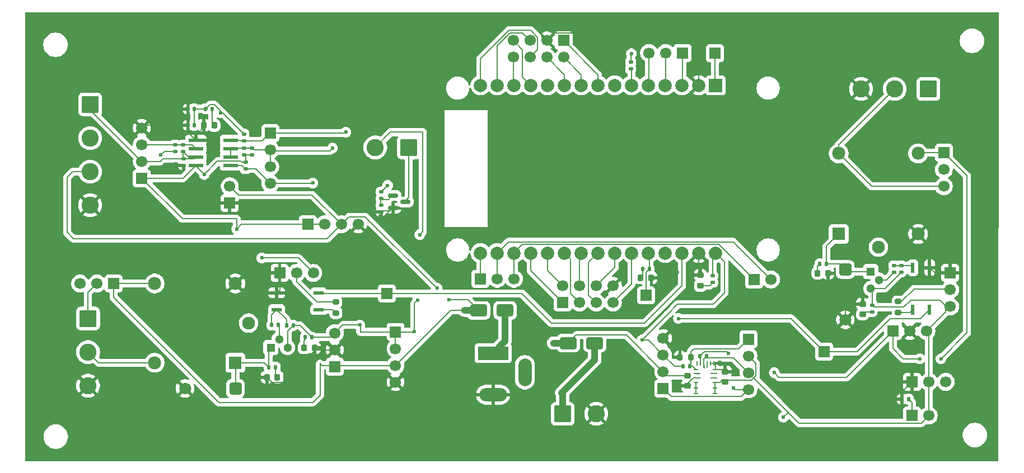
<source format=gbr>
%TF.GenerationSoftware,KiCad,Pcbnew,9.0.7-9.0.7~ubuntu24.04.1*%
%TF.CreationDate,2026-02-19T19:33:50-05:00*%
%TF.ProjectId,plantPartner_PCB1.0,706c616e-7450-4617-9274-6e65725f5043,rev?*%
%TF.SameCoordinates,Original*%
%TF.FileFunction,Copper,L1,Top*%
%TF.FilePolarity,Positive*%
%FSLAX46Y46*%
G04 Gerber Fmt 4.6, Leading zero omitted, Abs format (unit mm)*
G04 Created by KiCad (PCBNEW 9.0.7-9.0.7~ubuntu24.04.1) date 2026-02-19 19:33:50*
%MOMM*%
%LPD*%
G01*
G04 APERTURE LIST*
G04 Aperture macros list*
%AMRoundRect*
0 Rectangle with rounded corners*
0 $1 Rounding radius*
0 $2 $3 $4 $5 $6 $7 $8 $9 X,Y pos of 4 corners*
0 Add a 4 corners polygon primitive as box body*
4,1,4,$2,$3,$4,$5,$6,$7,$8,$9,$2,$3,0*
0 Add four circle primitives for the rounded corners*
1,1,$1+$1,$2,$3*
1,1,$1+$1,$4,$5*
1,1,$1+$1,$6,$7*
1,1,$1+$1,$8,$9*
0 Add four rect primitives between the rounded corners*
20,1,$1+$1,$2,$3,$4,$5,0*
20,1,$1+$1,$4,$5,$6,$7,0*
20,1,$1+$1,$6,$7,$8,$9,0*
20,1,$1+$1,$8,$9,$2,$3,0*%
G04 Aperture macros list end*
%TA.AperFunction,SMDPad,CuDef*%
%ADD10RoundRect,0.225000X0.250000X-0.225000X0.250000X0.225000X-0.250000X0.225000X-0.250000X-0.225000X0*%
%TD*%
%TA.AperFunction,SMDPad,CuDef*%
%ADD11RoundRect,0.135000X0.185000X-0.135000X0.185000X0.135000X-0.185000X0.135000X-0.185000X-0.135000X0*%
%TD*%
%TA.AperFunction,ComponentPad*%
%ADD12R,1.700000X1.700000*%
%TD*%
%TA.AperFunction,ComponentPad*%
%ADD13C,1.700000*%
%TD*%
%TA.AperFunction,SMDPad,CuDef*%
%ADD14RoundRect,0.218750X-0.256250X0.218750X-0.256250X-0.218750X0.256250X-0.218750X0.256250X0.218750X0*%
%TD*%
%TA.AperFunction,SMDPad,CuDef*%
%ADD15RoundRect,0.218750X-0.218750X-0.256250X0.218750X-0.256250X0.218750X0.256250X-0.218750X0.256250X0*%
%TD*%
%TA.AperFunction,SMDPad,CuDef*%
%ADD16RoundRect,0.200000X-0.275000X0.200000X-0.275000X-0.200000X0.275000X-0.200000X0.275000X0.200000X0*%
%TD*%
%TA.AperFunction,SMDPad,CuDef*%
%ADD17RoundRect,0.135000X-0.135000X-0.185000X0.135000X-0.185000X0.135000X0.185000X-0.135000X0.185000X0*%
%TD*%
%TA.AperFunction,ComponentPad*%
%ADD18RoundRect,0.250000X-1.050000X1.050000X-1.050000X-1.050000X1.050000X-1.050000X1.050000X1.050000X0*%
%TD*%
%TA.AperFunction,ComponentPad*%
%ADD19C,2.600000*%
%TD*%
%TA.AperFunction,SMDPad,CuDef*%
%ADD20RoundRect,0.250000X-1.000000X-0.650000X1.000000X-0.650000X1.000000X0.650000X-1.000000X0.650000X0*%
%TD*%
%TA.AperFunction,ComponentPad*%
%ADD21RoundRect,0.250000X0.650000X0.650000X-0.650000X0.650000X-0.650000X-0.650000X0.650000X-0.650000X0*%
%TD*%
%TA.AperFunction,ComponentPad*%
%ADD22C,1.800000*%
%TD*%
%TA.AperFunction,SMDPad,CuDef*%
%ADD23R,2.209800X0.609600*%
%TD*%
%TA.AperFunction,SMDPad,CuDef*%
%ADD24RoundRect,0.135000X0.135000X0.185000X-0.135000X0.185000X-0.135000X-0.185000X0.135000X-0.185000X0*%
%TD*%
%TA.AperFunction,ComponentPad*%
%ADD25R,1.980000X1.980000*%
%TD*%
%TA.AperFunction,ComponentPad*%
%ADD26C,1.980000*%
%TD*%
%TA.AperFunction,ComponentPad*%
%ADD27C,1.935000*%
%TD*%
%TA.AperFunction,SMDPad,CuDef*%
%ADD28RoundRect,0.135000X-0.185000X0.135000X-0.185000X-0.135000X0.185000X-0.135000X0.185000X0.135000X0*%
%TD*%
%TA.AperFunction,SMDPad,CuDef*%
%ADD29RoundRect,0.218750X0.218750X0.256250X-0.218750X0.256250X-0.218750X-0.256250X0.218750X-0.256250X0*%
%TD*%
%TA.AperFunction,SMDPad,CuDef*%
%ADD30RoundRect,0.150000X-0.587500X-0.150000X0.587500X-0.150000X0.587500X0.150000X-0.587500X0.150000X0*%
%TD*%
%TA.AperFunction,SMDPad,CuDef*%
%ADD31R,0.600000X1.500000*%
%TD*%
%TA.AperFunction,SMDPad,CuDef*%
%ADD32RoundRect,0.200000X0.200000X0.275000X-0.200000X0.275000X-0.200000X-0.275000X0.200000X-0.275000X0*%
%TD*%
%TA.AperFunction,SMDPad,CuDef*%
%ADD33RoundRect,0.140000X0.140000X0.170000X-0.140000X0.170000X-0.140000X-0.170000X0.140000X-0.170000X0*%
%TD*%
%TA.AperFunction,SMDPad,CuDef*%
%ADD34R,0.700000X0.250000*%
%TD*%
%TA.AperFunction,SMDPad,CuDef*%
%ADD35R,1.100000X0.250000*%
%TD*%
%TA.AperFunction,SMDPad,CuDef*%
%ADD36R,0.250000X0.700000*%
%TD*%
%TA.AperFunction,SMDPad,CuDef*%
%ADD37R,0.250000X1.100000*%
%TD*%
%TA.AperFunction,ComponentPad*%
%ADD38RoundRect,0.250000X-1.050000X-1.050000X1.050000X-1.050000X1.050000X1.050000X-1.050000X1.050000X0*%
%TD*%
%TA.AperFunction,ComponentPad*%
%ADD39R,2.000000X2.000000*%
%TD*%
%TA.AperFunction,ComponentPad*%
%ADD40C,2.000000*%
%TD*%
%TA.AperFunction,ComponentPad*%
%ADD41RoundRect,0.250000X-0.650000X0.650000X-0.650000X-0.650000X0.650000X-0.650000X0.650000X0.650000X0*%
%TD*%
%TA.AperFunction,ComponentPad*%
%ADD42R,1.300000X1.300000*%
%TD*%
%TA.AperFunction,ComponentPad*%
%ADD43C,1.300000*%
%TD*%
%TA.AperFunction,ComponentPad*%
%ADD44RoundRect,0.250000X1.050000X1.050000X-1.050000X1.050000X-1.050000X-1.050000X1.050000X-1.050000X0*%
%TD*%
%TA.AperFunction,ComponentPad*%
%ADD45R,4.600000X2.000000*%
%TD*%
%TA.AperFunction,ComponentPad*%
%ADD46O,4.200000X2.000000*%
%TD*%
%TA.AperFunction,ComponentPad*%
%ADD47O,2.000000X4.200000*%
%TD*%
%TA.AperFunction,SMDPad,CuDef*%
%ADD48R,1.500000X0.600000*%
%TD*%
%TA.AperFunction,SMDPad,CuDef*%
%ADD49RoundRect,0.225000X-0.250000X0.225000X-0.250000X-0.225000X0.250000X-0.225000X0.250000X0.225000X0*%
%TD*%
%TA.AperFunction,ViaPad*%
%ADD50C,0.600000*%
%TD*%
%TA.AperFunction,Conductor*%
%ADD51C,0.200000*%
%TD*%
%TA.AperFunction,Conductor*%
%ADD52C,1.000000*%
%TD*%
G04 APERTURE END LIST*
D10*
%TO.P,C1,1*%
%TO.N,+5V*%
X186550000Y-108750000D03*
%TO.P,C1,2*%
%TO.N,GND*%
X186550000Y-107200000D03*
%TD*%
D11*
%TO.P,R19,1*%
%TO.N,+5V*%
X213150000Y-92150000D03*
%TO.P,R19,2*%
%TO.N,Net-(R19-Pad2)*%
X213150000Y-91130000D03*
%TD*%
D12*
%TO.P,J20,1,Pin_1*%
%TO.N,/LAMP_PIN*%
X161955000Y-96750000D03*
D13*
%TO.P,J20,2,Pin_2*%
%TO.N,/ADC1_7*%
X161955000Y-94210000D03*
%TO.P,J20,3,Pin_3*%
%TO.N,/ADC1_4{slash}Touch9*%
X164495000Y-96750000D03*
%TO.P,J20,4,Pin_4*%
%TO.N,/ADC1_5{slash}Touch8*%
X164495000Y-94210000D03*
%TO.P,J20,5,Pin_5*%
%TO.N,/ADC2_8{slash}DAC1*%
X167035000Y-96750000D03*
%TO.P,J20,6,Pin_6*%
%TO.N,/ADC2_9{slash}DAC2*%
X167035000Y-94210000D03*
%TO.P,J20,7,Pin_7*%
%TO.N,/ADC2_7{slash}Touch7*%
X169575000Y-96750000D03*
%TO.P,J20,8,Pin_8*%
%TO.N,GND*%
X169575000Y-94210000D03*
%TD*%
D14*
%TO.P,D11,1,K*%
%TO.N,GND*%
X182800000Y-92585000D03*
%TO.P,D11,2,A*%
%TO.N,Net-(D11-A)*%
X182800000Y-94160000D03*
%TD*%
D15*
%TO.P,D3,1,K*%
%TO.N,GND*%
X117225000Y-108050000D03*
%TO.P,D3,2,A*%
%TO.N,Net-(D3-A)*%
X118800000Y-108050000D03*
%TD*%
D16*
%TO.P,R13,1*%
%TO.N,/H*%
X127650000Y-96680000D03*
%TO.P,R13,2*%
%TO.N,Net-(R13-Pad2)*%
X127650000Y-98330000D03*
%TD*%
D17*
%TO.P,R22,1*%
%TO.N,Net-(D10-A)*%
X174030000Y-91650000D03*
%TO.P,R22,2*%
%TO.N,/EXTERNAL LED*%
X175050000Y-91650000D03*
%TD*%
D12*
%TO.P,J1,1,Pin_1*%
%TO.N,/EN*%
X177160000Y-109760000D03*
D13*
%TO.P,J1,2,Pin_2*%
%TO.N,+12V*%
X177160000Y-107220000D03*
%TO.P,J1,3,Pin_3*%
%TO.N,+5V*%
X177160000Y-104680000D03*
%TO.P,J1,4,Pin_4*%
%TO.N,GND*%
X177160000Y-102140000D03*
%TD*%
D14*
%TO.P,D5,1,K*%
%TO.N,GND*%
X207310000Y-96947500D03*
%TO.P,D5,2,A*%
%TO.N,Net-(D5-A)*%
X207310000Y-98522500D03*
%TD*%
D11*
%TO.P,R5,1*%
%TO.N,+5V*%
X115000000Y-74360000D03*
%TO.P,R5,2*%
%TO.N,/DE*%
X115000000Y-73340000D03*
%TD*%
D18*
%TO.P,J4,1,Pin_1*%
%TO.N,/B*%
X90510000Y-66750000D03*
D19*
%TO.P,J4,2,Pin_2*%
%TO.N,/A*%
X90510000Y-71830000D03*
%TO.P,J4,3,Pin_3*%
%TO.N,+12V*%
X90510000Y-76910000D03*
%TO.P,J4,4,Pin_4*%
%TO.N,GND*%
X90510000Y-81990000D03*
%TD*%
D11*
%TO.P,R6,1*%
%TO.N,+5V*%
X113800000Y-74365000D03*
%TO.P,R6,2*%
%TO.N,/DE*%
X113800000Y-73345000D03*
%TD*%
D12*
%TO.P,J16,1,Pin_1*%
%TO.N,/FB*%
X190060000Y-102280000D03*
D13*
%TO.P,J16,2,Pin_2*%
%TO.N,+5V*%
X190060000Y-104820000D03*
%TO.P,J16,3,Pin_3*%
%TO.N,+12V*%
X190060000Y-107360000D03*
%TO.P,J16,4,Pin_4*%
%TO.N,/EN*%
X190060000Y-109900000D03*
%TD*%
D20*
%TO.P,D8,1,K*%
%TO.N,+12V*%
X149250000Y-97922500D03*
%TO.P,D8,2,A*%
%TO.N,/12V_JACK*%
X153250000Y-97922500D03*
%TD*%
D12*
%TO.P,J11,1,Pin_1*%
%TO.N,GND*%
X111615000Y-81675000D03*
D13*
%TO.P,J11,2,Pin_2*%
%TO.N,+12V*%
X111615000Y-79135000D03*
%TD*%
D11*
%TO.P,R11,1*%
%TO.N,/B*%
X104598800Y-73870000D03*
%TO.P,R11,2*%
%TO.N,/A*%
X104598800Y-72850000D03*
%TD*%
D20*
%TO.P,D9,1,K*%
%TO.N,+12V*%
X162815000Y-102872500D03*
%TO.P,D9,2,A*%
%TO.N,/12V_SCREW*%
X166815000Y-102872500D03*
%TD*%
D12*
%TO.P,J8,1,Pin_1*%
%TO.N,/VSPI_CS*%
X162105000Y-57050000D03*
D13*
%TO.P,J8,2,Pin_2*%
%TO.N,/SCK{slash}VSPI_CLK*%
X162105000Y-59590000D03*
%TO.P,J8,3,Pin_3*%
%TO.N,GND*%
X159565000Y-57050000D03*
%TO.P,J8,4,Pin_4*%
%TO.N,/MISO{slash}VSPI_MISO*%
X159565000Y-59590000D03*
%TO.P,J8,5,Pin_5*%
%TO.N,/SCL*%
X157025000Y-57050000D03*
%TO.P,J8,6,Pin_6*%
%TO.N,/MOSI*%
X157025000Y-59590000D03*
%TO.P,J8,7,Pin_7*%
%TO.N,/RX0*%
X154485000Y-57050000D03*
%TO.P,J8,8,Pin_8*%
%TO.N,/TX0*%
X154485000Y-59590000D03*
%TD*%
D12*
%TO.P,J27,1,Pin_1*%
%TO.N,/PWM_FERTIL_PIN*%
X135365000Y-95350000D03*
%TD*%
%TO.P,J22,1,Pin_1*%
%TO.N,+5V*%
X136686250Y-101180000D03*
D13*
%TO.P,J22,2,Pin_2*%
X136686250Y-103720000D03*
%TO.P,J22,3,Pin_3*%
%TO.N,+12V*%
X136686250Y-106260000D03*
%TO.P,J22,4,Pin_4*%
%TO.N,GND*%
X136686250Y-108800000D03*
%TD*%
D21*
%TO.P,D4,1,K*%
%TO.N,Net-(D4-K)*%
X112475000Y-109750000D03*
D22*
%TO.P,D4,2,A*%
%TO.N,GND*%
X104855000Y-109750000D03*
%TD*%
D12*
%TO.P,J29,1,Pin_1*%
%TO.N,/ADC_MOISTURE_SENSOR*%
X190920000Y-93250000D03*
D13*
%TO.P,J29,2,Pin_2*%
%TO.N,/ADC_LIGHT_SENSOR*%
X193460000Y-93250000D03*
%TD*%
D23*
%TO.P,U2,1,RO*%
%TO.N,/RO*%
X111715000Y-75970000D03*
%TO.P,U2,2,RE*%
%TO.N,/DE*%
X111715000Y-74700000D03*
%TO.P,U2,3,DE*%
X111715000Y-73430000D03*
%TO.P,U2,4,DI*%
%TO.N,/DI*%
X111715000Y-72160000D03*
%TO.P,U2,5,GND*%
%TO.N,GND*%
X106482600Y-72160000D03*
%TO.P,U2,6,A*%
%TO.N,/A*%
X106482600Y-73430000D03*
%TO.P,U2,7,B*%
%TO.N,/B*%
X106482600Y-74700000D03*
%TO.P,U2,8,VCC*%
%TO.N,+5V*%
X106482600Y-75970000D03*
%TD*%
D12*
%TO.P,J3,1,Pin_1*%
%TO.N,+5V*%
X98315000Y-77920000D03*
D13*
%TO.P,J3,2,Pin_2*%
%TO.N,/B*%
X98315000Y-75380000D03*
%TO.P,J3,3,Pin_3*%
%TO.N,/A*%
X98315000Y-72840000D03*
%TO.P,J3,4,Pin_4*%
%TO.N,GND*%
X98315000Y-70300000D03*
%TD*%
D15*
%TO.P,D1,1,K*%
%TO.N,GND*%
X107682500Y-69900000D03*
%TO.P,D1,2,A*%
%TO.N,Net-(D1-A)*%
X109257500Y-69900000D03*
%TD*%
D12*
%TO.P,J26,1,Pin_1*%
%TO.N,/PWM_WATER_PIN*%
X201510000Y-104160000D03*
%TD*%
D24*
%TO.P,R24,1*%
%TO.N,/ADC_LIGHT_SENSOR*%
X214270000Y-111350000D03*
%TO.P,R24,2*%
%TO.N,GND*%
X213250000Y-111350000D03*
%TD*%
D17*
%TO.P,R15,1*%
%TO.N,Net-(R14-Pad2)*%
X117950000Y-100150000D03*
%TO.P,R15,2*%
%TO.N,Net-(Q1-B)*%
X118970000Y-100150000D03*
%TD*%
D25*
%TO.P,K2,A1*%
%TO.N,Net-(D7-K)*%
X203710000Y-86360000D03*
D26*
%TO.P,K2,A2*%
%TO.N,GND*%
X215710000Y-86360000D03*
D27*
%TO.P,K2,COM*%
%TO.N,/COM*%
X209710000Y-88360000D03*
D26*
%TO.P,K2,NC*%
%TO.N,/NC*%
X203710000Y-74160000D03*
%TO.P,K2,NO*%
%TO.N,+12V*%
X215710000Y-74160000D03*
%TD*%
D28*
%TO.P,R7,1*%
%TO.N,+5V*%
X113750000Y-71210000D03*
%TO.P,R7,2*%
%TO.N,/DI*%
X113750000Y-72230000D03*
%TD*%
D12*
%TO.P,J2,1,Pin_1*%
%TO.N,/DI*%
X117750000Y-71070000D03*
D13*
%TO.P,J2,2,Pin_2*%
%TO.N,/DE*%
X117750000Y-73610000D03*
%TO.P,J2,3,Pin_3*%
X117750000Y-76150000D03*
%TO.P,J2,4,Pin_4*%
%TO.N,/RO*%
X117750000Y-78690000D03*
%TD*%
D11*
%TO.P,R23,1*%
%TO.N,Net-(U3-RX2)*%
X172250000Y-61370000D03*
%TO.P,R23,2*%
%TO.N,/RO*%
X172250000Y-60350000D03*
%TD*%
D29*
%TO.P,D2,1,K*%
%TO.N,GND*%
X124450000Y-103580000D03*
%TO.P,D2,2,A*%
%TO.N,Net-(D2-A)*%
X122875000Y-103580000D03*
%TD*%
D12*
%TO.P,J5,1,Pin_1*%
%TO.N,/ADC_LIGHT_SENSOR*%
X214785000Y-113850000D03*
D13*
%TO.P,J5,2,Pin_2*%
%TO.N,+5V*%
X217325000Y-113850000D03*
%TD*%
D30*
%TO.P,Q4,1,G*%
%TO.N,/Gate*%
X136312500Y-80550000D03*
%TO.P,Q4,2,S*%
%TO.N,GND*%
X136312500Y-82450000D03*
%TO.P,Q4,3,D*%
%TO.N,/Drain*%
X138187500Y-81500000D03*
%TD*%
D29*
%TO.P,D6,1,K*%
%TO.N,GND*%
X202100000Y-92300000D03*
%TO.P,D6,2,A*%
%TO.N,Net-(D6-A)*%
X200525000Y-92300000D03*
%TD*%
D28*
%TO.P,R9,1*%
%TO.N,/B*%
X104648800Y-74955000D03*
%TO.P,R9,2*%
%TO.N,GND*%
X104648800Y-75975000D03*
%TD*%
D12*
%TO.P,J24,1,Pin_1*%
%TO.N,/ADC2_3{slash}Touch3*%
X180100000Y-58950000D03*
D13*
%TO.P,J24,2,Pin_2*%
%TO.N,/INTERNAL LED*%
X177560000Y-58950000D03*
%TO.P,J24,3,Pin_3*%
%TO.N,/ADC2_0{slash}Touch0*%
X175020000Y-58950000D03*
%TD*%
D31*
%TO.P,U4,1*%
%TO.N,Net-(R18-Pad2)*%
X214910000Y-97809999D03*
%TO.P,U4,2*%
%TO.N,/PWM_WATER_PIN*%
X217450000Y-97809999D03*
%TO.P,U4,3*%
%TO.N,GND*%
X217450000Y-91459999D03*
%TO.P,U4,4*%
%TO.N,Net-(R19-Pad2)*%
X214910000Y-91459999D03*
%TD*%
D12*
%TO.P,J9,1,Pin_1*%
%TO.N,GND*%
X220550000Y-92260000D03*
D13*
%TO.P,J9,2,Pin_2*%
%TO.N,/H*%
X220550000Y-94800000D03*
%TO.P,J9,3,Pin_3*%
%TO.N,+5V*%
X220550000Y-97340000D03*
%TD*%
D11*
%TO.P,R10,1*%
%TO.N,+5V*%
X103400000Y-73870000D03*
%TO.P,R10,2*%
%TO.N,/A*%
X103400000Y-72850000D03*
%TD*%
D32*
%TO.P,R3,1*%
%TO.N,/FB*%
X181350000Y-105000000D03*
%TO.P,R3,2*%
%TO.N,GND*%
X179700000Y-105000000D03*
%TD*%
D12*
%TO.P,J25,1,Pin_1*%
%TO.N,/ESP_EN*%
X149525000Y-93150000D03*
D13*
%TO.P,J25,2,Pin_2*%
%TO.N,/ADC_LIGHT_SENSOR*%
X152065000Y-93150000D03*
%TO.P,J25,3,Pin_3*%
%TO.N,/ADC_MOISTURE_SENSOR*%
X154605000Y-93150000D03*
%TD*%
D16*
%TO.P,R18,1*%
%TO.N,/H*%
X212710000Y-96580000D03*
%TO.P,R18,2*%
%TO.N,Net-(R18-Pad2)*%
X212710000Y-98230000D03*
%TD*%
D12*
%TO.P,J14,1,Pin_1*%
%TO.N,+12V*%
X127500000Y-106440000D03*
D13*
%TO.P,J14,2,Pin_2*%
%TO.N,GND*%
X127500000Y-103900000D03*
%TO.P,J14,3,Pin_3*%
%TO.N,+5V*%
X127500000Y-101360000D03*
%TD*%
D12*
%TO.P,J12,1,Pin_1*%
%TO.N,+12V*%
X211910000Y-101060000D03*
D13*
%TO.P,J12,2,Pin_2*%
%TO.N,GND*%
X214450000Y-101060000D03*
%TO.P,J12,3,Pin_3*%
%TO.N,+5V*%
X216990000Y-101060000D03*
%TD*%
D12*
%TO.P,J17,1,Pin_1*%
%TO.N,GND*%
X214820000Y-108750000D03*
D13*
%TO.P,J17,2,Pin_2*%
%TO.N,+5V*%
X217360000Y-108750000D03*
%TO.P,J17,3,Pin_3*%
%TO.N,/ADC_MOISTURE_SENSOR*%
X219900000Y-108750000D03*
%TD*%
D12*
%TO.P,J21,1,Pin_1*%
%TO.N,+5V*%
X123420000Y-84900000D03*
D13*
%TO.P,J21,2,Pin_2*%
X125960000Y-84900000D03*
%TO.P,J21,3,Pin_3*%
%TO.N,+12V*%
X128500000Y-84900000D03*
%TO.P,J21,4,Pin_4*%
%TO.N,GND*%
X131040000Y-84900000D03*
%TD*%
D18*
%TO.P,J6,1,Pin_1*%
%TO.N,/COM*%
X90192500Y-99165000D03*
D19*
%TO.P,J6,2,Pin_2*%
%TO.N,/NC*%
X90192500Y-104245000D03*
%TO.P,J6,3,Pin_3*%
%TO.N,GND*%
X90192500Y-109325000D03*
%TD*%
D33*
%TO.P,C4,1*%
%TO.N,+5V*%
X106260000Y-67400000D03*
%TO.P,C4,2*%
%TO.N,GND*%
X105300000Y-67400000D03*
%TD*%
D12*
%TO.P,J7,1,Pin_1*%
%TO.N,GND*%
X119165000Y-92250000D03*
D13*
%TO.P,J7,2,Pin_2*%
%TO.N,/H*%
X121705000Y-92250000D03*
%TO.P,J7,3,Pin_3*%
%TO.N,+5V*%
X124245000Y-92250000D03*
%TD*%
D28*
%TO.P,R4,1*%
%TO.N,+5V*%
X114000000Y-75490000D03*
%TO.P,R4,2*%
%TO.N,/RO*%
X114000000Y-76510000D03*
%TD*%
D34*
%TO.P,IC1,1,FB*%
%TO.N,/FB*%
X182110000Y-106870000D03*
D35*
%TO.P,IC1,2,VCC*%
%TO.N,unconnected-(IC1-VCC-Pad2)*%
X182310000Y-107520000D03*
%TO.P,IC1,3,AGND*%
%TO.N,GND*%
X182310000Y-108170000D03*
D34*
%TO.P,IC1,4,SW*%
%TO.N,/SW*%
X182110000Y-108820000D03*
%TO.P,IC1,5,SW*%
X182110000Y-109670000D03*
%TO.P,IC1,6,SW*%
X182110000Y-110520000D03*
%TO.P,IC1,7,OUT*%
%TO.N,+5V*%
X185010000Y-110520000D03*
%TO.P,IC1,8,OUT*%
X185010000Y-109670000D03*
%TO.P,IC1,9,OUT*%
X185010000Y-108820000D03*
D35*
%TO.P,IC1,10*%
%TO.N,N/C*%
X184810000Y-108170000D03*
%TO.P,IC1,11,BST*%
%TO.N,unconnected-(IC1-BST-Pad11)*%
X184810000Y-107520000D03*
D34*
%TO.P,IC1,12,PGND*%
%TO.N,GND*%
X185010000Y-106870000D03*
D36*
%TO.P,IC1,13,PGND*%
X184810000Y-105970000D03*
%TO.P,IC1,14,PGND*%
X184310000Y-105970000D03*
D37*
%TO.P,IC1,15*%
%TO.N,N/C*%
X183810000Y-106170000D03*
%TO.P,IC1,16,IN*%
%TO.N,+12V*%
X183310000Y-106170000D03*
D36*
%TO.P,IC1,17,EN*%
%TO.N,/EN*%
X182810000Y-105970000D03*
%TO.P,IC1,18,AAM*%
%TO.N,unconnected-(IC1-AAM-Pad18)*%
X182310000Y-105970000D03*
%TD*%
D38*
%TO.P,J18,1,Pin_1*%
%TO.N,/12V_SCREW*%
X161965000Y-113600000D03*
D19*
%TO.P,J18,2,Pin_2*%
%TO.N,GND*%
X167045000Y-113600000D03*
%TD*%
D12*
%TO.P,J28,1,Pin_1*%
%TO.N,/ESP_3.3V*%
X185010000Y-59000000D03*
%TD*%
D24*
%TO.P,R1,1*%
%TO.N,+12V*%
X183710000Y-104900000D03*
%TO.P,R1,2*%
%TO.N,/EN*%
X182690000Y-104900000D03*
%TD*%
D39*
%TO.P,U3,1,3V3*%
%TO.N,/ESP_3.3V*%
X185080000Y-63850000D03*
D40*
%TO.P,U3,2,GND*%
%TO.N,GND*%
X182540000Y-63850000D03*
%TO.P,U3,3,D15*%
%TO.N,/ADC2_3{slash}Touch3*%
X180000000Y-63850000D03*
%TO.P,U3,4,D2*%
%TO.N,/INTERNAL LED*%
X177460000Y-63850000D03*
%TO.P,U3,5,D4*%
%TO.N,/ADC2_0{slash}Touch0*%
X174920000Y-63850000D03*
%TO.P,U3,6,RX2*%
%TO.N,Net-(U3-RX2)*%
X172380000Y-63850000D03*
%TO.P,U3,7,TX2*%
%TO.N,/DI*%
X169840000Y-63850000D03*
%TO.P,U3,8,D5*%
%TO.N,/VSPI_CS*%
X167300000Y-63850000D03*
%TO.P,U3,9,D18*%
%TO.N,/SCK{slash}VSPI_CLK*%
X164760000Y-63850000D03*
%TO.P,U3,10,D19*%
%TO.N,/MISO{slash}VSPI_MISO*%
X162220000Y-63850000D03*
%TO.P,U3,11,D21*%
%TO.N,/DE*%
X159680000Y-63850000D03*
%TO.P,U3,12,RX0*%
%TO.N,/RX0*%
X157140000Y-63850000D03*
%TO.P,U3,13,TX0*%
%TO.N,/TX0*%
X154600000Y-63850000D03*
%TO.P,U3,14,D22*%
%TO.N,/SCL*%
X152060000Y-63850000D03*
%TO.P,U3,15,D23*%
%TO.N,/MOSI*%
X149520000Y-63850000D03*
%TO.P,U3,16,EN*%
%TO.N,/ESP_EN*%
X149520000Y-89250000D03*
%TO.P,U3,17,VP*%
%TO.N,/ADC_LIGHT_SENSOR*%
X152060000Y-89250000D03*
%TO.P,U3,18,VN*%
%TO.N,/ADC_MOISTURE_SENSOR*%
X154600000Y-89250000D03*
%TO.P,U3,19,D34*%
%TO.N,/LAMP_PIN*%
X157140000Y-89250000D03*
%TO.P,U3,20,D35*%
%TO.N,/ADC1_7*%
X159680000Y-89250000D03*
%TO.P,U3,21,D32*%
%TO.N,/ADC1_4{slash}Touch9*%
X162220000Y-89250000D03*
%TO.P,U3,22,D33*%
%TO.N,/ADC1_5{slash}Touch8*%
X164760000Y-89250000D03*
%TO.P,U3,23,D25*%
%TO.N,/ADC2_8{slash}DAC1*%
X167300000Y-89250000D03*
%TO.P,U3,24,D26*%
%TO.N,/ADC2_9{slash}DAC2*%
X169840000Y-89250000D03*
%TO.P,U3,25,D27*%
%TO.N,/ADC2_7{slash}Touch7*%
X172380000Y-89250000D03*
%TO.P,U3,26,D14*%
%TO.N,/EXTERNAL LED*%
X174920000Y-89250000D03*
%TO.P,U3,27,D12*%
%TO.N,/PWM_WATER_PIN*%
X177460000Y-89250000D03*
%TO.P,U3,28,D13*%
%TO.N,/PWM_FERTIL_PIN*%
X180000000Y-89250000D03*
%TO.P,U3,29,GND*%
%TO.N,GND*%
X182540000Y-89250000D03*
%TO.P,U3,30,VIN*%
%TO.N,+5V*%
X185080000Y-89250000D03*
%TD*%
D17*
%TO.P,R16,1*%
%TO.N,Net-(D4-K)*%
X117530000Y-106550000D03*
%TO.P,R16,2*%
%TO.N,Net-(D3-A)*%
X118550000Y-106550000D03*
%TD*%
D41*
%TO.P,D7,1,K*%
%TO.N,Net-(D7-K)*%
X204710000Y-91734999D03*
D22*
%TO.P,D7,2,A*%
%TO.N,GND*%
X204710000Y-99354999D03*
%TD*%
D28*
%TO.P,R17,1*%
%TO.N,+5V*%
X208750000Y-97130000D03*
%TO.P,R17,2*%
%TO.N,Net-(D5-A)*%
X208750000Y-98150000D03*
%TD*%
D25*
%TO.P,K1,A1*%
%TO.N,Net-(D4-K)*%
X112465000Y-105850000D03*
D26*
%TO.P,K1,A2*%
%TO.N,GND*%
X112465000Y-93850000D03*
D27*
%TO.P,K1,COM*%
%TO.N,/COM*%
X114465000Y-99850000D03*
D26*
%TO.P,K1,NC*%
%TO.N,/NC*%
X100265000Y-105850000D03*
%TO.P,K1,NO*%
%TO.N,+12V*%
X100265000Y-93850000D03*
%TD*%
D12*
%TO.P,J15,1,Pin_1*%
%TO.N,+12V*%
X94065000Y-93850000D03*
D13*
%TO.P,J15,2,Pin_2*%
%TO.N,/COM*%
X91525000Y-93850000D03*
%TO.P,J15,3,Pin_3*%
%TO.N,/NC*%
X88985000Y-93850000D03*
%TD*%
D29*
%TO.P,D10,1,K*%
%TO.N,GND*%
X175325000Y-93000000D03*
%TO.P,D10,2,A*%
%TO.N,Net-(D10-A)*%
X173750000Y-93000000D03*
%TD*%
D12*
%TO.P,J13,1,Pin_1*%
%TO.N,+12V*%
X219610000Y-74060000D03*
D13*
%TO.P,J13,2,Pin_2*%
%TO.N,/COM*%
X219610000Y-76600000D03*
%TO.P,J13,3,Pin_3*%
%TO.N,/NC*%
X219610000Y-79140000D03*
%TD*%
D28*
%TO.P,R27,1*%
%TO.N,/Gate*%
X134500000Y-81990000D03*
%TO.P,R27,2*%
%TO.N,GND*%
X134500000Y-83010000D03*
%TD*%
D42*
%TO.P,Q1,1,C*%
%TO.N,Net-(D4-K)*%
X117825000Y-103550000D03*
D43*
%TO.P,Q1,2,B*%
%TO.N,Net-(Q1-B)*%
X119095000Y-102280000D03*
%TO.P,Q1,3,E*%
%TO.N,+5V*%
X120365000Y-103550000D03*
%TD*%
D28*
%TO.P,R25,1*%
%TO.N,/LAMP_PIN*%
X134500000Y-79990000D03*
%TO.P,R25,2*%
%TO.N,/Gate*%
X134500000Y-81010000D03*
%TD*%
%TO.P,R20,1*%
%TO.N,Net-(R19-Pad2)*%
X212050000Y-91140000D03*
%TO.P,R20,2*%
%TO.N,Net-(Q2-B)*%
X212050000Y-92160000D03*
%TD*%
%TO.P,R26,1*%
%TO.N,+5V*%
X184650000Y-92690000D03*
%TO.P,R26,2*%
%TO.N,Net-(D11-A)*%
X184650000Y-93710000D03*
%TD*%
D12*
%TO.P,J23,1,Pin_1*%
%TO.N,/EXTERNAL LED*%
X174565000Y-95650000D03*
%TD*%
D24*
%TO.P,R21,1*%
%TO.N,Net-(D7-K)*%
X201870000Y-90900000D03*
%TO.P,R21,2*%
%TO.N,Net-(D6-A)*%
X200850000Y-90900000D03*
%TD*%
D44*
%TO.P,J10,1,Pin_1*%
%TO.N,/COM*%
X217260000Y-64400000D03*
D19*
%TO.P,J10,2,Pin_2*%
%TO.N,/NC*%
X212180000Y-64400000D03*
%TO.P,J10,3,Pin_3*%
%TO.N,GND*%
X207100000Y-64400000D03*
%TD*%
D44*
%TO.P,J30,1,Pin_1*%
%TO.N,/Drain*%
X138700000Y-73250000D03*
D19*
%TO.P,J30,2,Pin_2*%
%TO.N,+5V*%
X133620000Y-73250000D03*
%TD*%
D17*
%TO.P,R8,1*%
%TO.N,+5V*%
X107980000Y-67400000D03*
%TO.P,R8,2*%
%TO.N,Net-(D1-A)*%
X109000000Y-67400000D03*
%TD*%
D33*
%TO.P,C3,1*%
%TO.N,+5V*%
X106260000Y-69900000D03*
%TO.P,C3,2*%
%TO.N,GND*%
X105300000Y-69900000D03*
%TD*%
D45*
%TO.P,J19,1*%
%TO.N,/12V_JACK*%
X151450000Y-104400000D03*
D46*
%TO.P,J19,2*%
%TO.N,GND*%
X151450000Y-110700000D03*
D47*
%TO.P,J19,3*%
%TO.N,N/C*%
X156250000Y-107300000D03*
%TD*%
D17*
%TO.P,R2,1*%
%TO.N,+5V*%
X180150000Y-106400000D03*
%TO.P,R2,2*%
%TO.N,/FB*%
X181170000Y-106400000D03*
%TD*%
D24*
%TO.P,R14,1*%
%TO.N,+5V*%
X121200000Y-100200000D03*
%TO.P,R14,2*%
%TO.N,Net-(R14-Pad2)*%
X120180000Y-100200000D03*
%TD*%
D48*
%TO.P,U1,1*%
%TO.N,Net-(R13-Pad2)*%
X125068000Y-97820000D03*
%TO.P,U1,2*%
%TO.N,/PWM_FERTIL_PIN*%
X125068000Y-95280000D03*
%TO.P,U1,3*%
%TO.N,GND*%
X118718000Y-95280000D03*
%TO.P,U1,4*%
%TO.N,Net-(R14-Pad2)*%
X118718000Y-97820000D03*
%TD*%
D24*
%TO.P,R12,1*%
%TO.N,+5V*%
X124050000Y-102000000D03*
%TO.P,R12,2*%
%TO.N,Net-(D2-A)*%
X123030000Y-102000000D03*
%TD*%
D42*
%TO.P,Q2,1,C*%
%TO.N,Net-(D7-K)*%
X208540000Y-92064999D03*
D43*
%TO.P,Q2,2,B*%
%TO.N,Net-(Q2-B)*%
X209810000Y-93334999D03*
%TO.P,Q2,3,E*%
%TO.N,+5V*%
X208540000Y-94604999D03*
%TD*%
D49*
%TO.P,C2,1*%
%TO.N,+12V*%
X180850000Y-107825000D03*
%TO.P,C2,2*%
%TO.N,GND*%
X180850000Y-109375000D03*
%TD*%
D50*
%TO.N,GND*%
X134360000Y-83700000D03*
X103460000Y-75750000D03*
X179700000Y-109400000D03*
X185760000Y-105750000D03*
X179360000Y-92150000D03*
X179700000Y-103750000D03*
%TO.N,/EN*%
X187780000Y-109670000D03*
X187060000Y-104450000D03*
%TO.N,/DI*%
X129165000Y-70950000D03*
%TO.N,/RO*%
X172365000Y-59050000D03*
X124165000Y-78650000D03*
%TO.N,/DE*%
X127165000Y-73350000D03*
%TO.N,+5V*%
X116460000Y-90000000D03*
X140010000Y-96400000D03*
X101210000Y-74400000D03*
X107760000Y-77350000D03*
X112660000Y-85600000D03*
X139560000Y-101150000D03*
X131310000Y-100150000D03*
X173960000Y-102400000D03*
X140360000Y-86450000D03*
X195360000Y-114100000D03*
X110195793Y-68014207D03*
%TO.N,+12V*%
X219160000Y-105250000D03*
X144760000Y-96350000D03*
X160560000Y-102850000D03*
X215960000Y-105250000D03*
X142960000Y-94550000D03*
X193960000Y-107350000D03*
X146860000Y-97950000D03*
%TO.N,/PWM_WATER_PIN*%
X179460000Y-99150000D03*
%TO.N,/LAMP_PIN*%
X135500000Y-79000000D03*
%TD*%
D51*
%TO.N,GND*%
X213250000Y-111350000D02*
X213250000Y-110320000D01*
X106482600Y-72160000D02*
X105300000Y-70977400D01*
X178510000Y-93000000D02*
X179360000Y-92150000D01*
X135802500Y-82820000D02*
X135972500Y-82650000D01*
X119165000Y-92250000D02*
X119165000Y-94833000D01*
X180850000Y-109043000D02*
X181723000Y-108170000D01*
X186220000Y-106870000D02*
X186550000Y-107200000D01*
X185050000Y-106890000D02*
X185050000Y-106190000D01*
X184850000Y-105990000D02*
X184350000Y-105990000D01*
X124450000Y-104054999D02*
X124450000Y-103580000D01*
X185050000Y-106190000D02*
X184850000Y-105990000D01*
X134447500Y-82820000D02*
X135802500Y-82820000D01*
X185760000Y-105750000D02*
X185030000Y-105750000D01*
X217450000Y-91459999D02*
X217450000Y-88100000D01*
X113895000Y-95280000D02*
X118718000Y-95280000D01*
X105300000Y-70977400D02*
X105300000Y-69900000D01*
X105300000Y-69900000D02*
X98715000Y-69900000D01*
X160716000Y-55899000D02*
X159565000Y-57050000D01*
X134360000Y-83700000D02*
X134922500Y-83700000D01*
X117981000Y-108806000D02*
X119698999Y-108806000D01*
X179700000Y-103750000D02*
X179700000Y-105000000D01*
X182540000Y-63850000D02*
X182540000Y-57330000D01*
X185299999Y-106890000D02*
X185050000Y-106890000D01*
X134360000Y-83700000D02*
X134360000Y-82907500D01*
X218250001Y-92260000D02*
X217450000Y-91459999D01*
X213250000Y-110320000D02*
X214820000Y-108750000D01*
X98315000Y-70300000D02*
X100175000Y-72160000D01*
X127500000Y-103900000D02*
X124770000Y-103900000D01*
X179700000Y-109400000D02*
X180825000Y-109400000D01*
X182540000Y-92325000D02*
X182800000Y-92585000D01*
X112465000Y-93850000D02*
X113895000Y-95280000D01*
X106482600Y-72160000D02*
X106482600Y-71402400D01*
X217450000Y-88100000D02*
X215710000Y-86360000D01*
X202100000Y-96744999D02*
X202100000Y-92300000D01*
X185030000Y-105750000D02*
X184810000Y-105970000D01*
X182800000Y-89510000D02*
X182540000Y-89250000D01*
X104430000Y-109325000D02*
X104855000Y-109750000D01*
X117225000Y-108050000D02*
X117981000Y-108806000D01*
X134360000Y-82907500D02*
X134447500Y-82820000D01*
X105300000Y-69900000D02*
X105300000Y-67400000D01*
X175325000Y-93000000D02*
X178510000Y-93000000D01*
X204710000Y-97700000D02*
X204710000Y-99354999D01*
X98715000Y-69900000D02*
X98315000Y-70300000D01*
X181723000Y-108170000D02*
X182310000Y-108170000D01*
X185010000Y-106870000D02*
X186220000Y-106870000D01*
X104648800Y-75975000D02*
X103685000Y-75975000D01*
X103685000Y-75975000D02*
X103460000Y-75750000D01*
X106300001Y-72160000D02*
X106482600Y-72160000D01*
X180850000Y-109375000D02*
X180850000Y-109043000D01*
X204710000Y-99354999D02*
X202100000Y-96744999D01*
X180825000Y-109400000D02*
X180850000Y-109375000D01*
X220550000Y-92260000D02*
X218250001Y-92260000D01*
X182540000Y-89250000D02*
X182540000Y-92325000D01*
X119165000Y-94833000D02*
X118718000Y-95280000D01*
X181109000Y-55899000D02*
X160716000Y-55899000D01*
X106482600Y-71402400D02*
X107985000Y-69900000D01*
X124770000Y-103900000D02*
X124450000Y-103580000D01*
X182540000Y-57330000D02*
X181109000Y-55899000D01*
X134922500Y-83700000D02*
X135972500Y-82650000D01*
X119698999Y-108806000D02*
X124450000Y-104054999D01*
X205462500Y-96947500D02*
X207310000Y-96947500D01*
X204710000Y-97700000D02*
X205462500Y-96947500D01*
%TO.N,Net-(D1-A)*%
X109000000Y-69855000D02*
X108955000Y-69900000D01*
X109000000Y-67400000D02*
X109000000Y-69855000D01*
%TO.N,Net-(D2-A)*%
X122875000Y-102486000D02*
X123030000Y-102331000D01*
X123030000Y-102331000D02*
X123030000Y-102000000D01*
X122875000Y-103580000D02*
X122875000Y-102486000D01*
%TO.N,Net-(D10-A)*%
X174030000Y-91650000D02*
X174030000Y-92720000D01*
X174220000Y-91455000D02*
X174225000Y-91450000D01*
X174030000Y-92720000D02*
X173750000Y-93000000D01*
%TO.N,Net-(D3-A)*%
X118550000Y-107800000D02*
X118800000Y-108050000D01*
X118550000Y-106550000D02*
X118550000Y-107800000D01*
%TO.N,Net-(D4-K)*%
X117825000Y-103550000D02*
X117340000Y-104035000D01*
X112475000Y-105860000D02*
X112465000Y-105850000D01*
X112465000Y-105850000D02*
X116830000Y-105850000D01*
X117825000Y-103550000D02*
X117530000Y-103845000D01*
X116830000Y-105850000D02*
X117530000Y-106550000D01*
X112475000Y-109750000D02*
X112475000Y-105860000D01*
X117530000Y-103845000D02*
X117530000Y-106550000D01*
%TO.N,Net-(D5-A)*%
X208750000Y-98150000D02*
X207682500Y-98150000D01*
X207682500Y-98150000D02*
X207310000Y-98522500D01*
%TO.N,Net-(D6-A)*%
X200525000Y-91225000D02*
X200850000Y-90900000D01*
X200525000Y-92300000D02*
X200525000Y-91225000D01*
%TO.N,Net-(D7-K)*%
X205040000Y-91404999D02*
X204710000Y-91734999D01*
X201980000Y-90939999D02*
X201975000Y-90934999D01*
X205040000Y-92064999D02*
X204710000Y-91734999D01*
X201870000Y-90900000D02*
X203875001Y-90900000D01*
X201870000Y-90900000D02*
X201870000Y-88200000D01*
X203875001Y-90900000D02*
X204710000Y-91734999D01*
X208540000Y-92064999D02*
X205040000Y-92064999D01*
X201870000Y-88200000D02*
X203710000Y-86360000D01*
%TO.N,Net-(R13-Pad2)*%
X125068000Y-97820000D02*
X127140000Y-97820000D01*
X125098000Y-97850000D02*
X125068000Y-97820000D01*
X127140000Y-97820000D02*
X127650000Y-98330000D01*
%TO.N,Net-(R14-Pad2)*%
X117950000Y-100150000D02*
X117950000Y-98588000D01*
X120180000Y-100200000D02*
X120180000Y-99282000D01*
X117950000Y-98588000D02*
X118718000Y-97820000D01*
X120180000Y-99282000D02*
X118718000Y-97820000D01*
%TO.N,Net-(R18-Pad2)*%
X214489999Y-98230000D02*
X214910000Y-97809999D01*
X212710000Y-98230000D02*
X214489999Y-98230000D01*
%TO.N,Net-(R19-Pad2)*%
X213150000Y-91130000D02*
X214580001Y-91130000D01*
X212050000Y-91140000D02*
X213140000Y-91140000D01*
X213140000Y-91140000D02*
X213150000Y-91130000D01*
X214580001Y-91130000D02*
X214910000Y-91459999D01*
%TO.N,/EN*%
X178397200Y-110997200D02*
X177160000Y-109760000D01*
X182690000Y-104900000D02*
X183390000Y-104200000D01*
X183390000Y-104200000D02*
X186810000Y-104200000D01*
X188962800Y-110997200D02*
X178397200Y-110997200D01*
X190060000Y-109900000D02*
X188962800Y-110997200D01*
X188010000Y-109900000D02*
X190060000Y-109900000D01*
X186810000Y-104200000D02*
X187060000Y-104450000D01*
X182690000Y-104900000D02*
X182810000Y-105020000D01*
X182810000Y-105020000D02*
X182810000Y-105970000D01*
X187780000Y-109670000D02*
X188010000Y-109900000D01*
%TO.N,/FB*%
X181170000Y-106400000D02*
X181640000Y-106400000D01*
X181350000Y-105000000D02*
X181350000Y-106220000D01*
X181640000Y-106400000D02*
X182110000Y-106870000D01*
X181350000Y-106220000D02*
X181170000Y-106400000D01*
X181760000Y-103750000D02*
X181350000Y-104160000D01*
X190060000Y-102280000D02*
X188590000Y-103750000D01*
X181350000Y-104160000D02*
X181350000Y-105000000D01*
X188590000Y-103750000D02*
X181760000Y-103750000D01*
X182030000Y-106770000D02*
X182150000Y-106890000D01*
D52*
%TO.N,/12V_JACK*%
X153250000Y-102600000D02*
X151450000Y-104400000D01*
X153250000Y-97922500D02*
X153250000Y-102600000D01*
D51*
%TO.N,/DI*%
X114750000Y-72235000D02*
X114745000Y-72230000D01*
X113750000Y-72230000D02*
X113270000Y-72230000D01*
X113200000Y-72160000D02*
X111715000Y-72160000D01*
X117685000Y-71070000D02*
X116520000Y-72235000D01*
X113270000Y-72230000D02*
X113200000Y-72160000D01*
X116520000Y-72235000D02*
X114750000Y-72235000D01*
X129165000Y-70950000D02*
X129050000Y-71065000D01*
X129165000Y-70950000D02*
X129045000Y-71070000D01*
X114745000Y-72230000D02*
X113750000Y-72230000D01*
X129045000Y-71070000D02*
X117348800Y-71070000D01*
X111835000Y-72040000D02*
X111715000Y-72160000D01*
%TO.N,/RO*%
X124125000Y-78690000D02*
X117348800Y-78690000D01*
X111715000Y-75970000D02*
X113460000Y-75970000D01*
X117750000Y-78690000D02*
X115570000Y-76510000D01*
X124165000Y-78650000D02*
X124125000Y-78690000D01*
X172250000Y-59165000D02*
X172365000Y-59050000D01*
X124065000Y-78650000D02*
X124030000Y-78685000D01*
X115570000Y-76510000D02*
X114000000Y-76510000D01*
X111730000Y-75985000D02*
X111715000Y-75970000D01*
X172250000Y-60350000D02*
X172250000Y-59165000D01*
X113460000Y-75970000D02*
X114000000Y-76510000D01*
X124165000Y-78650000D02*
X124065000Y-78650000D01*
%TO.N,/DE*%
X117750000Y-73610000D02*
X117750000Y-76150000D01*
X126765000Y-73750000D02*
X117488800Y-73750000D01*
X111800000Y-73345000D02*
X111715000Y-73430000D01*
X113805000Y-73340000D02*
X113800000Y-73345000D01*
X115000000Y-73340000D02*
X113805000Y-73340000D01*
X115270000Y-73610000D02*
X115000000Y-73340000D01*
X111780000Y-73495000D02*
X111715000Y-73430000D01*
X117488800Y-73750000D02*
X117348800Y-73610000D01*
X111715000Y-74700000D02*
X111715000Y-73430000D01*
X117750000Y-73610000D02*
X115270000Y-73610000D01*
X113800000Y-73345000D02*
X111800000Y-73345000D01*
X126765000Y-73750000D02*
X127165000Y-73350000D01*
%TO.N,/A*%
X103400000Y-72850000D02*
X104598800Y-72850000D01*
X105902600Y-72850000D02*
X106482600Y-73430000D01*
X103390000Y-72840000D02*
X103400000Y-72850000D01*
X98315000Y-72840000D02*
X103050000Y-72840000D01*
X104598800Y-72850000D02*
X105902600Y-72850000D01*
X103050000Y-72840000D02*
X103390000Y-72840000D01*
%TO.N,/B*%
X106227600Y-74955000D02*
X106482600Y-74700000D01*
X104598800Y-74905000D02*
X104648800Y-74955000D01*
X101476659Y-74955000D02*
X101051659Y-75380000D01*
X105428800Y-74700000D02*
X106482600Y-74700000D01*
X104648800Y-74955000D02*
X101476659Y-74955000D01*
X90510000Y-67575000D02*
X98315000Y-75380000D01*
X104648800Y-74955000D02*
X106227600Y-74955000D01*
X98315000Y-75380000D02*
X98550000Y-75145000D01*
X104598800Y-73870000D02*
X105428800Y-74700000D01*
X104598800Y-73870000D02*
X104598800Y-74905000D01*
X90510000Y-66750000D02*
X90510000Y-67575000D01*
X101051659Y-75380000D02*
X98315000Y-75380000D01*
%TO.N,/COM*%
X91525000Y-93850000D02*
X90192500Y-95182500D01*
X90192500Y-95182500D02*
X90192500Y-99165000D01*
%TO.N,/H*%
X212710000Y-96580000D02*
X213215000Y-96580000D01*
X124816000Y-96680000D02*
X127650000Y-96680000D01*
X219910000Y-94700000D02*
X215095000Y-94700000D01*
X121705000Y-93569000D02*
X124816000Y-96680000D01*
X121705000Y-93569000D02*
X121705000Y-92250000D01*
X213215000Y-96580000D02*
X215095000Y-94700000D01*
%TO.N,/ADC2_3{slash}Touch3*%
X180105000Y-63745000D02*
X180000000Y-63850000D01*
X180100000Y-58950000D02*
X180100000Y-63750000D01*
X180100000Y-63750000D02*
X180000000Y-63850000D01*
%TO.N,Net-(Q1-B)*%
X119095000Y-102280000D02*
X119330000Y-102045000D01*
X119095000Y-100275000D02*
X118970000Y-100150000D01*
X119095000Y-102280000D02*
X119095000Y-100275000D01*
%TO.N,Net-(Q2-B)*%
X210875001Y-93334999D02*
X212050000Y-92160000D01*
X209810000Y-93334999D02*
X210875001Y-93334999D01*
%TO.N,/ADC_LIGHT_SENSOR*%
X152065000Y-93150000D02*
X152065000Y-89255000D01*
X214785000Y-113850000D02*
X214785000Y-111865000D01*
X214785000Y-111865000D02*
X214270000Y-111350000D01*
X153762000Y-87548000D02*
X187758000Y-87548000D01*
X152065000Y-89255000D02*
X152060000Y-89250000D01*
X187758000Y-87548000D02*
X193460000Y-93250000D01*
X152060000Y-89250000D02*
X153762000Y-87548000D01*
X214080000Y-113145000D02*
X214785000Y-113850000D01*
%TO.N,Net-(D11-A)*%
X182800000Y-94160000D02*
X184200000Y-94160000D01*
X184200000Y-94160000D02*
X184650000Y-93710000D01*
%TO.N,/ADC_MOISTURE_SENSOR*%
X185619000Y-87949000D02*
X190920000Y-93250000D01*
X154600000Y-89250000D02*
X155901000Y-87949000D01*
X154605000Y-89255000D02*
X154600000Y-89250000D01*
X154605000Y-93150000D02*
X154605000Y-89255000D01*
X155901000Y-87949000D02*
X185619000Y-87949000D01*
D52*
%TO.N,/12V_SCREW*%
X166815000Y-105422500D02*
X161815000Y-110422500D01*
X166815000Y-102872500D02*
X166815000Y-105422500D01*
X161815000Y-110422500D02*
X161965000Y-110572500D01*
X161965000Y-110572500D02*
X161965000Y-113600000D01*
D51*
%TO.N,Net-(U3-RX2)*%
X172380000Y-61500000D02*
X172250000Y-61370000D01*
X172380000Y-63850000D02*
X172380000Y-61500000D01*
X172380000Y-61525000D02*
X172330000Y-61475000D01*
%TO.N,/MOSI*%
X157025000Y-59590000D02*
X158176000Y-58439000D01*
X158176000Y-56573240D02*
X157100760Y-55498000D01*
X153842140Y-55498000D02*
X149520000Y-59820140D01*
X157100760Y-55498000D02*
X153842140Y-55498000D01*
X149520000Y-59820140D02*
X149520000Y-63850000D01*
X158176000Y-58439000D02*
X158176000Y-56573240D01*
%TO.N,/MISO{slash}VSPI_MISO*%
X162220000Y-62245000D02*
X162220000Y-63850000D01*
X159565000Y-59590000D02*
X162220000Y-62245000D01*
%TO.N,/SCL*%
X152060000Y-57847240D02*
X152060000Y-63850000D01*
X155874000Y-55899000D02*
X154008240Y-55899000D01*
X157025000Y-57050000D02*
X155874000Y-55899000D01*
X154008240Y-55899000D02*
X152060000Y-57847240D01*
%TO.N,/TX0*%
X154485000Y-59590000D02*
X154485000Y-63735000D01*
X154485000Y-63735000D02*
X154600000Y-63850000D01*
%TO.N,/SCK{slash}VSPI_CLK*%
X162105000Y-59590000D02*
X164760000Y-62245000D01*
X164760000Y-62245000D02*
X164760000Y-63850000D01*
%TO.N,/VSPI_CS*%
X167300000Y-62245000D02*
X167300000Y-63850000D01*
X162105000Y-57050000D02*
X167300000Y-62245000D01*
%TO.N,/RX0*%
X155874000Y-62584000D02*
X157140000Y-63850000D01*
X154485000Y-57050000D02*
X155874000Y-58439000D01*
X155874000Y-58439000D02*
X155874000Y-62584000D01*
%TO.N,/ADC1_7*%
X159680000Y-91935000D02*
X159680000Y-89250000D01*
X161955000Y-94210000D02*
X159680000Y-91935000D01*
%TO.N,/INTERNAL LED*%
X177560000Y-63750000D02*
X177460000Y-63850000D01*
X177560000Y-58950000D02*
X177560000Y-63750000D01*
X177565000Y-63745000D02*
X177460000Y-63850000D01*
%TO.N,/ADC1_5{slash}Touch8*%
X164495000Y-94210000D02*
X164495000Y-89515000D01*
X164495000Y-89515000D02*
X164760000Y-89250000D01*
%TO.N,/EXTERNAL LED*%
X175050000Y-91650000D02*
X175050000Y-89380000D01*
X174565000Y-92135000D02*
X175050000Y-91650000D01*
X175050000Y-89380000D02*
X174920000Y-89250000D01*
X174565000Y-95650000D02*
X174565000Y-92135000D01*
%TO.N,/ADC2_9{slash}DAC2*%
X167035000Y-94210000D02*
X169840000Y-91405000D01*
X169840000Y-91405000D02*
X169840000Y-89250000D01*
%TO.N,/ADC2_8{slash}DAC1*%
X167035000Y-96750000D02*
X165884000Y-95599000D01*
X165884000Y-90666000D02*
X167300000Y-89250000D01*
X165884000Y-95599000D02*
X165884000Y-90666000D01*
%TO.N,/ADC1_4{slash}Touch9*%
X164495000Y-96750000D02*
X163106000Y-95361000D01*
X163106000Y-90136000D02*
X162220000Y-89250000D01*
X163106000Y-95361000D02*
X163106000Y-90136000D01*
%TO.N,/ADC2_0{slash}Touch0*%
X175020000Y-58950000D02*
X175020000Y-63750000D01*
X175025000Y-63745000D02*
X174920000Y-63850000D01*
X175020000Y-63750000D02*
X174920000Y-63850000D01*
%TO.N,/ESP_EN*%
X149465000Y-89305000D02*
X149520000Y-89250000D01*
X149525000Y-93150000D02*
X149525000Y-89255000D01*
X149525000Y-89255000D02*
X149520000Y-89250000D01*
%TO.N,/ESP_3.3V*%
X185010000Y-59000000D02*
X185010000Y-62985000D01*
X185065000Y-63835000D02*
X185080000Y-63850000D01*
X185080000Y-63055000D02*
X185010000Y-62985000D01*
X185080000Y-63850000D02*
X185080000Y-63055000D01*
%TO.N,/NC*%
X203710000Y-72870000D02*
X203710000Y-74160000D01*
X219610000Y-79140000D02*
X208690000Y-79140000D01*
X212180000Y-64400000D02*
X203710000Y-72870000D01*
X91797500Y-105850000D02*
X100265000Y-105850000D01*
X208690000Y-79140000D02*
X203710000Y-74160000D01*
X90192500Y-104245000D02*
X91797500Y-105850000D01*
%TO.N,+5V*%
X113393800Y-75490000D02*
X114000000Y-75490000D01*
X185660000Y-108820000D02*
X185010000Y-108820000D01*
X140360000Y-86450000D02*
X140810000Y-86000000D01*
X185740000Y-108820000D02*
X185660000Y-108820000D01*
X131360000Y-101180000D02*
X131360000Y-100200000D01*
X184700000Y-97000000D02*
X179350000Y-97000000D01*
X173960000Y-102400000D02*
X174880000Y-102400000D01*
X208540000Y-94604999D02*
X210695001Y-94604999D01*
X122250000Y-100200000D02*
X121200000Y-100200000D01*
X115000000Y-74360000D02*
X113805000Y-74360000D01*
X121995000Y-90000000D02*
X116460000Y-90000000D01*
X186400000Y-90570000D02*
X186400000Y-95300000D01*
X185010000Y-110520000D02*
X185010000Y-109670000D01*
X216990000Y-101060000D02*
X219910000Y-98140000D01*
X217360000Y-101430000D02*
X216990000Y-101060000D01*
X114000000Y-74565000D02*
X113800000Y-74365000D01*
X110195793Y-68014207D02*
X110554207Y-68014207D01*
X196110000Y-113400000D02*
X197691000Y-114981000D01*
X98315000Y-77920000D02*
X104532600Y-77920000D01*
X127500000Y-101360000D02*
X128710000Y-100150000D01*
X128710000Y-100150000D02*
X131310000Y-100150000D01*
X106260000Y-69900000D02*
X106260000Y-67400000D01*
X214610000Y-96390000D02*
X213550000Y-97450000D01*
X185010000Y-108820000D02*
X185010000Y-109670000D01*
X104445000Y-84050000D02*
X112660000Y-84050000D01*
X217360000Y-108750000D02*
X217360000Y-101430000D01*
X113360000Y-84900000D02*
X112660000Y-85600000D01*
X180150000Y-106400000D02*
X178880000Y-106400000D01*
X190509476Y-108510000D02*
X186050000Y-108510000D01*
X197691000Y-114981000D02*
X216194000Y-114981000D01*
X136686250Y-101180000D02*
X139530000Y-101180000D01*
X110195793Y-68014207D02*
X110195793Y-67683739D01*
X186400000Y-95300000D02*
X184700000Y-97000000D01*
X109765000Y-75345000D02*
X107760000Y-77350000D01*
X101740000Y-73870000D02*
X101210000Y-74400000D01*
X184650000Y-92690000D02*
X184650000Y-89680000D01*
X219060000Y-96390000D02*
X214610000Y-96390000D01*
X174880000Y-102400000D02*
X177160000Y-104680000D01*
X190060000Y-104820000D02*
X191191000Y-105951000D01*
X135920000Y-70950000D02*
X133620000Y-73250000D01*
X106482600Y-75970000D02*
X106482600Y-76072600D01*
X196060000Y-113400000D02*
X196110000Y-113400000D01*
X140810000Y-70950000D02*
X135920000Y-70950000D01*
X139560000Y-101150000D02*
X139560000Y-96850000D01*
X190864738Y-108154738D02*
X190509476Y-108510000D01*
X113248800Y-75345000D02*
X113393800Y-75490000D01*
X208310000Y-94834999D02*
X208540000Y-94604999D01*
X186050000Y-108510000D02*
X185740000Y-108820000D01*
X110554207Y-68014207D02*
X113750000Y-71210000D01*
X208750000Y-94814999D02*
X208540000Y-94604999D01*
X104532600Y-77920000D02*
X106482600Y-75970000D01*
X139530000Y-101180000D02*
X139560000Y-101150000D01*
X120365000Y-103550000D02*
X120365000Y-101035000D01*
X190864738Y-108154738D02*
X196110000Y-113400000D01*
X217325000Y-113850000D02*
X217325000Y-108785000D01*
X124050000Y-102000000D02*
X126860000Y-102000000D01*
X177791000Y-98559000D02*
X177791000Y-98569000D01*
X131360000Y-100200000D02*
X131310000Y-100150000D01*
X125960000Y-84900000D02*
X123420000Y-84900000D01*
X184650000Y-89680000D02*
X185080000Y-89250000D01*
X106260000Y-67400000D02*
X107980000Y-67400000D01*
X113805000Y-74360000D02*
X113800000Y-74365000D01*
X126860000Y-102000000D02*
X127500000Y-101360000D01*
X139560000Y-96850000D02*
X140010000Y-96400000D01*
X219910000Y-97240000D02*
X219060000Y-96390000D01*
X124245000Y-92250000D02*
X121995000Y-90000000D01*
X191191000Y-107828476D02*
X190864738Y-108154738D01*
X106482600Y-76072600D02*
X107760000Y-77350000D01*
X109311054Y-66799000D02*
X108581000Y-66799000D01*
X113248800Y-75345000D02*
X109765000Y-75345000D01*
X177791000Y-98569000D02*
X173960000Y-102400000D01*
X110195793Y-67683739D02*
X109311054Y-66799000D01*
X179350000Y-97000000D02*
X177791000Y-98559000D01*
X136686250Y-101180000D02*
X136686250Y-103720000D01*
X140810000Y-86000000D02*
X140810000Y-70950000D01*
X108581000Y-66799000D02*
X107980000Y-67400000D01*
X114000000Y-75490000D02*
X114000000Y-74565000D01*
X173960000Y-102400000D02*
X174821586Y-102400000D01*
X191191000Y-105951000D02*
X191191000Y-107828476D01*
X136686250Y-101180000D02*
X131360000Y-101180000D01*
X208750000Y-97130000D02*
X208750000Y-94814999D01*
X210695001Y-94604999D02*
X213150000Y-92150000D01*
X216194000Y-114981000D02*
X217325000Y-113850000D01*
X98315000Y-77920000D02*
X104445000Y-84050000D01*
X185080000Y-89250000D02*
X186400000Y-90570000D01*
X178880000Y-106400000D02*
X177160000Y-104680000D01*
X120365000Y-101035000D02*
X121200000Y-100200000D01*
X124050000Y-102000000D02*
X122250000Y-100200000D01*
X217325000Y-108785000D02*
X217360000Y-108750000D01*
X108170000Y-67200001D02*
X108170000Y-67400000D01*
X123420000Y-84900000D02*
X113360000Y-84900000D01*
X219910000Y-98140000D02*
X219910000Y-97240000D01*
X209070000Y-97450000D02*
X208750000Y-97130000D01*
X195360000Y-114100000D02*
X196060000Y-113400000D01*
X112660000Y-85600000D02*
X112660000Y-84050000D01*
X213550000Y-97450000D02*
X209070000Y-97450000D01*
X103400000Y-73870000D02*
X101740000Y-73870000D01*
%TO.N,+12V*%
X87960000Y-87050000D02*
X126350000Y-87050000D01*
X147677500Y-96350000D02*
X144760000Y-96350000D01*
X87010000Y-77800000D02*
X87010000Y-86100000D01*
X183310000Y-105300000D02*
X183710000Y-104900000D01*
X180850000Y-107825000D02*
X177765000Y-107825000D01*
X100265000Y-94670000D02*
X100265000Y-93850000D01*
X126350000Y-87050000D02*
X128500000Y-84900000D01*
X125535000Y-106260000D02*
X125265000Y-105990000D01*
X129651000Y-83749000D02*
X128500000Y-84900000D01*
X94065000Y-95955000D02*
X109960000Y-111850000D01*
X100265000Y-93850000D02*
X94065000Y-93850000D01*
X87900000Y-76910000D02*
X87010000Y-77800000D01*
X142960000Y-94550000D02*
X142875000Y-94550000D01*
X146860000Y-97950000D02*
X144996250Y-97950000D01*
X164016000Y-101671500D02*
X171611500Y-101671500D01*
X132074000Y-83749000D02*
X129651000Y-83749000D01*
X183930000Y-105120000D02*
X187820000Y-105120000D01*
X125260000Y-105995000D02*
X125265000Y-105990000D01*
X128500000Y-84900000D02*
X124050000Y-80450000D01*
X125260000Y-110750000D02*
X125260000Y-105995000D01*
D52*
X147187500Y-97922500D02*
X149250000Y-97922500D01*
D51*
X94065000Y-93850000D02*
X94065000Y-95955000D01*
X160582500Y-102872500D02*
X160560000Y-102850000D01*
X111615000Y-79135000D02*
X111615000Y-79067500D01*
X109960000Y-111850000D02*
X124160000Y-111850000D01*
X124050000Y-80450000D02*
X112930000Y-80450000D01*
X190060000Y-107360000D02*
X187820000Y-105120000D01*
X211910000Y-103700000D02*
X211910000Y-101060000D01*
X112930000Y-80450000D02*
X111615000Y-79135000D01*
X136686250Y-106260000D02*
X125535000Y-106260000D01*
X211910000Y-101060000D02*
X204920000Y-108050000D01*
X87010000Y-86100000D02*
X87960000Y-87050000D01*
X147160000Y-97950000D02*
X146860000Y-97950000D01*
X223100000Y-77550000D02*
X223100000Y-101310000D01*
X162815000Y-102872500D02*
X164016000Y-101671500D01*
X90510000Y-76910000D02*
X87900000Y-76910000D01*
X147187500Y-97922500D02*
X147160000Y-97950000D01*
X213460000Y-105250000D02*
X211910000Y-103700000D01*
X142875000Y-94550000D02*
X132074000Y-83749000D01*
X177765000Y-107825000D02*
X177160000Y-107220000D01*
X124160000Y-111850000D02*
X125260000Y-110750000D01*
X219610000Y-74060000D02*
X215810000Y-74060000D01*
X223100000Y-101310000D02*
X219160000Y-105250000D01*
X183710000Y-104900000D02*
X183930000Y-105120000D01*
D52*
X162815000Y-102872500D02*
X160582500Y-102872500D01*
D51*
X204920000Y-108050000D02*
X194660000Y-108050000D01*
X171611500Y-101671500D02*
X177160000Y-107220000D01*
X219610000Y-74060000D02*
X223100000Y-77550000D01*
X144996250Y-97950000D02*
X136686250Y-106260000D01*
X215960000Y-105250000D02*
X213460000Y-105250000D01*
X215810000Y-74060000D02*
X215710000Y-74160000D01*
X183350000Y-106615000D02*
X183350000Y-106190000D01*
X183310000Y-106170000D02*
X183310000Y-105300000D01*
X149250000Y-97922500D02*
X147677500Y-96350000D01*
X194660000Y-108050000D02*
X193960000Y-107350000D01*
%TO.N,/PWM_WATER_PIN*%
X211506001Y-99161999D02*
X216098000Y-99161999D01*
X206508000Y-104160000D02*
X211506001Y-99161999D01*
X196500000Y-99150000D02*
X201510000Y-104160000D01*
X179460000Y-99150000D02*
X196500000Y-99150000D01*
X216098000Y-99161999D02*
X217450000Y-97809999D01*
X201510000Y-104160000D02*
X206508000Y-104160000D01*
%TO.N,/PWM_FERTIL_PIN*%
X174360000Y-99850000D02*
X180000000Y-94210000D01*
X155760000Y-95350000D02*
X160260000Y-99850000D01*
X125138000Y-95350000D02*
X125068000Y-95280000D01*
X135365000Y-95350000D02*
X125138000Y-95350000D01*
X135365000Y-95350000D02*
X155760000Y-95350000D01*
X180000000Y-94210000D02*
X180000000Y-89250000D01*
X160260000Y-99850000D02*
X174360000Y-99850000D01*
%TO.N,/Drain*%
X138700000Y-80837500D02*
X138700000Y-73250000D01*
X137847500Y-81700000D02*
X138705000Y-80842500D01*
X138705000Y-80842500D02*
X138700000Y-80837500D01*
%TO.N,/Gate*%
X135972500Y-80750000D02*
X135602500Y-81120000D01*
X134460000Y-82167500D02*
X134447500Y-82180000D01*
X134460000Y-81120000D02*
X134460000Y-82167500D01*
X135602500Y-81120000D02*
X134460000Y-81120000D01*
%TO.N,/LAMP_PIN*%
X135500000Y-79000000D02*
X135490000Y-79000000D01*
X161955000Y-96750000D02*
X157140000Y-91935000D01*
X157140000Y-91935000D02*
X157140000Y-89250000D01*
X135490000Y-79000000D02*
X134500000Y-79990000D01*
%TO.N,/ADC2_7{slash}Touch7*%
X172380000Y-93945000D02*
X172380000Y-89250000D01*
X169575000Y-96750000D02*
X172380000Y-93945000D01*
%TO.N,/SW*%
X182110000Y-108820000D02*
X182110000Y-109670000D01*
X182110000Y-110520000D02*
X182110000Y-109670000D01*
%TO.N,unconnected-(IC1-VCC-Pad2)*%
X182350000Y-107540000D02*
X182425000Y-107540000D01*
%TD*%
%TA.AperFunction,Conductor*%
%TO.N,GND*%
G36*
X178668642Y-98633105D02*
G01*
X178724575Y-98674977D01*
X178748992Y-98740441D01*
X178739870Y-98796738D01*
X178690263Y-98916503D01*
X178690261Y-98916510D01*
X178659500Y-99071153D01*
X178659500Y-99228846D01*
X178690261Y-99383489D01*
X178690264Y-99383501D01*
X178750602Y-99529172D01*
X178750609Y-99529185D01*
X178838210Y-99660288D01*
X178838213Y-99660292D01*
X178949707Y-99771786D01*
X178949711Y-99771789D01*
X179080814Y-99859390D01*
X179080827Y-99859397D01*
X179190801Y-99904949D01*
X179226503Y-99919737D01*
X179381153Y-99950499D01*
X179381156Y-99950500D01*
X179381158Y-99950500D01*
X179538844Y-99950500D01*
X179538845Y-99950499D01*
X179693497Y-99919737D01*
X179826137Y-99864796D01*
X179839172Y-99859397D01*
X179839172Y-99859396D01*
X179839179Y-99859394D01*
X179839185Y-99859390D01*
X179970875Y-99771398D01*
X180037553Y-99750520D01*
X180039766Y-99750500D01*
X196199903Y-99750500D01*
X196266942Y-99770185D01*
X196287584Y-99786819D01*
X200123181Y-103622416D01*
X200156666Y-103683739D01*
X200159500Y-103710097D01*
X200159500Y-105057870D01*
X200159501Y-105057876D01*
X200165908Y-105117483D01*
X200216202Y-105252328D01*
X200216206Y-105252335D01*
X200302452Y-105367544D01*
X200302455Y-105367547D01*
X200417664Y-105453793D01*
X200417671Y-105453797D01*
X200552517Y-105504091D01*
X200552516Y-105504091D01*
X200559444Y-105504835D01*
X200612127Y-105510500D01*
X202407872Y-105510499D01*
X202467483Y-105504091D01*
X202602331Y-105453796D01*
X202717546Y-105367546D01*
X202803796Y-105252331D01*
X202854091Y-105117483D01*
X202860500Y-105057873D01*
X202860500Y-104884500D01*
X202880185Y-104817461D01*
X202932989Y-104771706D01*
X202984500Y-104760500D01*
X206421331Y-104760500D01*
X206421347Y-104760501D01*
X206428943Y-104760501D01*
X206587054Y-104760501D01*
X206587057Y-104760501D01*
X206739785Y-104719577D01*
X206802277Y-104683497D01*
X206876716Y-104640520D01*
X206988520Y-104528716D01*
X206988520Y-104528714D01*
X206998724Y-104518511D01*
X206998727Y-104518506D01*
X210347821Y-101169413D01*
X210409142Y-101135930D01*
X210478834Y-101140914D01*
X210534767Y-101182786D01*
X210559184Y-101248250D01*
X210559500Y-101257096D01*
X210559500Y-101509901D01*
X210539815Y-101576940D01*
X210523181Y-101597582D01*
X209065469Y-103055295D01*
X206148361Y-105972404D01*
X204707584Y-107413181D01*
X204646261Y-107446666D01*
X204619903Y-107449500D01*
X194960097Y-107449500D01*
X194930656Y-107440855D01*
X194900670Y-107434332D01*
X194895654Y-107430577D01*
X194893058Y-107429815D01*
X194872416Y-107413181D01*
X194794574Y-107335339D01*
X194761089Y-107274016D01*
X194760638Y-107271849D01*
X194736931Y-107152669D01*
X194729737Y-107116503D01*
X194715583Y-107082331D01*
X194669397Y-106970827D01*
X194669390Y-106970814D01*
X194581789Y-106839711D01*
X194581786Y-106839707D01*
X194470292Y-106728213D01*
X194470288Y-106728210D01*
X194339185Y-106640609D01*
X194339172Y-106640602D01*
X194193501Y-106580264D01*
X194193489Y-106580261D01*
X194038845Y-106549500D01*
X194038842Y-106549500D01*
X193881158Y-106549500D01*
X193881155Y-106549500D01*
X193726510Y-106580261D01*
X193726498Y-106580264D01*
X193580827Y-106640602D01*
X193580814Y-106640609D01*
X193449711Y-106728210D01*
X193449707Y-106728213D01*
X193338213Y-106839707D01*
X193338210Y-106839711D01*
X193250609Y-106970814D01*
X193250602Y-106970827D01*
X193190264Y-107116498D01*
X193190261Y-107116510D01*
X193159500Y-107271153D01*
X193159500Y-107428846D01*
X193190261Y-107583489D01*
X193190264Y-107583501D01*
X193250602Y-107729172D01*
X193250609Y-107729185D01*
X193338210Y-107860288D01*
X193338213Y-107860292D01*
X193449707Y-107971786D01*
X193449711Y-107971789D01*
X193580814Y-108059390D01*
X193580827Y-108059397D01*
X193726498Y-108119735D01*
X193726503Y-108119737D01*
X193791147Y-108132595D01*
X193881849Y-108150638D01*
X193943760Y-108183023D01*
X193945339Y-108184574D01*
X194175139Y-108414374D01*
X194175149Y-108414385D01*
X194179479Y-108418715D01*
X194179480Y-108418716D01*
X194291284Y-108530520D01*
X194291286Y-108530521D01*
X194291290Y-108530524D01*
X194428209Y-108609573D01*
X194428216Y-108609577D01*
X194540019Y-108639534D01*
X194580942Y-108650500D01*
X194580943Y-108650500D01*
X204833331Y-108650500D01*
X204833347Y-108650501D01*
X204840943Y-108650501D01*
X204999054Y-108650501D01*
X204999057Y-108650501D01*
X205151785Y-108609577D01*
X205219468Y-108570500D01*
X205288716Y-108530520D01*
X205400520Y-108418716D01*
X205400520Y-108418714D01*
X205410724Y-108408511D01*
X205410727Y-108408506D01*
X211097821Y-102721413D01*
X211159142Y-102687930D01*
X211228834Y-102692914D01*
X211284767Y-102734786D01*
X211309184Y-102800250D01*
X211309500Y-102809096D01*
X211309500Y-103613330D01*
X211309499Y-103613348D01*
X211309499Y-103779054D01*
X211309498Y-103779054D01*
X211337659Y-103884150D01*
X211350423Y-103931785D01*
X211361970Y-103951784D01*
X211407941Y-104031409D01*
X211429479Y-104068714D01*
X211429481Y-104068717D01*
X211548349Y-104187585D01*
X211548355Y-104187590D01*
X212975139Y-105614374D01*
X212975149Y-105614385D01*
X212979479Y-105618715D01*
X212979480Y-105618716D01*
X213091284Y-105730520D01*
X213091286Y-105730521D01*
X213091290Y-105730524D01*
X213172016Y-105777131D01*
X213172017Y-105777131D01*
X213228215Y-105809577D01*
X213380943Y-105850501D01*
X213380946Y-105850501D01*
X213546653Y-105850501D01*
X213546669Y-105850500D01*
X215380234Y-105850500D01*
X215447273Y-105870185D01*
X215449125Y-105871398D01*
X215580814Y-105959390D01*
X215580827Y-105959397D01*
X215726498Y-106019735D01*
X215726503Y-106019737D01*
X215881153Y-106050499D01*
X215881156Y-106050500D01*
X215881158Y-106050500D01*
X216038844Y-106050500D01*
X216038845Y-106050499D01*
X216193497Y-106019737D01*
X216320080Y-105967305D01*
X216339172Y-105959397D01*
X216339172Y-105959396D01*
X216339179Y-105959394D01*
X216470289Y-105871789D01*
X216498285Y-105843793D01*
X216547819Y-105794260D01*
X216609142Y-105760775D01*
X216678834Y-105765759D01*
X216734767Y-105807631D01*
X216759184Y-105873095D01*
X216759500Y-105881941D01*
X216759500Y-107464281D01*
X216739815Y-107531320D01*
X216691795Y-107574765D01*
X216652185Y-107594947D01*
X216652184Y-107594948D01*
X216480215Y-107719889D01*
X216366285Y-107833819D01*
X216304962Y-107867303D01*
X216235270Y-107862319D01*
X216179337Y-107820447D01*
X216162422Y-107789470D01*
X216113354Y-107657913D01*
X216113350Y-107657906D01*
X216027190Y-107542812D01*
X216027187Y-107542809D01*
X215912093Y-107456649D01*
X215912086Y-107456645D01*
X215777379Y-107406403D01*
X215777372Y-107406401D01*
X215717844Y-107400000D01*
X215070000Y-107400000D01*
X215070000Y-108316988D01*
X215012993Y-108284075D01*
X214885826Y-108250000D01*
X214754174Y-108250000D01*
X214627007Y-108284075D01*
X214570000Y-108316988D01*
X214570000Y-107400000D01*
X213922155Y-107400000D01*
X213862627Y-107406401D01*
X213862620Y-107406403D01*
X213727913Y-107456645D01*
X213727906Y-107456649D01*
X213612812Y-107542809D01*
X213612809Y-107542812D01*
X213526649Y-107657906D01*
X213526645Y-107657913D01*
X213476403Y-107792620D01*
X213476401Y-107792627D01*
X213470000Y-107852155D01*
X213470000Y-108500000D01*
X214386988Y-108500000D01*
X214354075Y-108557007D01*
X214320000Y-108684174D01*
X214320000Y-108815826D01*
X214354075Y-108942993D01*
X214386988Y-109000000D01*
X213470000Y-109000000D01*
X213470000Y-109647844D01*
X213476401Y-109707372D01*
X213476403Y-109707379D01*
X213526645Y-109842086D01*
X213526649Y-109842093D01*
X213612809Y-109957187D01*
X213612812Y-109957190D01*
X213727906Y-110043350D01*
X213727913Y-110043354D01*
X213862620Y-110093596D01*
X213862627Y-110093598D01*
X213922155Y-110099999D01*
X213922172Y-110100000D01*
X214570000Y-110100000D01*
X214570000Y-109183012D01*
X214627007Y-109215925D01*
X214754174Y-109250000D01*
X214885826Y-109250000D01*
X215012993Y-109215925D01*
X215070000Y-109183012D01*
X215070000Y-110100000D01*
X215717828Y-110100000D01*
X215717844Y-110099999D01*
X215777372Y-110093598D01*
X215777379Y-110093596D01*
X215912086Y-110043354D01*
X215912093Y-110043350D01*
X216027187Y-109957190D01*
X216027190Y-109957187D01*
X216113350Y-109842093D01*
X216113354Y-109842086D01*
X216162422Y-109710529D01*
X216204293Y-109654595D01*
X216269757Y-109630178D01*
X216338030Y-109645030D01*
X216366285Y-109666181D01*
X216480208Y-109780104D01*
X216652184Y-109905051D01*
X216656789Y-109907397D01*
X216707587Y-109955366D01*
X216724500Y-110017884D01*
X216724500Y-112564281D01*
X216704815Y-112631320D01*
X216656795Y-112674765D01*
X216617185Y-112694947D01*
X216617184Y-112694948D01*
X216445215Y-112819889D01*
X216331673Y-112933431D01*
X216270350Y-112966915D01*
X216200658Y-112961931D01*
X216144725Y-112920059D01*
X216127810Y-112889082D01*
X216078797Y-112757671D01*
X216078793Y-112757664D01*
X215992547Y-112642455D01*
X215992544Y-112642452D01*
X215877335Y-112556206D01*
X215877328Y-112556202D01*
X215742482Y-112505908D01*
X215742483Y-112505908D01*
X215682883Y-112499501D01*
X215682881Y-112499500D01*
X215682873Y-112499500D01*
X215682865Y-112499500D01*
X215509500Y-112499500D01*
X215442461Y-112479815D01*
X215396706Y-112427011D01*
X215385500Y-112375500D01*
X215385500Y-111954059D01*
X215385501Y-111954046D01*
X215385501Y-111785945D01*
X215385501Y-111785943D01*
X215344577Y-111633215D01*
X215314884Y-111581785D01*
X215265520Y-111496284D01*
X215153716Y-111384480D01*
X215153715Y-111384479D01*
X215149385Y-111380149D01*
X215149374Y-111380139D01*
X215076818Y-111307583D01*
X215043333Y-111246260D01*
X215040499Y-111219902D01*
X215040499Y-111100831D01*
X215040498Y-111100806D01*
X215039978Y-111094200D01*
X215037665Y-111064796D01*
X214992869Y-110910607D01*
X214911135Y-110772402D01*
X214911133Y-110772400D01*
X214911130Y-110772396D01*
X214797603Y-110658869D01*
X214797595Y-110658863D01*
X214659393Y-110577131D01*
X214659388Y-110577129D01*
X214505208Y-110532335D01*
X214505202Y-110532334D01*
X214469181Y-110529500D01*
X214070830Y-110529500D01*
X214070808Y-110529501D01*
X214034794Y-110532335D01*
X213880611Y-110577129D01*
X213880607Y-110577130D01*
X213822628Y-110611419D01*
X213754903Y-110628600D01*
X213696388Y-110611419D01*
X213639189Y-110577592D01*
X213639188Y-110577591D01*
X213500001Y-110537153D01*
X213500000Y-110537154D01*
X213500000Y-111089591D01*
X213499618Y-111099316D01*
X213499500Y-111100804D01*
X213499500Y-111100819D01*
X213499500Y-111307583D01*
X213499501Y-111350000D01*
X213499501Y-111599181D01*
X213499618Y-111600663D01*
X213500000Y-111610393D01*
X213500000Y-112162844D01*
X213639194Y-112122405D01*
X213639196Y-112122404D01*
X213696386Y-112088582D01*
X213764109Y-112071398D01*
X213822629Y-112088581D01*
X213880607Y-112122869D01*
X213921268Y-112134682D01*
X214034791Y-112167664D01*
X214034794Y-112167664D01*
X214034796Y-112167665D01*
X214070228Y-112170453D01*
X214074072Y-112171918D01*
X214078147Y-112171333D01*
X214106447Y-112184257D01*
X214135516Y-112195336D01*
X214137958Y-112198648D01*
X214141703Y-112200358D01*
X214158524Y-112226532D01*
X214176987Y-112251566D01*
X214177888Y-112256663D01*
X214179477Y-112259136D01*
X214184500Y-112294071D01*
X214184500Y-112375500D01*
X214164815Y-112442539D01*
X214112011Y-112488294D01*
X214060501Y-112499500D01*
X213887130Y-112499500D01*
X213887123Y-112499501D01*
X213827516Y-112505908D01*
X213692671Y-112556202D01*
X213692664Y-112556206D01*
X213577455Y-112642452D01*
X213577452Y-112642455D01*
X213491206Y-112757664D01*
X213491202Y-112757671D01*
X213440908Y-112892517D01*
X213434501Y-112952116D01*
X213434500Y-112952127D01*
X213434500Y-113664019D01*
X213434501Y-114256500D01*
X213414816Y-114323539D01*
X213362013Y-114369294D01*
X213310501Y-114380500D01*
X197991098Y-114380500D01*
X197924059Y-114360815D01*
X197903417Y-114344181D01*
X196597590Y-113038355D01*
X196597588Y-113038352D01*
X195159236Y-111600000D01*
X212480069Y-111600000D01*
X212482832Y-111635122D01*
X212482833Y-111635128D01*
X212527592Y-111789188D01*
X212527593Y-111789191D01*
X212609261Y-111927285D01*
X212609268Y-111927294D01*
X212722705Y-112040731D01*
X212722714Y-112040738D01*
X212860805Y-112122404D01*
X213000000Y-112162844D01*
X213000000Y-111600000D01*
X212480069Y-111600000D01*
X195159236Y-111600000D01*
X194791261Y-111232025D01*
X194659236Y-111100000D01*
X212480069Y-111100000D01*
X213000000Y-111100000D01*
X213000000Y-110537154D01*
X212999998Y-110537153D01*
X212860811Y-110577591D01*
X212860808Y-110577593D01*
X212722714Y-110659261D01*
X212722705Y-110659268D01*
X212609268Y-110772705D01*
X212609261Y-110772714D01*
X212527593Y-110910808D01*
X212527592Y-110910811D01*
X212482833Y-111064871D01*
X212482832Y-111064877D01*
X212480069Y-111100000D01*
X194659236Y-111100000D01*
X192595554Y-109036319D01*
X191769877Y-108210642D01*
X191736392Y-108149319D01*
X191741376Y-108079627D01*
X191750173Y-108060960D01*
X191750577Y-108060261D01*
X191791500Y-107907533D01*
X191791500Y-107749419D01*
X191791500Y-106040060D01*
X191791501Y-106040047D01*
X191791501Y-105871944D01*
X191791501Y-105871943D01*
X191750577Y-105719216D01*
X191747760Y-105714336D01*
X191671524Y-105582290D01*
X191671518Y-105582282D01*
X191537100Y-105447864D01*
X191393756Y-105304521D01*
X191360272Y-105243199D01*
X191363507Y-105178523D01*
X191377246Y-105136243D01*
X191410500Y-104926287D01*
X191410500Y-104713713D01*
X191377246Y-104503757D01*
X191311557Y-104301588D01*
X191215051Y-104112184D01*
X191215049Y-104112181D01*
X191215048Y-104112179D01*
X191090109Y-103940213D01*
X190976569Y-103826673D01*
X190943084Y-103765350D01*
X190948068Y-103695658D01*
X190989940Y-103639725D01*
X191020915Y-103622810D01*
X191152331Y-103573796D01*
X191267546Y-103487546D01*
X191353796Y-103372331D01*
X191404091Y-103237483D01*
X191410500Y-103177873D01*
X191410499Y-101382128D01*
X191404091Y-101322517D01*
X191402406Y-101318000D01*
X191353797Y-101187671D01*
X191353793Y-101187664D01*
X191267547Y-101072455D01*
X191267544Y-101072452D01*
X191152335Y-100986206D01*
X191152328Y-100986202D01*
X191017482Y-100935908D01*
X191017483Y-100935908D01*
X190957883Y-100929501D01*
X190957881Y-100929500D01*
X190957873Y-100929500D01*
X190957864Y-100929500D01*
X189162129Y-100929500D01*
X189162123Y-100929501D01*
X189102516Y-100935908D01*
X188967671Y-100986202D01*
X188967664Y-100986206D01*
X188852455Y-101072452D01*
X188852452Y-101072455D01*
X188766206Y-101187664D01*
X188766202Y-101187671D01*
X188715908Y-101322517D01*
X188709501Y-101382116D01*
X188709501Y-101382123D01*
X188709500Y-101382135D01*
X188709500Y-102729902D01*
X188689815Y-102796941D01*
X188673181Y-102817583D01*
X188377584Y-103113181D01*
X188316261Y-103146666D01*
X188289903Y-103149500D01*
X181846670Y-103149500D01*
X181846654Y-103149499D01*
X181839058Y-103149499D01*
X181680943Y-103149499D01*
X181625598Y-103164329D01*
X181528214Y-103190423D01*
X181528209Y-103190426D01*
X181391290Y-103269475D01*
X181391282Y-103269481D01*
X180974217Y-103686546D01*
X180974214Y-103686548D01*
X180974215Y-103686549D01*
X180869478Y-103791286D01*
X180844501Y-103834549D01*
X180825093Y-103868165D01*
X180790423Y-103928215D01*
X180749499Y-104080943D01*
X180749499Y-104080945D01*
X180749499Y-104083481D01*
X180748893Y-104085542D01*
X180748438Y-104089003D01*
X180747898Y-104088931D01*
X180740854Y-104112921D01*
X180734331Y-104142908D01*
X180730576Y-104147923D01*
X180729814Y-104150520D01*
X180713180Y-104171162D01*
X180612327Y-104272015D01*
X180551004Y-104305500D01*
X180481312Y-104300516D01*
X180436965Y-104272015D01*
X180334877Y-104169927D01*
X180189395Y-104081980D01*
X180189396Y-104081980D01*
X180027105Y-104031409D01*
X180027106Y-104031409D01*
X179956572Y-104025000D01*
X179950000Y-104025000D01*
X179950000Y-104876000D01*
X179930315Y-104943039D01*
X179877511Y-104988794D01*
X179826000Y-105000000D01*
X179700000Y-105000000D01*
X179700000Y-105126000D01*
X179680315Y-105193039D01*
X179627511Y-105238794D01*
X179576000Y-105250000D01*
X178800001Y-105250000D01*
X178777299Y-105272702D01*
X178769353Y-105277040D01*
X178763928Y-105284288D01*
X178739168Y-105293522D01*
X178715976Y-105306187D01*
X178706946Y-105305541D01*
X178698464Y-105308705D01*
X178672643Y-105303088D01*
X178646284Y-105301203D01*
X178637230Y-105295384D01*
X178630191Y-105293853D01*
X178601937Y-105272702D01*
X178493757Y-105164522D01*
X178460272Y-105103199D01*
X178463507Y-105038523D01*
X178477246Y-104996243D01*
X178510500Y-104786287D01*
X178510500Y-104668427D01*
X178800000Y-104668427D01*
X178800000Y-104750000D01*
X179450000Y-104750000D01*
X179450000Y-104025000D01*
X179449999Y-104024999D01*
X179443436Y-104025000D01*
X179443417Y-104025001D01*
X179372897Y-104031408D01*
X179372892Y-104031409D01*
X179210603Y-104081981D01*
X179065122Y-104169927D01*
X178944927Y-104290122D01*
X178856980Y-104435604D01*
X178806409Y-104597893D01*
X178800000Y-104668427D01*
X178510500Y-104668427D01*
X178510500Y-104573713D01*
X178477246Y-104363757D01*
X178411557Y-104161588D01*
X178315051Y-103972184D01*
X178315049Y-103972181D01*
X178315048Y-103972179D01*
X178190109Y-103800213D01*
X178039786Y-103649890D01*
X177867817Y-103524949D01*
X177858504Y-103520204D01*
X177807707Y-103472230D01*
X177790912Y-103404409D01*
X177813449Y-103338274D01*
X177858507Y-103299232D01*
X177867555Y-103294622D01*
X177921716Y-103255270D01*
X177921717Y-103255270D01*
X177289409Y-102622962D01*
X177352993Y-102605925D01*
X177467007Y-102540099D01*
X177560099Y-102447007D01*
X177625925Y-102332993D01*
X177642962Y-102269408D01*
X178275270Y-102901717D01*
X178275270Y-102901716D01*
X178314622Y-102847554D01*
X178411095Y-102658217D01*
X178476757Y-102456130D01*
X178476757Y-102456127D01*
X178510000Y-102246246D01*
X178510000Y-102033753D01*
X178476757Y-101823872D01*
X178476757Y-101823869D01*
X178411095Y-101621782D01*
X178314624Y-101432449D01*
X178275270Y-101378282D01*
X178275269Y-101378282D01*
X177642962Y-102010590D01*
X177625925Y-101947007D01*
X177560099Y-101832993D01*
X177467007Y-101739901D01*
X177352993Y-101674075D01*
X177289407Y-101657036D01*
X177921716Y-101024728D01*
X177867550Y-100985375D01*
X177678217Y-100888904D01*
X177476129Y-100823242D01*
X177266246Y-100790000D01*
X177053754Y-100790000D01*
X176843872Y-100823242D01*
X176843869Y-100823242D01*
X176656829Y-100884015D01*
X176586987Y-100886010D01*
X176527155Y-100849929D01*
X176496327Y-100787228D01*
X176504292Y-100717814D01*
X176530827Y-100678406D01*
X178159713Y-99049521D01*
X178159716Y-99049520D01*
X178271520Y-98937716D01*
X178284150Y-98915838D01*
X178293895Y-98905432D01*
X178294966Y-98904800D01*
X178296722Y-98902511D01*
X178537629Y-98661604D01*
X178598950Y-98628121D01*
X178668642Y-98633105D01*
G37*
%TD.AperFunction*%
%TA.AperFunction,Conductor*%
G36*
X122016942Y-100820185D02*
G01*
X122037584Y-100836819D01*
X122418334Y-101217569D01*
X122451819Y-101278892D01*
X122446835Y-101348584D01*
X122418335Y-101392930D01*
X122388870Y-101422395D01*
X122388863Y-101422404D01*
X122307131Y-101560606D01*
X122307129Y-101560611D01*
X122262335Y-101714791D01*
X122262334Y-101714797D01*
X122259500Y-101750811D01*
X122259500Y-102249169D01*
X122259500Y-102249176D01*
X122259501Y-102249180D01*
X122261572Y-102275500D01*
X122262335Y-102285203D01*
X122275973Y-102332148D01*
X122280838Y-102370546D01*
X122280396Y-102384933D01*
X122274499Y-102406943D01*
X122274499Y-102565057D01*
X122274500Y-102565060D01*
X122274500Y-102576974D01*
X122274500Y-102644944D01*
X122254815Y-102711983D01*
X122215599Y-102750481D01*
X122207111Y-102755716D01*
X122088216Y-102874612D01*
X121999955Y-103017704D01*
X121999950Y-103017715D01*
X121981328Y-103073914D01*
X121947064Y-103177315D01*
X121947064Y-103177316D01*
X121947063Y-103177316D01*
X121937000Y-103275818D01*
X121937000Y-103884181D01*
X121947063Y-103982683D01*
X121999950Y-104142284D01*
X121999955Y-104142295D01*
X122088216Y-104285387D01*
X122088219Y-104285391D01*
X122207108Y-104404280D01*
X122207112Y-104404283D01*
X122350204Y-104492544D01*
X122350207Y-104492545D01*
X122350213Y-104492549D01*
X122509815Y-104545436D01*
X122608326Y-104555500D01*
X122608331Y-104555500D01*
X123141669Y-104555500D01*
X123141674Y-104555500D01*
X123240185Y-104545436D01*
X123399787Y-104492549D01*
X123542891Y-104404281D01*
X123575172Y-104372000D01*
X123636495Y-104338515D01*
X123706187Y-104343499D01*
X123750534Y-104372000D01*
X123782419Y-104403885D01*
X123925422Y-104492091D01*
X123925427Y-104492093D01*
X124084916Y-104544942D01*
X124183356Y-104554999D01*
X124700000Y-104554999D01*
X124716636Y-104554999D01*
X124716652Y-104554998D01*
X124815083Y-104544943D01*
X124974572Y-104492093D01*
X124974577Y-104492091D01*
X125117580Y-104403885D01*
X125236385Y-104285080D01*
X125324591Y-104142077D01*
X125324593Y-104142072D01*
X125377442Y-103982583D01*
X125387499Y-103884150D01*
X125387500Y-103884137D01*
X125387500Y-103830000D01*
X124700000Y-103830000D01*
X124700000Y-104554999D01*
X124183356Y-104554999D01*
X124200000Y-104554998D01*
X124200000Y-103704000D01*
X124219685Y-103636961D01*
X124272489Y-103591206D01*
X124324000Y-103580000D01*
X124450000Y-103580000D01*
X124450000Y-103454000D01*
X124469685Y-103386961D01*
X124522489Y-103341206D01*
X124574000Y-103330000D01*
X125387499Y-103330000D01*
X125387499Y-103275864D01*
X125387498Y-103275847D01*
X125377443Y-103177416D01*
X125324593Y-103017927D01*
X125324591Y-103017922D01*
X125236385Y-102874919D01*
X125173647Y-102812181D01*
X125140162Y-102750858D01*
X125145146Y-102681166D01*
X125187018Y-102625233D01*
X125252482Y-102600816D01*
X125261328Y-102600500D01*
X126618639Y-102600500D01*
X126685678Y-102620185D01*
X126731433Y-102672989D01*
X126742257Y-102734230D01*
X126738282Y-102784728D01*
X127370591Y-103417037D01*
X127307007Y-103434075D01*
X127192993Y-103499901D01*
X127099901Y-103592993D01*
X127034075Y-103707007D01*
X127017037Y-103770591D01*
X126384728Y-103138282D01*
X126384727Y-103138282D01*
X126345380Y-103192439D01*
X126248904Y-103381782D01*
X126183242Y-103583869D01*
X126183242Y-103583872D01*
X126150000Y-103793753D01*
X126150000Y-104006246D01*
X126183242Y-104216127D01*
X126183242Y-104216130D01*
X126248904Y-104418217D01*
X126345375Y-104607550D01*
X126384728Y-104661716D01*
X127017037Y-104029408D01*
X127034075Y-104092993D01*
X127099901Y-104207007D01*
X127192993Y-104300099D01*
X127307007Y-104365925D01*
X127370590Y-104382962D01*
X126700370Y-105053181D01*
X126639047Y-105086666D01*
X126612698Y-105089500D01*
X126602134Y-105089500D01*
X126602123Y-105089501D01*
X126542516Y-105095908D01*
X126407671Y-105146202D01*
X126407664Y-105146206D01*
X126292455Y-105232452D01*
X126292452Y-105232455D01*
X126206206Y-105347664D01*
X126206202Y-105347671D01*
X126155908Y-105482517D01*
X126149499Y-105542127D01*
X126149498Y-105542162D01*
X126149495Y-105542169D01*
X126149145Y-105545428D01*
X126148374Y-105545345D01*
X126147606Y-105547521D01*
X126148415Y-105553147D01*
X126136103Y-105580104D01*
X126126240Y-105608047D01*
X126121751Y-105611532D01*
X126119390Y-105616703D01*
X126094458Y-105632725D01*
X126071054Y-105650899D01*
X126064140Y-105652209D01*
X126060612Y-105654477D01*
X126025677Y-105659500D01*
X125835097Y-105659500D01*
X125768058Y-105639815D01*
X125747416Y-105623181D01*
X125633718Y-105509483D01*
X125633716Y-105509481D01*
X125496785Y-105430423D01*
X125344057Y-105389499D01*
X125185943Y-105389499D01*
X125071397Y-105420192D01*
X125033214Y-105430423D01*
X124896281Y-105509482D01*
X124891296Y-105514466D01*
X124891284Y-105514480D01*
X124779481Y-105626282D01*
X124779477Y-105626287D01*
X124735963Y-105701658D01*
X124731802Y-105708865D01*
X124710784Y-105745269D01*
X124702111Y-105760292D01*
X124700423Y-105763215D01*
X124659499Y-105915943D01*
X124659499Y-105915945D01*
X124659499Y-106084046D01*
X124659500Y-106084059D01*
X124659500Y-110449903D01*
X124639815Y-110516942D01*
X124623181Y-110537584D01*
X123947584Y-111213181D01*
X123886261Y-111246666D01*
X123859903Y-111249500D01*
X113614574Y-111249500D01*
X113547535Y-111229815D01*
X113501780Y-111177011D01*
X113491836Y-111107853D01*
X113520861Y-111044297D01*
X113549478Y-111019961D01*
X113593656Y-110992712D01*
X113717712Y-110868656D01*
X113809814Y-110719334D01*
X113864999Y-110552797D01*
X113875500Y-110450009D01*
X113875499Y-109750000D01*
X113875499Y-109049998D01*
X113875498Y-109049981D01*
X113864999Y-108947203D01*
X113864998Y-108947200D01*
X113851427Y-108906246D01*
X113809814Y-108780666D01*
X113717712Y-108631344D01*
X113593656Y-108507288D01*
X113485647Y-108440668D01*
X113444336Y-108415187D01*
X113444331Y-108415185D01*
X113306687Y-108369574D01*
X113306685Y-108369573D01*
X113277797Y-108360001D01*
X113220547Y-108354152D01*
X116287501Y-108354152D01*
X116297556Y-108452583D01*
X116350406Y-108612072D01*
X116350408Y-108612077D01*
X116438614Y-108755080D01*
X116557419Y-108873885D01*
X116700422Y-108962091D01*
X116700427Y-108962093D01*
X116859916Y-109014942D01*
X116958356Y-109024999D01*
X116975000Y-109024998D01*
X116975000Y-108300000D01*
X116287501Y-108300000D01*
X116287501Y-108354152D01*
X113220547Y-108354152D01*
X113183637Y-108350381D01*
X113180390Y-108349875D01*
X113151633Y-108336325D01*
X113122205Y-108324317D01*
X113120254Y-108321539D01*
X113117185Y-108320093D01*
X113100322Y-108293153D01*
X113082054Y-108267136D01*
X113081345Y-108262834D01*
X113080115Y-108260869D01*
X113080176Y-108255738D01*
X113075500Y-108227356D01*
X113075500Y-107464499D01*
X113095185Y-107397460D01*
X113147989Y-107351705D01*
X113199500Y-107340499D01*
X113502871Y-107340499D01*
X113502872Y-107340499D01*
X113562483Y-107334091D01*
X113697331Y-107283796D01*
X113812546Y-107197546D01*
X113898796Y-107082331D01*
X113949091Y-106947483D01*
X113955500Y-106887873D01*
X113955500Y-106574500D01*
X113975185Y-106507461D01*
X114027989Y-106461706D01*
X114079500Y-106450500D01*
X116529903Y-106450500D01*
X116559343Y-106459144D01*
X116589330Y-106465668D01*
X116594345Y-106469422D01*
X116596942Y-106470185D01*
X116617584Y-106486819D01*
X116723181Y-106592416D01*
X116756666Y-106653739D01*
X116759500Y-106680096D01*
X116759500Y-106799168D01*
X116759501Y-106799192D01*
X116762334Y-106835200D01*
X116762335Y-106835202D01*
X116762335Y-106835204D01*
X116803788Y-106977889D01*
X116803589Y-107047758D01*
X116765647Y-107106428D01*
X116723718Y-107130188D01*
X116700431Y-107137904D01*
X116700422Y-107137908D01*
X116557419Y-107226114D01*
X116438614Y-107344919D01*
X116350408Y-107487922D01*
X116350406Y-107487927D01*
X116297557Y-107647416D01*
X116287500Y-107745849D01*
X116287500Y-107800000D01*
X117101000Y-107800000D01*
X117168039Y-107819685D01*
X117213794Y-107872489D01*
X117225000Y-107924000D01*
X117225000Y-108050000D01*
X117351000Y-108050000D01*
X117418039Y-108069685D01*
X117463794Y-108122489D01*
X117475000Y-108174000D01*
X117475000Y-109024999D01*
X117491636Y-109024999D01*
X117491652Y-109024998D01*
X117590083Y-109014943D01*
X117749572Y-108962093D01*
X117749577Y-108962091D01*
X117892580Y-108873885D01*
X117924466Y-108842000D01*
X117985789Y-108808515D01*
X118055481Y-108813499D01*
X118099828Y-108842000D01*
X118132108Y-108874280D01*
X118132112Y-108874283D01*
X118275204Y-108962544D01*
X118275207Y-108962545D01*
X118275213Y-108962549D01*
X118434815Y-109015436D01*
X118533326Y-109025500D01*
X118533331Y-109025500D01*
X119066669Y-109025500D01*
X119066674Y-109025500D01*
X119165185Y-109015436D01*
X119324787Y-108962549D01*
X119467891Y-108874281D01*
X119586781Y-108755391D01*
X119675049Y-108612287D01*
X119727936Y-108452685D01*
X119738000Y-108354174D01*
X119738000Y-107745826D01*
X119727936Y-107647315D01*
X119675049Y-107487713D01*
X119675045Y-107487707D01*
X119675044Y-107487704D01*
X119586783Y-107344612D01*
X119586780Y-107344608D01*
X119467891Y-107225719D01*
X119467887Y-107225716D01*
X119324548Y-107137303D01*
X119277823Y-107085355D01*
X119266602Y-107016393D01*
X119271852Y-106997221D01*
X119270693Y-106996885D01*
X119317664Y-106835208D01*
X119317665Y-106835202D01*
X119317665Y-106835200D01*
X119320500Y-106799181D01*
X119320499Y-106300820D01*
X119317665Y-106264796D01*
X119272869Y-106110607D01*
X119191135Y-105972402D01*
X119191133Y-105972400D01*
X119191130Y-105972396D01*
X119077603Y-105858869D01*
X119077595Y-105858863D01*
X118939393Y-105777131D01*
X118939388Y-105777129D01*
X118785208Y-105732335D01*
X118785202Y-105732334D01*
X118749181Y-105729500D01*
X118350830Y-105729500D01*
X118350808Y-105729501D01*
X118314796Y-105732335D01*
X118289093Y-105739802D01*
X118219223Y-105739601D01*
X118160554Y-105701658D01*
X118131712Y-105638019D01*
X118130500Y-105620725D01*
X118130500Y-104824499D01*
X118150185Y-104757460D01*
X118202989Y-104711705D01*
X118254500Y-104700499D01*
X118522871Y-104700499D01*
X118522872Y-104700499D01*
X118582483Y-104694091D01*
X118717331Y-104643796D01*
X118832546Y-104557546D01*
X118918796Y-104442331D01*
X118969091Y-104307483D01*
X118975500Y-104247873D01*
X118975499Y-103707124D01*
X118995183Y-103640087D01*
X119047987Y-103594332D01*
X119117146Y-103584388D01*
X119180702Y-103613413D01*
X119218476Y-103672191D01*
X119221972Y-103687728D01*
X119242829Y-103819410D01*
X119298787Y-103991636D01*
X119298788Y-103991639D01*
X119338061Y-104068714D01*
X119379743Y-104150520D01*
X119381006Y-104152997D01*
X119487441Y-104299494D01*
X119487445Y-104299499D01*
X119615500Y-104427554D01*
X119615505Y-104427558D01*
X119700755Y-104489495D01*
X119762006Y-104533996D01*
X119855157Y-104581459D01*
X119923360Y-104616211D01*
X119923363Y-104616212D01*
X120000957Y-104641423D01*
X120095591Y-104672171D01*
X120167095Y-104683496D01*
X120274449Y-104700500D01*
X120274454Y-104700500D01*
X120455551Y-104700500D01*
X120542259Y-104686765D01*
X120634409Y-104672171D01*
X120806639Y-104616211D01*
X120967994Y-104533996D01*
X121114501Y-104427553D01*
X121242553Y-104299501D01*
X121348996Y-104152994D01*
X121431211Y-103991639D01*
X121487171Y-103819409D01*
X121508214Y-103686548D01*
X121515500Y-103640551D01*
X121515500Y-103459448D01*
X121498501Y-103352127D01*
X121487171Y-103280591D01*
X121453800Y-103177883D01*
X121431212Y-103108363D01*
X121431211Y-103108360D01*
X121385132Y-103017927D01*
X121348996Y-102947006D01*
X121335396Y-102928287D01*
X121242558Y-102800505D01*
X121242554Y-102800500D01*
X121114499Y-102672445D01*
X121114494Y-102672441D01*
X121016615Y-102601328D01*
X120973949Y-102545998D01*
X120965500Y-102501010D01*
X120965500Y-101335096D01*
X120985185Y-101268057D01*
X121001815Y-101247419D01*
X121192416Y-101056817D01*
X121253739Y-101023333D01*
X121280097Y-101020499D01*
X121399168Y-101020499D01*
X121399180Y-101020499D01*
X121435204Y-101017665D01*
X121589393Y-100972869D01*
X121727598Y-100891135D01*
X121781915Y-100836817D01*
X121808846Y-100822111D01*
X121834660Y-100805523D01*
X121840859Y-100804631D01*
X121843236Y-100803334D01*
X121869595Y-100800500D01*
X121949903Y-100800500D01*
X122016942Y-100820185D01*
G37*
%TD.AperFunction*%
%TA.AperFunction,Conductor*%
G36*
X179913682Y-108426582D02*
G01*
X179917428Y-108425723D01*
X179946944Y-108436349D01*
X179977035Y-108445185D01*
X179980067Y-108448274D01*
X179983167Y-108449390D01*
X180008407Y-108474060D01*
X180012232Y-108479049D01*
X180027032Y-108503044D01*
X180042427Y-108518439D01*
X180047390Y-108524913D01*
X180057153Y-108550203D01*
X180070145Y-108573995D01*
X180069550Y-108582313D01*
X180072554Y-108590094D01*
X180067094Y-108616646D01*
X180065161Y-108643687D01*
X180060162Y-108650364D01*
X180058483Y-108658532D01*
X180036663Y-108688031D01*
X180027428Y-108697265D01*
X180027424Y-108697271D01*
X179938457Y-108841507D01*
X179938452Y-108841518D01*
X179885144Y-109002393D01*
X179875000Y-109101677D01*
X179875000Y-109125000D01*
X180726000Y-109125000D01*
X180793039Y-109144685D01*
X180838794Y-109197489D01*
X180850000Y-109249000D01*
X180850000Y-109501000D01*
X180830315Y-109568039D01*
X180777511Y-109613794D01*
X180726000Y-109625000D01*
X179875001Y-109625000D01*
X179875001Y-109648322D01*
X179885144Y-109747607D01*
X179938452Y-109908481D01*
X179938457Y-109908492D01*
X180027424Y-110052728D01*
X180027427Y-110052732D01*
X180147265Y-110172570D01*
X180150888Y-110175435D01*
X180191263Y-110232458D01*
X180194401Y-110302257D01*
X180159304Y-110362672D01*
X180097116Y-110394522D01*
X180073975Y-110396700D01*
X178697297Y-110396700D01*
X178667856Y-110388055D01*
X178637870Y-110381532D01*
X178632854Y-110377777D01*
X178630258Y-110377015D01*
X178609616Y-110360381D01*
X178546818Y-110297583D01*
X178513333Y-110236260D01*
X178510499Y-110209902D01*
X178510499Y-108862129D01*
X178510498Y-108862123D01*
X178510497Y-108862116D01*
X178504091Y-108802517D01*
X178503152Y-108800000D01*
X178453797Y-108667671D01*
X178453795Y-108667668D01*
X178435862Y-108643713D01*
X178420964Y-108623811D01*
X178396547Y-108558347D01*
X178411399Y-108490074D01*
X178460804Y-108440668D01*
X178520231Y-108425500D01*
X179909996Y-108425500D01*
X179913682Y-108426582D01*
G37*
%TD.AperFunction*%
%TA.AperFunction,Conductor*%
G36*
X187586942Y-105740185D02*
G01*
X187607584Y-105756819D01*
X188726241Y-106875476D01*
X188759726Y-106936799D01*
X188756492Y-107001473D01*
X188742753Y-107043757D01*
X188711492Y-107241135D01*
X188709500Y-107253713D01*
X188709500Y-107466287D01*
X188714593Y-107498443D01*
X188739850Y-107657913D01*
X188742754Y-107676243D01*
X188765370Y-107745849D01*
X188765804Y-107747182D01*
X188767799Y-107817023D01*
X188731719Y-107876856D01*
X188669018Y-107907684D01*
X188647873Y-107909500D01*
X187574110Y-107909500D01*
X187507071Y-107889815D01*
X187461316Y-107837011D01*
X187451372Y-107767853D01*
X187459542Y-107740427D01*
X187459275Y-107740339D01*
X187514855Y-107572606D01*
X187524999Y-107473322D01*
X187525000Y-107473309D01*
X187525000Y-107450000D01*
X186674000Y-107450000D01*
X186606961Y-107430315D01*
X186561206Y-107377511D01*
X186550000Y-107326000D01*
X186550000Y-107200000D01*
X186424000Y-107200000D01*
X186356961Y-107180315D01*
X186311206Y-107127511D01*
X186300000Y-107076000D01*
X186300000Y-106950000D01*
X186800000Y-106950000D01*
X187524999Y-106950000D01*
X187524999Y-106926692D01*
X187524998Y-106926677D01*
X187514855Y-106827392D01*
X187461547Y-106666518D01*
X187461542Y-106666507D01*
X187372575Y-106522271D01*
X187372572Y-106522267D01*
X187252732Y-106402427D01*
X187252728Y-106402424D01*
X187108492Y-106313457D01*
X187108481Y-106313452D01*
X186947606Y-106260144D01*
X186848322Y-106250000D01*
X186800000Y-106250000D01*
X186800000Y-106950000D01*
X186300000Y-106950000D01*
X186300000Y-106250000D01*
X186299999Y-106249999D01*
X186251693Y-106250000D01*
X186251675Y-106250001D01*
X186152392Y-106260144D01*
X185991518Y-106313452D01*
X185991513Y-106313454D01*
X185858493Y-106395503D01*
X185791101Y-106413943D01*
X185724437Y-106393021D01*
X185719085Y-106389230D01*
X185602093Y-106301649D01*
X185602081Y-106301643D01*
X185515666Y-106269411D01*
X185459732Y-106227540D01*
X185435316Y-106162075D01*
X185435000Y-106153230D01*
X185435000Y-106095000D01*
X184934000Y-106095000D01*
X184925314Y-106092449D01*
X184916353Y-106093738D01*
X184892312Y-106082759D01*
X184866961Y-106075315D01*
X184861033Y-106068474D01*
X184852797Y-106064713D01*
X184838507Y-106042478D01*
X184821206Y-106022511D01*
X184818918Y-106011996D01*
X184815023Y-106005935D01*
X184810000Y-105971000D01*
X184810000Y-105969000D01*
X184829685Y-105901961D01*
X184882489Y-105856206D01*
X184934000Y-105845000D01*
X185435000Y-105845000D01*
X185435000Y-105844500D01*
X185454685Y-105777461D01*
X185507489Y-105731706D01*
X185559000Y-105720500D01*
X187519903Y-105720500D01*
X187586942Y-105740185D01*
G37*
%TD.AperFunction*%
%TA.AperFunction,Conductor*%
G36*
X130702539Y-100770185D02*
G01*
X130748294Y-100822989D01*
X130759500Y-100874500D01*
X130759500Y-101100943D01*
X130759500Y-101259057D01*
X130794334Y-101389057D01*
X130800423Y-101411783D01*
X130800426Y-101411790D01*
X130879475Y-101548709D01*
X130879479Y-101548714D01*
X130879480Y-101548716D01*
X130991284Y-101660520D01*
X130991286Y-101660521D01*
X130991290Y-101660524D01*
X131085295Y-101714797D01*
X131128216Y-101739577D01*
X131280943Y-101780500D01*
X135211751Y-101780500D01*
X135278790Y-101800185D01*
X135324545Y-101852989D01*
X135335751Y-101904500D01*
X135335751Y-102077876D01*
X135342158Y-102137483D01*
X135392452Y-102272328D01*
X135392456Y-102272335D01*
X135478702Y-102387544D01*
X135478705Y-102387547D01*
X135593914Y-102473793D01*
X135593921Y-102473797D01*
X135725332Y-102522810D01*
X135781266Y-102564681D01*
X135805683Y-102630145D01*
X135790832Y-102698418D01*
X135769681Y-102726673D01*
X135656139Y-102840215D01*
X135531201Y-103012179D01*
X135434694Y-103201585D01*
X135434693Y-103201587D01*
X135434693Y-103201588D01*
X135410565Y-103275847D01*
X135369003Y-103403760D01*
X135342277Y-103572501D01*
X135335750Y-103613713D01*
X135335750Y-103826287D01*
X135369004Y-104036243D01*
X135420742Y-104195476D01*
X135434694Y-104238414D01*
X135531201Y-104427820D01*
X135656140Y-104599786D01*
X135806463Y-104750109D01*
X135978432Y-104875050D01*
X135987196Y-104879516D01*
X136037992Y-104927491D01*
X136054786Y-104995312D01*
X136032248Y-105061447D01*
X135987196Y-105100484D01*
X135978432Y-105104949D01*
X135806463Y-105229890D01*
X135656140Y-105380213D01*
X135531198Y-105552184D01*
X135531197Y-105552185D01*
X135511015Y-105591795D01*
X135463041Y-105642591D01*
X135400531Y-105659500D01*
X128974322Y-105659500D01*
X128907283Y-105639815D01*
X128861528Y-105587011D01*
X128851297Y-105545381D01*
X128850854Y-105545429D01*
X128844091Y-105482516D01*
X128793797Y-105347671D01*
X128793793Y-105347664D01*
X128707547Y-105232455D01*
X128707544Y-105232452D01*
X128592335Y-105146206D01*
X128592328Y-105146202D01*
X128457482Y-105095908D01*
X128457483Y-105095908D01*
X128397883Y-105089501D01*
X128397881Y-105089500D01*
X128397873Y-105089500D01*
X128397865Y-105089500D01*
X128387309Y-105089500D01*
X128320270Y-105069815D01*
X128299628Y-105053181D01*
X127629408Y-104382962D01*
X127692993Y-104365925D01*
X127807007Y-104300099D01*
X127900099Y-104207007D01*
X127965925Y-104092993D01*
X127982962Y-104029409D01*
X128615270Y-104661717D01*
X128615270Y-104661716D01*
X128654622Y-104607554D01*
X128751095Y-104418217D01*
X128816757Y-104216130D01*
X128816757Y-104216127D01*
X128850000Y-104006246D01*
X128850000Y-103793753D01*
X128816757Y-103583872D01*
X128816757Y-103583869D01*
X128751095Y-103381782D01*
X128654624Y-103192449D01*
X128615270Y-103138282D01*
X128615269Y-103138282D01*
X127982962Y-103770590D01*
X127965925Y-103707007D01*
X127900099Y-103592993D01*
X127807007Y-103499901D01*
X127692993Y-103434075D01*
X127629409Y-103417037D01*
X128261716Y-102784728D01*
X128207547Y-102745373D01*
X128207547Y-102745372D01*
X128198500Y-102740763D01*
X128147706Y-102692788D01*
X128130912Y-102624966D01*
X128153451Y-102558832D01*
X128198508Y-102519793D01*
X128207816Y-102515051D01*
X128288914Y-102456130D01*
X128379786Y-102390109D01*
X128379788Y-102390106D01*
X128379792Y-102390104D01*
X128530104Y-102239792D01*
X128530106Y-102239788D01*
X128530109Y-102239786D01*
X128655048Y-102067820D01*
X128655047Y-102067820D01*
X128655051Y-102067816D01*
X128751557Y-101878412D01*
X128817246Y-101676243D01*
X128850500Y-101466287D01*
X128850500Y-101253713D01*
X128817246Y-101043757D01*
X128803506Y-101001473D01*
X128803072Y-100986261D01*
X128797754Y-100972002D01*
X128802095Y-100952046D01*
X128801512Y-100931635D01*
X128809599Y-100917549D01*
X128812606Y-100903729D01*
X128833754Y-100875480D01*
X128922417Y-100786818D01*
X128983740Y-100753333D01*
X129010097Y-100750500D01*
X130635500Y-100750500D01*
X130702539Y-100770185D01*
G37*
%TD.AperFunction*%
%TA.AperFunction,Conductor*%
G36*
X215565270Y-101821717D02*
G01*
X215565270Y-101821716D01*
X215604622Y-101767555D01*
X215609232Y-101758507D01*
X215657205Y-101707709D01*
X215725025Y-101690912D01*
X215791161Y-101713447D01*
X215830204Y-101758504D01*
X215834949Y-101767817D01*
X215959890Y-101939786D01*
X216110213Y-102090109D01*
X216282179Y-102215048D01*
X216282181Y-102215049D01*
X216282184Y-102215051D01*
X216349160Y-102249177D01*
X216471583Y-102311555D01*
X216471585Y-102311555D01*
X216471588Y-102311557D01*
X216652272Y-102370265D01*
X216673819Y-102377266D01*
X216731494Y-102416704D01*
X216758692Y-102481063D01*
X216759500Y-102495197D01*
X216759500Y-104618059D01*
X216739815Y-104685098D01*
X216687011Y-104730853D01*
X216617853Y-104740797D01*
X216554297Y-104711772D01*
X216547819Y-104705740D01*
X216470292Y-104628213D01*
X216470288Y-104628210D01*
X216339185Y-104540609D01*
X216339172Y-104540602D01*
X216193501Y-104480264D01*
X216193489Y-104480261D01*
X216038845Y-104449500D01*
X216038842Y-104449500D01*
X215881158Y-104449500D01*
X215881155Y-104449500D01*
X215726510Y-104480261D01*
X215726498Y-104480264D01*
X215580827Y-104540602D01*
X215580814Y-104540609D01*
X215449125Y-104628602D01*
X215382447Y-104649480D01*
X215380234Y-104649500D01*
X213760097Y-104649500D01*
X213693058Y-104629815D01*
X213672416Y-104613181D01*
X212546819Y-103487584D01*
X212513334Y-103426261D01*
X212510500Y-103399903D01*
X212510500Y-102534499D01*
X212530185Y-102467460D01*
X212582989Y-102421705D01*
X212634500Y-102410499D01*
X212807871Y-102410499D01*
X212807872Y-102410499D01*
X212867483Y-102404091D01*
X213002331Y-102353796D01*
X213117546Y-102267546D01*
X213203796Y-102152331D01*
X213254091Y-102017483D01*
X213260500Y-101957873D01*
X213260499Y-101933979D01*
X213263330Y-101920963D01*
X213273940Y-101901525D01*
X213280179Y-101880275D01*
X213296803Y-101859643D01*
X213296808Y-101859636D01*
X213296811Y-101859634D01*
X213296818Y-101859626D01*
X213967037Y-101189408D01*
X213984075Y-101252993D01*
X214049901Y-101367007D01*
X214142993Y-101460099D01*
X214257007Y-101525925D01*
X214320590Y-101542962D01*
X213688282Y-102175269D01*
X213688282Y-102175270D01*
X213742449Y-102214624D01*
X213931782Y-102311095D01*
X214133870Y-102376757D01*
X214343754Y-102410000D01*
X214556246Y-102410000D01*
X214766127Y-102376757D01*
X214766130Y-102376757D01*
X214968217Y-102311095D01*
X215157554Y-102214622D01*
X215211716Y-102175270D01*
X215211717Y-102175270D01*
X214579408Y-101542962D01*
X214642993Y-101525925D01*
X214757007Y-101460099D01*
X214850099Y-101367007D01*
X214915925Y-101252993D01*
X214932962Y-101189408D01*
X215565270Y-101821717D01*
G37*
%TD.AperFunction*%
%TA.AperFunction,Conductor*%
G36*
X213635521Y-99782184D02*
G01*
X213681276Y-99834988D01*
X213692100Y-99896229D01*
X213688282Y-99944728D01*
X214320591Y-100577037D01*
X214257007Y-100594075D01*
X214142993Y-100659901D01*
X214049901Y-100752993D01*
X213984075Y-100867007D01*
X213967037Y-100930591D01*
X213296818Y-100260372D01*
X213263333Y-100199049D01*
X213260499Y-100172691D01*
X213260499Y-100162129D01*
X213260498Y-100162123D01*
X213254091Y-100102516D01*
X213203797Y-99967671D01*
X213203795Y-99967668D01*
X213198662Y-99960811D01*
X213174244Y-99895347D01*
X213189095Y-99827074D01*
X213238499Y-99777668D01*
X213297928Y-99762499D01*
X213568482Y-99762499D01*
X213635521Y-99782184D01*
G37*
%TD.AperFunction*%
%TA.AperFunction,Conductor*%
G36*
X216018943Y-99762500D02*
G01*
X216096615Y-99762500D01*
X216163655Y-99782185D01*
X216209409Y-99834990D01*
X216217218Y-99889303D01*
X216219222Y-99903247D01*
X216219352Y-99904148D01*
X216210597Y-99923318D01*
X216190327Y-99967703D01*
X216169499Y-99986818D01*
X216110213Y-100029890D01*
X215959890Y-100180213D01*
X215834949Y-100352182D01*
X215830202Y-100361499D01*
X215782227Y-100412293D01*
X215714405Y-100429087D01*
X215648271Y-100406548D01*
X215609234Y-100361495D01*
X215604626Y-100352452D01*
X215565270Y-100298282D01*
X215565269Y-100298282D01*
X214932962Y-100930590D01*
X214915925Y-100867007D01*
X214850099Y-100752993D01*
X214757007Y-100659901D01*
X214642993Y-100594075D01*
X214579409Y-100577037D01*
X215211716Y-99944728D01*
X215207899Y-99896229D01*
X215222263Y-99827852D01*
X215271314Y-99778094D01*
X215331517Y-99762499D01*
X216011332Y-99762499D01*
X216018939Y-99762499D01*
X216018943Y-99762500D01*
G37*
%TD.AperFunction*%
%TA.AperFunction,Conductor*%
G36*
X169109075Y-94402993D02*
G01*
X169174901Y-94517007D01*
X169267993Y-94610099D01*
X169382007Y-94675925D01*
X169445590Y-94692962D01*
X168813282Y-95325269D01*
X168813282Y-95325270D01*
X168867452Y-95364626D01*
X168867451Y-95364626D01*
X168876495Y-95369234D01*
X168927292Y-95417208D01*
X168944087Y-95485029D01*
X168921550Y-95551164D01*
X168876499Y-95590202D01*
X168867182Y-95594949D01*
X168695213Y-95719890D01*
X168544890Y-95870213D01*
X168419949Y-96042182D01*
X168415484Y-96050946D01*
X168367509Y-96101742D01*
X168299688Y-96118536D01*
X168233553Y-96095998D01*
X168194516Y-96050946D01*
X168190050Y-96042182D01*
X168065109Y-95870213D01*
X167914786Y-95719890D01*
X167742820Y-95594951D01*
X167742115Y-95594591D01*
X167734054Y-95590485D01*
X167683259Y-95542512D01*
X167666463Y-95474692D01*
X167688999Y-95408556D01*
X167734054Y-95369515D01*
X167742816Y-95365051D01*
X167797572Y-95325269D01*
X167914786Y-95240109D01*
X167914788Y-95240106D01*
X167914792Y-95240104D01*
X168065104Y-95089792D01*
X168065106Y-95089788D01*
X168065109Y-95089786D01*
X168138804Y-94988352D01*
X168190051Y-94917816D01*
X168194793Y-94908508D01*
X168242763Y-94857711D01*
X168310583Y-94840911D01*
X168376719Y-94863445D01*
X168415763Y-94908500D01*
X168420373Y-94917547D01*
X168459728Y-94971716D01*
X169092037Y-94339408D01*
X169109075Y-94402993D01*
G37*
%TD.AperFunction*%
%TA.AperFunction,Conductor*%
G36*
X171127384Y-90144849D02*
G01*
X171134625Y-90144228D01*
X171159503Y-90157354D01*
X171185721Y-90167562D01*
X171192952Y-90175003D01*
X171196420Y-90176833D01*
X171210315Y-90192870D01*
X171235483Y-90227510D01*
X171402490Y-90394517D01*
X171537060Y-90492288D01*
X171593568Y-90533344D01*
X171649500Y-90561842D01*
X171711794Y-90593582D01*
X171762590Y-90641556D01*
X171779500Y-90704067D01*
X171779500Y-93644902D01*
X171759815Y-93711941D01*
X171743181Y-93732583D01*
X171136681Y-94339083D01*
X171075358Y-94372568D01*
X171005666Y-94367584D01*
X170949733Y-94325712D01*
X170925316Y-94260248D01*
X170925000Y-94251402D01*
X170925000Y-94103753D01*
X170891757Y-93893872D01*
X170891757Y-93893869D01*
X170826095Y-93691782D01*
X170729624Y-93502449D01*
X170690270Y-93448282D01*
X170690269Y-93448282D01*
X170057962Y-94080590D01*
X170040925Y-94017007D01*
X169975099Y-93902993D01*
X169882007Y-93809901D01*
X169767993Y-93744075D01*
X169704408Y-93727037D01*
X170336716Y-93094728D01*
X170282550Y-93055375D01*
X170093217Y-92958904D01*
X169891129Y-92893242D01*
X169681246Y-92860000D01*
X169533595Y-92860000D01*
X169466556Y-92840315D01*
X169420801Y-92787511D01*
X169410857Y-92718353D01*
X169439882Y-92654797D01*
X169445900Y-92648333D01*
X170198506Y-91895728D01*
X170198511Y-91895724D01*
X170208714Y-91885520D01*
X170208716Y-91885520D01*
X170320520Y-91773716D01*
X170387560Y-91657598D01*
X170399577Y-91636785D01*
X170440501Y-91484057D01*
X170440501Y-91325943D01*
X170440501Y-91318348D01*
X170440500Y-91318330D01*
X170440500Y-90704067D01*
X170460185Y-90637028D01*
X170508205Y-90593582D01*
X170626433Y-90533343D01*
X170817510Y-90394517D01*
X170984517Y-90227510D01*
X171009682Y-90192872D01*
X171031960Y-90175692D01*
X171052134Y-90156088D01*
X171059255Y-90154644D01*
X171065011Y-90150207D01*
X171093039Y-90147799D01*
X171120612Y-90142213D01*
X171127384Y-90144849D01*
G37*
%TD.AperFunction*%
%TA.AperFunction,Conductor*%
G36*
X110028934Y-76032814D02*
G01*
X110084867Y-76074686D01*
X110109284Y-76140150D01*
X110109600Y-76148995D01*
X110109600Y-76322669D01*
X110109601Y-76322676D01*
X110116008Y-76382283D01*
X110166302Y-76517128D01*
X110166306Y-76517135D01*
X110252552Y-76632344D01*
X110252555Y-76632347D01*
X110367764Y-76718593D01*
X110367771Y-76718597D01*
X110502617Y-76768891D01*
X110502616Y-76768891D01*
X110509544Y-76769635D01*
X110562227Y-76775300D01*
X112867772Y-76775299D01*
X112927383Y-76768891D01*
X113038473Y-76727456D01*
X113108164Y-76722473D01*
X113169487Y-76755958D01*
X113200882Y-76809044D01*
X113227129Y-76899388D01*
X113227131Y-76899393D01*
X113308863Y-77037595D01*
X113308869Y-77037603D01*
X113422396Y-77151130D01*
X113422400Y-77151133D01*
X113422402Y-77151135D01*
X113560607Y-77232869D01*
X113601268Y-77244682D01*
X113714791Y-77277664D01*
X113714794Y-77277664D01*
X113714796Y-77277665D01*
X113750819Y-77280500D01*
X114249180Y-77280499D01*
X114285204Y-77277665D01*
X114439393Y-77232869D01*
X114577598Y-77151135D01*
X114577603Y-77151130D01*
X114581915Y-77146819D01*
X114643238Y-77113334D01*
X114669596Y-77110500D01*
X115269903Y-77110500D01*
X115336942Y-77130185D01*
X115357584Y-77146819D01*
X116416241Y-78205476D01*
X116449726Y-78266799D01*
X116446492Y-78331473D01*
X116432753Y-78373757D01*
X116399500Y-78583713D01*
X116399500Y-78796287D01*
X116403851Y-78823757D01*
X116413311Y-78883489D01*
X116432754Y-79006243D01*
X116482806Y-79160288D01*
X116498444Y-79208414D01*
X116594951Y-79397820D01*
X116719890Y-79569786D01*
X116787923Y-79637819D01*
X116821408Y-79699142D01*
X116816424Y-79768834D01*
X116774552Y-79824767D01*
X116709088Y-79849184D01*
X116700242Y-79849500D01*
X113230097Y-79849500D01*
X113163058Y-79829815D01*
X113142416Y-79813181D01*
X112948757Y-79619522D01*
X112915272Y-79558199D01*
X112918507Y-79493523D01*
X112932246Y-79451243D01*
X112965500Y-79241287D01*
X112965500Y-79028713D01*
X112932246Y-78818757D01*
X112866557Y-78616588D01*
X112770051Y-78427184D01*
X112770049Y-78427181D01*
X112770048Y-78427179D01*
X112645109Y-78255213D01*
X112494786Y-78104890D01*
X112322820Y-77979951D01*
X112133414Y-77883444D01*
X112133413Y-77883443D01*
X112133412Y-77883443D01*
X111931243Y-77817754D01*
X111931241Y-77817753D01*
X111931240Y-77817753D01*
X111769957Y-77792208D01*
X111721287Y-77784500D01*
X111508713Y-77784500D01*
X111460042Y-77792208D01*
X111298760Y-77817753D01*
X111096585Y-77883444D01*
X110907179Y-77979951D01*
X110735213Y-78104890D01*
X110584890Y-78255213D01*
X110459951Y-78427179D01*
X110363444Y-78616585D01*
X110297753Y-78818760D01*
X110264500Y-79028713D01*
X110264500Y-79241286D01*
X110297753Y-79451239D01*
X110297753Y-79451241D01*
X110297754Y-79451243D01*
X110360481Y-79644297D01*
X110363444Y-79653414D01*
X110459951Y-79842820D01*
X110584890Y-80014786D01*
X110698818Y-80128714D01*
X110732303Y-80190037D01*
X110727319Y-80259729D01*
X110685447Y-80315662D01*
X110654471Y-80332577D01*
X110522912Y-80381646D01*
X110522906Y-80381649D01*
X110407812Y-80467809D01*
X110407809Y-80467812D01*
X110321649Y-80582906D01*
X110321645Y-80582913D01*
X110271403Y-80717620D01*
X110271401Y-80717627D01*
X110265000Y-80777155D01*
X110265000Y-81425000D01*
X111181988Y-81425000D01*
X111149075Y-81482007D01*
X111115000Y-81609174D01*
X111115000Y-81740826D01*
X111149075Y-81867993D01*
X111181988Y-81925000D01*
X110265000Y-81925000D01*
X110265000Y-82572844D01*
X110271401Y-82632372D01*
X110271403Y-82632379D01*
X110321645Y-82767086D01*
X110321649Y-82767093D01*
X110407809Y-82882187D01*
X110407812Y-82882190D01*
X110522906Y-82968350D01*
X110522913Y-82968354D01*
X110657620Y-83018596D01*
X110657627Y-83018598D01*
X110717155Y-83024999D01*
X110717172Y-83025000D01*
X111365000Y-83025000D01*
X111365000Y-82108012D01*
X111422007Y-82140925D01*
X111549174Y-82175000D01*
X111680826Y-82175000D01*
X111807993Y-82140925D01*
X111865000Y-82108012D01*
X111865000Y-83025000D01*
X112512828Y-83025000D01*
X112512844Y-83024999D01*
X112572372Y-83018598D01*
X112572379Y-83018596D01*
X112707086Y-82968354D01*
X112707093Y-82968350D01*
X112822187Y-82882190D01*
X112822190Y-82882187D01*
X112908350Y-82767093D01*
X112908354Y-82767086D01*
X112958596Y-82632379D01*
X112958598Y-82632372D01*
X112964999Y-82572844D01*
X112965000Y-82572827D01*
X112965000Y-81925000D01*
X112048012Y-81925000D01*
X112080925Y-81867993D01*
X112115000Y-81740826D01*
X112115000Y-81609174D01*
X112080925Y-81482007D01*
X112048012Y-81425000D01*
X112965000Y-81425000D01*
X112965000Y-81174500D01*
X112984685Y-81107461D01*
X113037489Y-81061706D01*
X113089000Y-81050500D01*
X123749903Y-81050500D01*
X123816942Y-81070185D01*
X123837584Y-81086819D01*
X126088584Y-83337819D01*
X126122069Y-83399142D01*
X126117085Y-83468834D01*
X126075213Y-83524767D01*
X126009749Y-83549184D01*
X126000903Y-83549500D01*
X125853713Y-83549500D01*
X125805042Y-83557208D01*
X125643760Y-83582753D01*
X125441585Y-83648444D01*
X125252179Y-83744951D01*
X125080215Y-83869889D01*
X124966673Y-83983431D01*
X124905350Y-84016915D01*
X124835658Y-84011931D01*
X124779725Y-83970059D01*
X124762810Y-83939082D01*
X124713797Y-83807671D01*
X124713793Y-83807664D01*
X124627547Y-83692455D01*
X124627544Y-83692452D01*
X124512335Y-83606206D01*
X124512328Y-83606202D01*
X124377482Y-83555908D01*
X124377483Y-83555908D01*
X124317883Y-83549501D01*
X124317881Y-83549500D01*
X124317873Y-83549500D01*
X124317864Y-83549500D01*
X122522129Y-83549500D01*
X122522123Y-83549501D01*
X122462516Y-83555908D01*
X122327671Y-83606202D01*
X122327664Y-83606206D01*
X122212455Y-83692452D01*
X122212452Y-83692455D01*
X122126206Y-83807664D01*
X122126202Y-83807671D01*
X122075908Y-83942517D01*
X122069501Y-84002116D01*
X122069500Y-84002135D01*
X122069500Y-84175500D01*
X122049815Y-84242539D01*
X121997011Y-84288294D01*
X121945500Y-84299500D01*
X113384500Y-84299500D01*
X113317461Y-84279815D01*
X113271706Y-84227011D01*
X113260500Y-84175500D01*
X113260500Y-83970945D01*
X113260500Y-83970943D01*
X113219577Y-83818216D01*
X113203286Y-83789999D01*
X113140524Y-83681290D01*
X113140518Y-83681282D01*
X113028717Y-83569481D01*
X113028709Y-83569475D01*
X112891790Y-83490426D01*
X112891786Y-83490424D01*
X112891784Y-83490423D01*
X112739057Y-83449500D01*
X112739056Y-83449500D01*
X104745097Y-83449500D01*
X104678058Y-83429815D01*
X104657416Y-83413181D01*
X99976416Y-78732181D01*
X99942931Y-78670858D01*
X99947915Y-78601166D01*
X99989787Y-78545233D01*
X100055251Y-78520816D01*
X100064097Y-78520500D01*
X104445931Y-78520500D01*
X104445947Y-78520501D01*
X104453543Y-78520501D01*
X104611654Y-78520501D01*
X104611657Y-78520501D01*
X104764385Y-78479577D01*
X104814504Y-78450639D01*
X104901316Y-78400520D01*
X105013120Y-78288716D01*
X105013120Y-78288714D01*
X105023328Y-78278507D01*
X105023329Y-78278504D01*
X106343622Y-76958212D01*
X106404941Y-76924730D01*
X106474633Y-76929714D01*
X106518980Y-76958215D01*
X106925425Y-77364660D01*
X106958910Y-77425983D01*
X106959361Y-77428149D01*
X106990261Y-77583491D01*
X106990264Y-77583501D01*
X107050602Y-77729172D01*
X107050609Y-77729185D01*
X107138210Y-77860288D01*
X107138213Y-77860292D01*
X107249707Y-77971786D01*
X107249711Y-77971789D01*
X107380814Y-78059390D01*
X107380827Y-78059397D01*
X107526498Y-78119735D01*
X107526503Y-78119737D01*
X107681153Y-78150499D01*
X107681156Y-78150500D01*
X107681158Y-78150500D01*
X107838844Y-78150500D01*
X107838845Y-78150499D01*
X107993497Y-78119737D01*
X108139179Y-78059394D01*
X108270289Y-77971789D01*
X108381789Y-77860289D01*
X108469394Y-77729179D01*
X108472806Y-77720943D01*
X108510432Y-77630104D01*
X108529737Y-77583497D01*
X108552863Y-77467235D01*
X108560638Y-77428150D01*
X108593023Y-77366239D01*
X108594518Y-77364716D01*
X109897921Y-76061313D01*
X109959242Y-76027830D01*
X110028934Y-76032814D01*
G37*
%TD.AperFunction*%
%TA.AperFunction,Conductor*%
G36*
X103787086Y-75575185D02*
G01*
X103832841Y-75627989D01*
X103842785Y-75697147D01*
X103839124Y-75714095D01*
X103835956Y-75725000D01*
X104388391Y-75725000D01*
X104388845Y-75725001D01*
X104393494Y-75725018D01*
X104399619Y-75725500D01*
X104525182Y-75725499D01*
X104525254Y-75725500D01*
X104558581Y-75735417D01*
X104591839Y-75745183D01*
X104591993Y-75745361D01*
X104592221Y-75745429D01*
X104614932Y-75771834D01*
X104637594Y-75797987D01*
X104637650Y-75798247D01*
X104637782Y-75798400D01*
X104637959Y-75799666D01*
X104648800Y-75849499D01*
X104648800Y-75975000D01*
X104753200Y-75975000D01*
X104820239Y-75994685D01*
X104865994Y-76047489D01*
X104877200Y-76098999D01*
X104877200Y-76322669D01*
X104877201Y-76322676D01*
X104883608Y-76382281D01*
X104883609Y-76382283D01*
X104890806Y-76401580D01*
X104890982Y-76402050D01*
X104898800Y-76445384D01*
X104898800Y-76653202D01*
X104879115Y-76720241D01*
X104862481Y-76740883D01*
X104320184Y-77283181D01*
X104258861Y-77316666D01*
X104232503Y-77319500D01*
X99789499Y-77319500D01*
X99722460Y-77299815D01*
X99676705Y-77247011D01*
X99665499Y-77195500D01*
X99665499Y-77022129D01*
X99665498Y-77022123D01*
X99665497Y-77022116D01*
X99659091Y-76962517D01*
X99657486Y-76958215D01*
X99608797Y-76827671D01*
X99608793Y-76827664D01*
X99522547Y-76712455D01*
X99522544Y-76712452D01*
X99407335Y-76626206D01*
X99407328Y-76626202D01*
X99275917Y-76577189D01*
X99219983Y-76535318D01*
X99195566Y-76469853D01*
X99210418Y-76401580D01*
X99231563Y-76373332D01*
X99345104Y-76259792D01*
X99355837Y-76245020D01*
X99370382Y-76225000D01*
X103835956Y-76225000D01*
X103876395Y-76364194D01*
X103958061Y-76502285D01*
X103958068Y-76502294D01*
X104071505Y-76615731D01*
X104071514Y-76615738D01*
X104209608Y-76697406D01*
X104209611Y-76697407D01*
X104363671Y-76742166D01*
X104363677Y-76742167D01*
X104398800Y-76744931D01*
X104398800Y-76225000D01*
X103835956Y-76225000D01*
X99370382Y-76225000D01*
X99438674Y-76131003D01*
X99438673Y-76131003D01*
X99470051Y-76087816D01*
X99492524Y-76043709D01*
X99495184Y-76039398D01*
X99517552Y-76019280D01*
X99538209Y-75997409D01*
X99543446Y-75995992D01*
X99547134Y-75992676D01*
X99568640Y-75989177D01*
X99600719Y-75980500D01*
X100964990Y-75980500D01*
X100965006Y-75980501D01*
X100972602Y-75980501D01*
X101130713Y-75980501D01*
X101130716Y-75980501D01*
X101283444Y-75939577D01*
X101344065Y-75904577D01*
X101420375Y-75860520D01*
X101532179Y-75748716D01*
X101532180Y-75748714D01*
X101689077Y-75591817D01*
X101750400Y-75558334D01*
X101776757Y-75555500D01*
X103720047Y-75555500D01*
X103787086Y-75575185D01*
G37*
%TD.AperFunction*%
%TA.AperFunction,Conductor*%
G36*
X160718181Y-57849628D02*
G01*
X160751666Y-57910951D01*
X160754500Y-57937300D01*
X160754500Y-57947865D01*
X160754501Y-57947876D01*
X160760908Y-58007483D01*
X160811202Y-58142328D01*
X160811206Y-58142335D01*
X160897452Y-58257544D01*
X160897455Y-58257547D01*
X161012664Y-58343793D01*
X161012671Y-58343797D01*
X161144082Y-58392810D01*
X161200016Y-58434681D01*
X161224433Y-58500145D01*
X161209582Y-58568418D01*
X161188431Y-58596673D01*
X161074889Y-58710215D01*
X160949949Y-58882182D01*
X160945484Y-58890946D01*
X160897509Y-58941742D01*
X160829688Y-58958536D01*
X160763553Y-58935998D01*
X160724516Y-58890946D01*
X160720050Y-58882182D01*
X160595109Y-58710213D01*
X160444786Y-58559890D01*
X160272817Y-58434949D01*
X160263504Y-58430204D01*
X160212707Y-58382230D01*
X160195912Y-58314409D01*
X160218449Y-58248274D01*
X160263507Y-58209232D01*
X160272555Y-58204622D01*
X160326716Y-58165270D01*
X160326717Y-58165270D01*
X159694408Y-57532962D01*
X159757993Y-57515925D01*
X159872007Y-57450099D01*
X159965099Y-57357007D01*
X160030925Y-57242993D01*
X160047962Y-57179408D01*
X160718181Y-57849628D01*
G37*
%TD.AperFunction*%
%TA.AperFunction,Conductor*%
G36*
X227902109Y-52770185D02*
G01*
X227947864Y-52822989D01*
X227959069Y-52874771D01*
X227815242Y-118556052D01*
X227810710Y-120625772D01*
X227790878Y-120692768D01*
X227737974Y-120738407D01*
X227686710Y-120749500D01*
X80784500Y-120749500D01*
X80717461Y-120729815D01*
X80671706Y-120677011D01*
X80660500Y-120625500D01*
X80660500Y-116928711D01*
X83459500Y-116928711D01*
X83459500Y-117171288D01*
X83491161Y-117411785D01*
X83553947Y-117646104D01*
X83630239Y-117830289D01*
X83646776Y-117870212D01*
X83768064Y-118080289D01*
X83768066Y-118080292D01*
X83768067Y-118080293D01*
X83915733Y-118272736D01*
X83915739Y-118272743D01*
X84087256Y-118444260D01*
X84087263Y-118444266D01*
X84200321Y-118531018D01*
X84279711Y-118591936D01*
X84489788Y-118713224D01*
X84713900Y-118806054D01*
X84948211Y-118868838D01*
X85128586Y-118892584D01*
X85188711Y-118900500D01*
X85188712Y-118900500D01*
X85431289Y-118900500D01*
X85479388Y-118894167D01*
X85671789Y-118868838D01*
X85906100Y-118806054D01*
X86130212Y-118713224D01*
X86340289Y-118591936D01*
X86532738Y-118444265D01*
X86704265Y-118272738D01*
X86851936Y-118080289D01*
X86973224Y-117870212D01*
X87066054Y-117646100D01*
X87128838Y-117411789D01*
X87160500Y-117171288D01*
X87160500Y-116928712D01*
X87128838Y-116688211D01*
X87126292Y-116678711D01*
X222449500Y-116678711D01*
X222449500Y-116921288D01*
X222481161Y-117161785D01*
X222543947Y-117396104D01*
X222636773Y-117620205D01*
X222636776Y-117620212D01*
X222758064Y-117830289D01*
X222758066Y-117830292D01*
X222758067Y-117830293D01*
X222905733Y-118022736D01*
X222905739Y-118022743D01*
X223077256Y-118194260D01*
X223077262Y-118194265D01*
X223269711Y-118341936D01*
X223479788Y-118463224D01*
X223703900Y-118556054D01*
X223938211Y-118618838D01*
X224118586Y-118642584D01*
X224178711Y-118650500D01*
X224178712Y-118650500D01*
X224421289Y-118650500D01*
X224469388Y-118644167D01*
X224661789Y-118618838D01*
X224896100Y-118556054D01*
X225120212Y-118463224D01*
X225330289Y-118341936D01*
X225522738Y-118194265D01*
X225694265Y-118022738D01*
X225841936Y-117830289D01*
X225963224Y-117620212D01*
X226056054Y-117396100D01*
X226118838Y-117161789D01*
X226150500Y-116921288D01*
X226150500Y-116678712D01*
X226118838Y-116438211D01*
X226056054Y-116203900D01*
X225963224Y-115979788D01*
X225841936Y-115769711D01*
X225694265Y-115577262D01*
X225694260Y-115577256D01*
X225522743Y-115405739D01*
X225522736Y-115405733D01*
X225330293Y-115258067D01*
X225330292Y-115258066D01*
X225330289Y-115258064D01*
X225120212Y-115136776D01*
X225076469Y-115118657D01*
X224896104Y-115043947D01*
X224661785Y-114981161D01*
X224421289Y-114949500D01*
X224421288Y-114949500D01*
X224178712Y-114949500D01*
X224178711Y-114949500D01*
X223938214Y-114981161D01*
X223703895Y-115043947D01*
X223479794Y-115136773D01*
X223479785Y-115136777D01*
X223269706Y-115258067D01*
X223077263Y-115405733D01*
X223077256Y-115405739D01*
X222905739Y-115577256D01*
X222905733Y-115577263D01*
X222758067Y-115769706D01*
X222636777Y-115979785D01*
X222636773Y-115979794D01*
X222543947Y-116203895D01*
X222481161Y-116438214D01*
X222449500Y-116678711D01*
X87126292Y-116678711D01*
X87066054Y-116453900D01*
X86973224Y-116229788D01*
X86851936Y-116019711D01*
X86704265Y-115827262D01*
X86704260Y-115827256D01*
X86532743Y-115655739D01*
X86532736Y-115655733D01*
X86340293Y-115508067D01*
X86340292Y-115508066D01*
X86340289Y-115508064D01*
X86163050Y-115405735D01*
X86130214Y-115386777D01*
X86130205Y-115386773D01*
X85906104Y-115293947D01*
X85671785Y-115231161D01*
X85431289Y-115199500D01*
X85431288Y-115199500D01*
X85188712Y-115199500D01*
X85188711Y-115199500D01*
X84948214Y-115231161D01*
X84713895Y-115293947D01*
X84489794Y-115386773D01*
X84489785Y-115386777D01*
X84279706Y-115508067D01*
X84087263Y-115655733D01*
X84087256Y-115655739D01*
X83915739Y-115827256D01*
X83915733Y-115827263D01*
X83768067Y-116019706D01*
X83646777Y-116229785D01*
X83646773Y-116229794D01*
X83553947Y-116453895D01*
X83491161Y-116688214D01*
X83459500Y-116928711D01*
X80660500Y-116928711D01*
X80660500Y-109207014D01*
X88392500Y-109207014D01*
X88392500Y-109442985D01*
X88423299Y-109676914D01*
X88484370Y-109904837D01*
X88574660Y-110122819D01*
X88574665Y-110122828D01*
X88692644Y-110327171D01*
X88692645Y-110327172D01*
X88755221Y-110408723D01*
X89591458Y-109572487D01*
X89616478Y-109632890D01*
X89687612Y-109739351D01*
X89778149Y-109829888D01*
X89884610Y-109901022D01*
X89945011Y-109926041D01*
X89108775Y-110762277D01*
X89190327Y-110824854D01*
X89190328Y-110824855D01*
X89394671Y-110942834D01*
X89394680Y-110942839D01*
X89612663Y-111033129D01*
X89612661Y-111033129D01*
X89840585Y-111094200D01*
X90074514Y-111124999D01*
X90074529Y-111125000D01*
X90310471Y-111125000D01*
X90310485Y-111124999D01*
X90544414Y-111094200D01*
X90772337Y-111033129D01*
X90990319Y-110942839D01*
X90990328Y-110942834D01*
X91194681Y-110824850D01*
X91276223Y-110762279D01*
X91276223Y-110762276D01*
X90439987Y-109926041D01*
X90500390Y-109901022D01*
X90606851Y-109829888D01*
X90697388Y-109739351D01*
X90768522Y-109632890D01*
X90793541Y-109572487D01*
X91629776Y-110408723D01*
X91629779Y-110408723D01*
X91692350Y-110327181D01*
X91810334Y-110122828D01*
X91810339Y-110122819D01*
X91900629Y-109904837D01*
X91961701Y-109676914D01*
X91969357Y-109618761D01*
X91969357Y-109618760D01*
X91992499Y-109442985D01*
X91992500Y-109442971D01*
X91992500Y-109207028D01*
X91992499Y-109207014D01*
X91961700Y-108973085D01*
X91900629Y-108745162D01*
X91810339Y-108527180D01*
X91810334Y-108527171D01*
X91692355Y-108322828D01*
X91692354Y-108322827D01*
X91629777Y-108241275D01*
X90793541Y-109077511D01*
X90768522Y-109017110D01*
X90697388Y-108910649D01*
X90606851Y-108820112D01*
X90500390Y-108748978D01*
X90439988Y-108723958D01*
X91276223Y-107887721D01*
X91194672Y-107825145D01*
X91194671Y-107825144D01*
X90990328Y-107707165D01*
X90990319Y-107707160D01*
X90772336Y-107616870D01*
X90772338Y-107616870D01*
X90544414Y-107555799D01*
X90310485Y-107525000D01*
X90074514Y-107525000D01*
X89840585Y-107555799D01*
X89612662Y-107616870D01*
X89394680Y-107707160D01*
X89394671Y-107707165D01*
X89190328Y-107825144D01*
X89190318Y-107825150D01*
X89108775Y-107887720D01*
X89108775Y-107887721D01*
X89945012Y-108723958D01*
X89884610Y-108748978D01*
X89778149Y-108820112D01*
X89687612Y-108910649D01*
X89616478Y-109017110D01*
X89591458Y-109077511D01*
X88755221Y-108241275D01*
X88755220Y-108241275D01*
X88692650Y-108322818D01*
X88692644Y-108322828D01*
X88574665Y-108527171D01*
X88574660Y-108527180D01*
X88484370Y-108745162D01*
X88423299Y-108973085D01*
X88392500Y-109207014D01*
X80660500Y-109207014D01*
X80660500Y-104126995D01*
X88392000Y-104126995D01*
X88392000Y-104363004D01*
X88392001Y-104363020D01*
X88420815Y-104581888D01*
X88422807Y-104597014D01*
X88463829Y-104750109D01*
X88483894Y-104824993D01*
X88574214Y-105043045D01*
X88574219Y-105043056D01*
X88633774Y-105146206D01*
X88692227Y-105247450D01*
X88692229Y-105247453D01*
X88692230Y-105247454D01*
X88835906Y-105434697D01*
X88835912Y-105434704D01*
X89002795Y-105601587D01*
X89002802Y-105601593D01*
X89052614Y-105639815D01*
X89190050Y-105745273D01*
X89301428Y-105809577D01*
X89394443Y-105863280D01*
X89394448Y-105863282D01*
X89394451Y-105863284D01*
X89612507Y-105953606D01*
X89840486Y-106014693D01*
X90074489Y-106045500D01*
X90074496Y-106045500D01*
X90310504Y-106045500D01*
X90310511Y-106045500D01*
X90544514Y-106014693D01*
X90772493Y-105953606D01*
X90893498Y-105903483D01*
X90962962Y-105896015D01*
X91025442Y-105927289D01*
X91028628Y-105930364D01*
X91428784Y-106330520D01*
X91428786Y-106330521D01*
X91428790Y-106330524D01*
X91553332Y-106402427D01*
X91565716Y-106409577D01*
X91718443Y-106450501D01*
X91718445Y-106450501D01*
X91884154Y-106450501D01*
X91884170Y-106450500D01*
X98822155Y-106450500D01*
X98889194Y-106470185D01*
X98932640Y-106518205D01*
X98988958Y-106628735D01*
X98990212Y-106631195D01*
X99128104Y-106820989D01*
X99128108Y-106820994D01*
X99294005Y-106986891D01*
X99294010Y-106986895D01*
X99458535Y-107106428D01*
X99483808Y-107124790D01*
X99631416Y-107200000D01*
X99692849Y-107231302D01*
X99761824Y-107253713D01*
X99915974Y-107303799D01*
X100147695Y-107340500D01*
X100147696Y-107340500D01*
X100382304Y-107340500D01*
X100382305Y-107340500D01*
X100614026Y-107303799D01*
X100837153Y-107231301D01*
X101046192Y-107124790D01*
X101235996Y-106986890D01*
X101401890Y-106820996D01*
X101539790Y-106631192D01*
X101646301Y-106422153D01*
X101718799Y-106199026D01*
X101755500Y-105967305D01*
X101755500Y-105732695D01*
X101718799Y-105500974D01*
X101668988Y-105347671D01*
X101646302Y-105277849D01*
X101639582Y-105264660D01*
X101539790Y-105068808D01*
X101506176Y-105022542D01*
X101401895Y-104879010D01*
X101401891Y-104879005D01*
X101235994Y-104713108D01*
X101235989Y-104713104D01*
X101046195Y-104575212D01*
X101046194Y-104575211D01*
X101046192Y-104575210D01*
X100905958Y-104503757D01*
X100837150Y-104468697D01*
X100614027Y-104396201D01*
X100461227Y-104372000D01*
X100382305Y-104359500D01*
X100147695Y-104359500D01*
X100080226Y-104370186D01*
X99915972Y-104396201D01*
X99692849Y-104468697D01*
X99483804Y-104575212D01*
X99294010Y-104713104D01*
X99294005Y-104713108D01*
X99128108Y-104879005D01*
X99128104Y-104879010D01*
X98990212Y-105068804D01*
X98932640Y-105181795D01*
X98884665Y-105232591D01*
X98822155Y-105249500D01*
X92097598Y-105249500D01*
X92068157Y-105240855D01*
X92038171Y-105234332D01*
X92033155Y-105230577D01*
X92030559Y-105229815D01*
X92009917Y-105213181D01*
X91877864Y-105081128D01*
X91844379Y-105019805D01*
X91849363Y-104950113D01*
X91850949Y-104946081D01*
X91901106Y-104824993D01*
X91962193Y-104597014D01*
X91993000Y-104363011D01*
X91993000Y-104126989D01*
X91962193Y-103892986D01*
X91901106Y-103665007D01*
X91810784Y-103446951D01*
X91810782Y-103446948D01*
X91810780Y-103446943D01*
X91743262Y-103330000D01*
X91692773Y-103242550D01*
X91619199Y-103146666D01*
X91549093Y-103055302D01*
X91549087Y-103055295D01*
X91382204Y-102888412D01*
X91382197Y-102888406D01*
X91194954Y-102744730D01*
X91194953Y-102744729D01*
X91194950Y-102744727D01*
X91096575Y-102687930D01*
X90990556Y-102626719D01*
X90990545Y-102626714D01*
X90772493Y-102536394D01*
X90692833Y-102515049D01*
X90544514Y-102475307D01*
X90544513Y-102475306D01*
X90544510Y-102475306D01*
X90310520Y-102444501D01*
X90310517Y-102444500D01*
X90310511Y-102444500D01*
X90074489Y-102444500D01*
X90074483Y-102444500D01*
X90074479Y-102444501D01*
X89840489Y-102475306D01*
X89612506Y-102536394D01*
X89394454Y-102626714D01*
X89394443Y-102626719D01*
X89190045Y-102744730D01*
X89002802Y-102888406D01*
X89002795Y-102888412D01*
X88835912Y-103055295D01*
X88835906Y-103055302D01*
X88692230Y-103242545D01*
X88574219Y-103446943D01*
X88574214Y-103446954D01*
X88483894Y-103665006D01*
X88422806Y-103892989D01*
X88392001Y-104126979D01*
X88392000Y-104126995D01*
X80660500Y-104126995D01*
X80660500Y-86179054D01*
X86409498Y-86179054D01*
X86431256Y-86260257D01*
X86450423Y-86331785D01*
X86472335Y-86369737D01*
X86490096Y-86400500D01*
X86529479Y-86468714D01*
X86529481Y-86468717D01*
X86648349Y-86587585D01*
X86648355Y-86587590D01*
X87475139Y-87414374D01*
X87475149Y-87414385D01*
X87479479Y-87418715D01*
X87479480Y-87418716D01*
X87591284Y-87530520D01*
X87677479Y-87580284D01*
X87677481Y-87580286D01*
X87728211Y-87609575D01*
X87728215Y-87609577D01*
X87880943Y-87650501D01*
X87880946Y-87650501D01*
X88046653Y-87650501D01*
X88046669Y-87650500D01*
X126263331Y-87650500D01*
X126263347Y-87650501D01*
X126270943Y-87650501D01*
X126429054Y-87650501D01*
X126429057Y-87650501D01*
X126581785Y-87609577D01*
X126595530Y-87601640D01*
X126632498Y-87580298D01*
X126632509Y-87580290D01*
X126632521Y-87580284D01*
X126718716Y-87530520D01*
X126830520Y-87418716D01*
X126830520Y-87418714D01*
X126840724Y-87408511D01*
X126840728Y-87408506D01*
X128015478Y-86233755D01*
X128076799Y-86200272D01*
X128141473Y-86203506D01*
X128183757Y-86217246D01*
X128393713Y-86250500D01*
X128393714Y-86250500D01*
X128606286Y-86250500D01*
X128606287Y-86250500D01*
X128816243Y-86217246D01*
X129018412Y-86151557D01*
X129207816Y-86055051D01*
X129254762Y-86020943D01*
X129379786Y-85930109D01*
X129379788Y-85930106D01*
X129379792Y-85930104D01*
X129530104Y-85779792D01*
X129530106Y-85779788D01*
X129530109Y-85779786D01*
X129597515Y-85687007D01*
X129655051Y-85607816D01*
X129659793Y-85598508D01*
X129707763Y-85547711D01*
X129775583Y-85530911D01*
X129841719Y-85553445D01*
X129880763Y-85598500D01*
X129885373Y-85607547D01*
X129924728Y-85661716D01*
X130557036Y-85029407D01*
X130574075Y-85092993D01*
X130639901Y-85207007D01*
X130732993Y-85300099D01*
X130847007Y-85365925D01*
X130910590Y-85382962D01*
X130278282Y-86015269D01*
X130278282Y-86015270D01*
X130332449Y-86054624D01*
X130521782Y-86151095D01*
X130723870Y-86216757D01*
X130933754Y-86250000D01*
X131146246Y-86250000D01*
X131356127Y-86216757D01*
X131356130Y-86216757D01*
X131558217Y-86151095D01*
X131747554Y-86054622D01*
X131801716Y-86015270D01*
X131801717Y-86015270D01*
X131169408Y-85382962D01*
X131232993Y-85365925D01*
X131347007Y-85300099D01*
X131440099Y-85207007D01*
X131505925Y-85092993D01*
X131522962Y-85029409D01*
X132155270Y-85661717D01*
X132155270Y-85661716D01*
X132194622Y-85607554D01*
X132291095Y-85418217D01*
X132356757Y-85216130D01*
X132356757Y-85216127D01*
X132364510Y-85167182D01*
X132394439Y-85104048D01*
X132453750Y-85067116D01*
X132523613Y-85068114D01*
X132574663Y-85098898D01*
X137301756Y-89825992D01*
X142013583Y-94537819D01*
X142047068Y-94599142D01*
X142042084Y-94668834D01*
X142000212Y-94724767D01*
X141934748Y-94749184D01*
X141925902Y-94749500D01*
X136839499Y-94749500D01*
X136772460Y-94729815D01*
X136726705Y-94677011D01*
X136715499Y-94625500D01*
X136715499Y-94452129D01*
X136715498Y-94452123D01*
X136715497Y-94452116D01*
X136709091Y-94392517D01*
X136700101Y-94368414D01*
X136658797Y-94257671D01*
X136658793Y-94257664D01*
X136572547Y-94142455D01*
X136572544Y-94142452D01*
X136457335Y-94056206D01*
X136457328Y-94056202D01*
X136322482Y-94005908D01*
X136322483Y-94005908D01*
X136262883Y-93999501D01*
X136262881Y-93999500D01*
X136262873Y-93999500D01*
X136262864Y-93999500D01*
X134467129Y-93999500D01*
X134467123Y-93999501D01*
X134407516Y-94005908D01*
X134272671Y-94056202D01*
X134272664Y-94056206D01*
X134157455Y-94142452D01*
X134157452Y-94142455D01*
X134071206Y-94257664D01*
X134071202Y-94257671D01*
X134020908Y-94392517D01*
X134014675Y-94450500D01*
X134014501Y-94452123D01*
X134014500Y-94452135D01*
X134014500Y-94625500D01*
X133994815Y-94692539D01*
X133942011Y-94738294D01*
X133890500Y-94749500D01*
X126332722Y-94749500D01*
X126265683Y-94729815D01*
X126233455Y-94699811D01*
X126231625Y-94697366D01*
X126175546Y-94622454D01*
X126117120Y-94578716D01*
X126060335Y-94536206D01*
X126060328Y-94536202D01*
X125925482Y-94485908D01*
X125925483Y-94485908D01*
X125865883Y-94479501D01*
X125865881Y-94479500D01*
X125865873Y-94479500D01*
X125865864Y-94479500D01*
X124270129Y-94479500D01*
X124270123Y-94479501D01*
X124210516Y-94485908D01*
X124075671Y-94536202D01*
X124075664Y-94536206D01*
X123960455Y-94622452D01*
X123895188Y-94709637D01*
X123839254Y-94751507D01*
X123769562Y-94756491D01*
X123708241Y-94723006D01*
X122502428Y-93517193D01*
X122468943Y-93455870D01*
X122473927Y-93386178D01*
X122515799Y-93330245D01*
X122517226Y-93329193D01*
X122529043Y-93320608D01*
X122551713Y-93304137D01*
X122584783Y-93280111D01*
X122584786Y-93280107D01*
X122584792Y-93280104D01*
X122735104Y-93129792D01*
X122735106Y-93129788D01*
X122735109Y-93129786D01*
X122851611Y-92969433D01*
X122860051Y-92957816D01*
X122864514Y-92949054D01*
X122912488Y-92898259D01*
X122980308Y-92881463D01*
X123046444Y-92903999D01*
X123085484Y-92949054D01*
X123089591Y-92957115D01*
X123089951Y-92957820D01*
X123214890Y-93129786D01*
X123365213Y-93280109D01*
X123537179Y-93405048D01*
X123537181Y-93405049D01*
X123537184Y-93405051D01*
X123726588Y-93501557D01*
X123928757Y-93567246D01*
X124138713Y-93600500D01*
X124138714Y-93600500D01*
X124351286Y-93600500D01*
X124351287Y-93600500D01*
X124561243Y-93567246D01*
X124763412Y-93501557D01*
X124952816Y-93405051D01*
X124996629Y-93373219D01*
X125124786Y-93280109D01*
X125124788Y-93280106D01*
X125124792Y-93280104D01*
X125275104Y-93129792D01*
X125275106Y-93129788D01*
X125275109Y-93129786D01*
X125391611Y-92969433D01*
X125400051Y-92957816D01*
X125496557Y-92768412D01*
X125562246Y-92566243D01*
X125595500Y-92356287D01*
X125595500Y-92143713D01*
X125562246Y-91933757D01*
X125496557Y-91731588D01*
X125400051Y-91542184D01*
X125400049Y-91542181D01*
X125400048Y-91542179D01*
X125275109Y-91370213D01*
X125124786Y-91219890D01*
X124952820Y-91094951D01*
X124763414Y-90998444D01*
X124763413Y-90998443D01*
X124763412Y-90998443D01*
X124561243Y-90932754D01*
X124561241Y-90932753D01*
X124561240Y-90932753D01*
X124396550Y-90906669D01*
X124351287Y-90899500D01*
X124138713Y-90899500D01*
X124125120Y-90901653D01*
X123928757Y-90932753D01*
X123886473Y-90946492D01*
X123816632Y-90948486D01*
X123760476Y-90916241D01*
X122482590Y-89638355D01*
X122482588Y-89638352D01*
X122363717Y-89519481D01*
X122363716Y-89519480D01*
X122259061Y-89459058D01*
X122259060Y-89459057D01*
X122226783Y-89440422D01*
X122170881Y-89425443D01*
X122074057Y-89399499D01*
X121915943Y-89399499D01*
X121908347Y-89399499D01*
X121908331Y-89399500D01*
X117039766Y-89399500D01*
X116972727Y-89379815D01*
X116970875Y-89378602D01*
X116839185Y-89290609D01*
X116839172Y-89290602D01*
X116693501Y-89230264D01*
X116693489Y-89230261D01*
X116538845Y-89199500D01*
X116538842Y-89199500D01*
X116381158Y-89199500D01*
X116381155Y-89199500D01*
X116226510Y-89230261D01*
X116226498Y-89230264D01*
X116080827Y-89290602D01*
X116080814Y-89290609D01*
X115949711Y-89378210D01*
X115949707Y-89378213D01*
X115838213Y-89489707D01*
X115838210Y-89489711D01*
X115750609Y-89620814D01*
X115750602Y-89620827D01*
X115690264Y-89766498D01*
X115690261Y-89766510D01*
X115659500Y-89921153D01*
X115659500Y-90078846D01*
X115690261Y-90233489D01*
X115690264Y-90233501D01*
X115750602Y-90379172D01*
X115750609Y-90379185D01*
X115838210Y-90510288D01*
X115838213Y-90510292D01*
X115949707Y-90621786D01*
X115949711Y-90621789D01*
X116080814Y-90709390D01*
X116080827Y-90709397D01*
X116216665Y-90765662D01*
X116226503Y-90769737D01*
X116344097Y-90793128D01*
X116381153Y-90800499D01*
X116381156Y-90800500D01*
X116381158Y-90800500D01*
X116538844Y-90800500D01*
X116538845Y-90800499D01*
X116693497Y-90769737D01*
X116829138Y-90713553D01*
X116839172Y-90709397D01*
X116839172Y-90709396D01*
X116839179Y-90709394D01*
X116871468Y-90687819D01*
X116970875Y-90621398D01*
X117037553Y-90600520D01*
X117039766Y-90600500D01*
X121694903Y-90600500D01*
X121724343Y-90609144D01*
X121754330Y-90615668D01*
X121759345Y-90619422D01*
X121761942Y-90620185D01*
X121782584Y-90636819D01*
X121833584Y-90687819D01*
X121867069Y-90749142D01*
X121862085Y-90818834D01*
X121820213Y-90874767D01*
X121754749Y-90899184D01*
X121745903Y-90899500D01*
X121598713Y-90899500D01*
X121553450Y-90906669D01*
X121388760Y-90932753D01*
X121186585Y-90998444D01*
X120997179Y-91094951D01*
X120825215Y-91219889D01*
X120711285Y-91333819D01*
X120649962Y-91367303D01*
X120580270Y-91362319D01*
X120524337Y-91320447D01*
X120507422Y-91289470D01*
X120458354Y-91157913D01*
X120458350Y-91157906D01*
X120372190Y-91042812D01*
X120372187Y-91042809D01*
X120257093Y-90956649D01*
X120257086Y-90956645D01*
X120122379Y-90906403D01*
X120122372Y-90906401D01*
X120062844Y-90900000D01*
X119415000Y-90900000D01*
X119415000Y-91816988D01*
X119357993Y-91784075D01*
X119230826Y-91750000D01*
X119099174Y-91750000D01*
X118972007Y-91784075D01*
X118915000Y-91816988D01*
X118915000Y-90900000D01*
X118267155Y-90900000D01*
X118207627Y-90906401D01*
X118207620Y-90906403D01*
X118072913Y-90956645D01*
X118072906Y-90956649D01*
X117957812Y-91042809D01*
X117957809Y-91042812D01*
X117871649Y-91157906D01*
X117871645Y-91157913D01*
X117821403Y-91292620D01*
X117821401Y-91292627D01*
X117815000Y-91352155D01*
X117815000Y-92000000D01*
X118731988Y-92000000D01*
X118699075Y-92057007D01*
X118665000Y-92184174D01*
X118665000Y-92315826D01*
X118699075Y-92442993D01*
X118731988Y-92500000D01*
X117815000Y-92500000D01*
X117815000Y-93147844D01*
X117821401Y-93207372D01*
X117821403Y-93207379D01*
X117871645Y-93342086D01*
X117871649Y-93342093D01*
X117957809Y-93457187D01*
X117957812Y-93457190D01*
X118072906Y-93543350D01*
X118072913Y-93543354D01*
X118207620Y-93593596D01*
X118207627Y-93593598D01*
X118267155Y-93599999D01*
X118267172Y-93600000D01*
X118915000Y-93600000D01*
X118915000Y-92683012D01*
X118972007Y-92715925D01*
X119099174Y-92750000D01*
X119230826Y-92750000D01*
X119357993Y-92715925D01*
X119415000Y-92683012D01*
X119415000Y-93600000D01*
X120062828Y-93600000D01*
X120062844Y-93599999D01*
X120122372Y-93593598D01*
X120122379Y-93593596D01*
X120257086Y-93543354D01*
X120257093Y-93543350D01*
X120372187Y-93457190D01*
X120372190Y-93457187D01*
X120458350Y-93342093D01*
X120458354Y-93342086D01*
X120507422Y-93210529D01*
X120549293Y-93154595D01*
X120614757Y-93130178D01*
X120683030Y-93145030D01*
X120711285Y-93166181D01*
X120825213Y-93280109D01*
X120997179Y-93405048D01*
X120997181Y-93405049D01*
X120997184Y-93405051D01*
X121036794Y-93425233D01*
X121087590Y-93473207D01*
X121104499Y-93535718D01*
X121104499Y-93648054D01*
X121104498Y-93648054D01*
X121104499Y-93648057D01*
X121145423Y-93800785D01*
X121145424Y-93800787D01*
X121145423Y-93800787D01*
X121153930Y-93815520D01*
X121153931Y-93815521D01*
X121224477Y-93937712D01*
X121224481Y-93937717D01*
X121343349Y-94056585D01*
X121343355Y-94056590D01*
X124148487Y-96861722D01*
X124181972Y-96923045D01*
X124176988Y-96992737D01*
X124135116Y-97048670D01*
X124104139Y-97065585D01*
X124075671Y-97076202D01*
X124075664Y-97076206D01*
X123960455Y-97162452D01*
X123960452Y-97162455D01*
X123874206Y-97277664D01*
X123874202Y-97277671D01*
X123823910Y-97412513D01*
X123823909Y-97412517D01*
X123817500Y-97472127D01*
X123817500Y-97472134D01*
X123817500Y-97472135D01*
X123817500Y-98167870D01*
X123817501Y-98167876D01*
X123823908Y-98227483D01*
X123874202Y-98362328D01*
X123874206Y-98362335D01*
X123960452Y-98477544D01*
X123960455Y-98477547D01*
X124075664Y-98563793D01*
X124075671Y-98563797D01*
X124210517Y-98614091D01*
X124210516Y-98614091D01*
X124217444Y-98614835D01*
X124270127Y-98620500D01*
X125865872Y-98620499D01*
X125925483Y-98614091D01*
X126060331Y-98563796D01*
X126175546Y-98477546D01*
X126181052Y-98470191D01*
X126236985Y-98428319D01*
X126280320Y-98420500D01*
X126550500Y-98420500D01*
X126617539Y-98440185D01*
X126663294Y-98492989D01*
X126674500Y-98544500D01*
X126674500Y-98586616D01*
X126676423Y-98607778D01*
X126680913Y-98657192D01*
X126680913Y-98657194D01*
X126680914Y-98657196D01*
X126731522Y-98819606D01*
X126792700Y-98920807D01*
X126819530Y-98965188D01*
X126939811Y-99085469D01*
X126939813Y-99085470D01*
X126939815Y-99085472D01*
X127085394Y-99173478D01*
X127247804Y-99224086D01*
X127318384Y-99230500D01*
X127318387Y-99230500D01*
X127981613Y-99230500D01*
X127981616Y-99230500D01*
X128052196Y-99224086D01*
X128214606Y-99173478D01*
X128360185Y-99085472D01*
X128480472Y-98965185D01*
X128568478Y-98819606D01*
X128619086Y-98657196D01*
X128625500Y-98586616D01*
X128625500Y-98073384D01*
X128619086Y-98002804D01*
X128568478Y-97840394D01*
X128480472Y-97694815D01*
X128480470Y-97694813D01*
X128480469Y-97694811D01*
X128378339Y-97592681D01*
X128344854Y-97531358D01*
X128349838Y-97461666D01*
X128378339Y-97417319D01*
X128480468Y-97315189D01*
X128480469Y-97315188D01*
X128480472Y-97315185D01*
X128568478Y-97169606D01*
X128619086Y-97007196D01*
X128625500Y-96936616D01*
X128625500Y-96423384D01*
X128619086Y-96352804D01*
X128568478Y-96190394D01*
X128537196Y-96138648D01*
X128519361Y-96071096D01*
X128540878Y-96004622D01*
X128594919Y-95960334D01*
X128643314Y-95950500D01*
X133890501Y-95950500D01*
X133957540Y-95970185D01*
X134003295Y-96022989D01*
X134014501Y-96074500D01*
X134014501Y-96247876D01*
X134020908Y-96307483D01*
X134071202Y-96442328D01*
X134071206Y-96442335D01*
X134157452Y-96557544D01*
X134157455Y-96557547D01*
X134272664Y-96643793D01*
X134272671Y-96643797D01*
X134407517Y-96694091D01*
X134407516Y-96694091D01*
X134414444Y-96694835D01*
X134467127Y-96700500D01*
X136262872Y-96700499D01*
X136322483Y-96694091D01*
X136457331Y-96643796D01*
X136572546Y-96557546D01*
X136658796Y-96442331D01*
X136709091Y-96307483D01*
X136715500Y-96247873D01*
X136715500Y-96074500D01*
X136735185Y-96007461D01*
X136787989Y-95961706D01*
X136839500Y-95950500D01*
X139144155Y-95950500D01*
X139211194Y-95970185D01*
X139256949Y-96022989D01*
X139266893Y-96092147D01*
X139264374Y-96104889D01*
X139262165Y-96113624D01*
X139240263Y-96166503D01*
X139209500Y-96321158D01*
X139209500Y-96321968D01*
X139207964Y-96328045D01*
X139191754Y-96355508D01*
X139176977Y-96383759D01*
X139175427Y-96385337D01*
X139079477Y-96481287D01*
X139041036Y-96547871D01*
X139041036Y-96547872D01*
X139000423Y-96618214D01*
X138996681Y-96632179D01*
X138959499Y-96770943D01*
X138959499Y-96770945D01*
X138959499Y-96939046D01*
X138959500Y-96939059D01*
X138959500Y-100455500D01*
X138939815Y-100522539D01*
X138887011Y-100568294D01*
X138835500Y-100579500D01*
X138160749Y-100579500D01*
X138093710Y-100559815D01*
X138047955Y-100507011D01*
X138036749Y-100455500D01*
X138036749Y-100282129D01*
X138036748Y-100282123D01*
X138036747Y-100282116D01*
X138030341Y-100222517D01*
X138028923Y-100218716D01*
X137980047Y-100087671D01*
X137980043Y-100087664D01*
X137893797Y-99972455D01*
X137893794Y-99972452D01*
X137778585Y-99886206D01*
X137778578Y-99886202D01*
X137643732Y-99835908D01*
X137643733Y-99835908D01*
X137584133Y-99829501D01*
X137584131Y-99829500D01*
X137584123Y-99829500D01*
X137584114Y-99829500D01*
X135788379Y-99829500D01*
X135788373Y-99829501D01*
X135728766Y-99835908D01*
X135593921Y-99886202D01*
X135593914Y-99886206D01*
X135478705Y-99972452D01*
X135478702Y-99972455D01*
X135392456Y-100087664D01*
X135392452Y-100087671D01*
X135342158Y-100222517D01*
X135337589Y-100265018D01*
X135335751Y-100282123D01*
X135335750Y-100282135D01*
X135335750Y-100455500D01*
X135316065Y-100522539D01*
X135263261Y-100568294D01*
X135211750Y-100579500D01*
X132184129Y-100579500D01*
X132117090Y-100559815D01*
X132071335Y-100507011D01*
X132061391Y-100437853D01*
X132069568Y-100408048D01*
X132079735Y-100383501D01*
X132079737Y-100383497D01*
X132110500Y-100228842D01*
X132110500Y-100071158D01*
X132110500Y-100071155D01*
X132110499Y-100071153D01*
X132108226Y-100059726D01*
X132079737Y-99916503D01*
X132074951Y-99904949D01*
X132019397Y-99770827D01*
X132019390Y-99770814D01*
X131931789Y-99639711D01*
X131931786Y-99639707D01*
X131820292Y-99528213D01*
X131820288Y-99528210D01*
X131689185Y-99440609D01*
X131689172Y-99440602D01*
X131543501Y-99380264D01*
X131543489Y-99380261D01*
X131388845Y-99349500D01*
X131388842Y-99349500D01*
X131231158Y-99349500D01*
X131231155Y-99349500D01*
X131076510Y-99380261D01*
X131076498Y-99380264D01*
X130930827Y-99440602D01*
X130930814Y-99440609D01*
X130799125Y-99528602D01*
X130732447Y-99549480D01*
X130730234Y-99549500D01*
X128630940Y-99549500D01*
X128590019Y-99560464D01*
X128590019Y-99560465D01*
X128561581Y-99568085D01*
X128478214Y-99590423D01*
X128478209Y-99590426D01*
X128341290Y-99669475D01*
X128341282Y-99669481D01*
X128229478Y-99781286D01*
X127984522Y-100026241D01*
X127923199Y-100059726D01*
X127858523Y-100056491D01*
X127816245Y-100042754D01*
X127676272Y-100020584D01*
X127606287Y-100009500D01*
X127393713Y-100009500D01*
X127345042Y-100017208D01*
X127183760Y-100042753D01*
X127183757Y-100042754D01*
X127045524Y-100087669D01*
X126981585Y-100108444D01*
X126792179Y-100204951D01*
X126620213Y-100329890D01*
X126469890Y-100480213D01*
X126344951Y-100652179D01*
X126248444Y-100841585D01*
X126182753Y-101043760D01*
X126149500Y-101253713D01*
X126149500Y-101275500D01*
X126129815Y-101342539D01*
X126077011Y-101388294D01*
X126025500Y-101399500D01*
X124719595Y-101399500D01*
X124652556Y-101379815D01*
X124631918Y-101363185D01*
X124577598Y-101308865D01*
X124555851Y-101296004D01*
X124439393Y-101227131D01*
X124439388Y-101227129D01*
X124285208Y-101182335D01*
X124285202Y-101182334D01*
X124249188Y-101179500D01*
X124249181Y-101179500D01*
X124130097Y-101179500D01*
X124063058Y-101159815D01*
X124042416Y-101143181D01*
X122737590Y-99838355D01*
X122737588Y-99838352D01*
X122618717Y-99719481D01*
X122618716Y-99719480D01*
X122531904Y-99669360D01*
X122531904Y-99669359D01*
X122531900Y-99669358D01*
X122481785Y-99640423D01*
X122329057Y-99599499D01*
X122170943Y-99599499D01*
X122163347Y-99599499D01*
X122163331Y-99599500D01*
X121869595Y-99599500D01*
X121802556Y-99579815D01*
X121781918Y-99563185D01*
X121727598Y-99508865D01*
X121723164Y-99506243D01*
X121589393Y-99427131D01*
X121589388Y-99427129D01*
X121435208Y-99382335D01*
X121435202Y-99382334D01*
X121399181Y-99379500D01*
X121000830Y-99379500D01*
X121000808Y-99379501D01*
X120964796Y-99382335D01*
X120939093Y-99389802D01*
X120869223Y-99389601D01*
X120810554Y-99351658D01*
X120781712Y-99288019D01*
X120780500Y-99270725D01*
X120780500Y-99202942D01*
X120776632Y-99188504D01*
X120765623Y-99147420D01*
X120739577Y-99050215D01*
X120696880Y-98976262D01*
X120660520Y-98913284D01*
X120548716Y-98801480D01*
X120548715Y-98801479D01*
X120544385Y-98797149D01*
X120544374Y-98797139D01*
X120004818Y-98257583D01*
X119971333Y-98196260D01*
X119968499Y-98169902D01*
X119968499Y-98167882D01*
X119968500Y-98167873D01*
X119968499Y-97472128D01*
X119962091Y-97412517D01*
X119953850Y-97390423D01*
X119911797Y-97277671D01*
X119911793Y-97277664D01*
X119825547Y-97162455D01*
X119825544Y-97162452D01*
X119710335Y-97076206D01*
X119710328Y-97076202D01*
X119575482Y-97025908D01*
X119575483Y-97025908D01*
X119515883Y-97019501D01*
X119515881Y-97019500D01*
X119515873Y-97019500D01*
X119515864Y-97019500D01*
X117920129Y-97019500D01*
X117920123Y-97019501D01*
X117860516Y-97025908D01*
X117725671Y-97076202D01*
X117725664Y-97076206D01*
X117610455Y-97162452D01*
X117610452Y-97162455D01*
X117524206Y-97277664D01*
X117524202Y-97277671D01*
X117473910Y-97412513D01*
X117473909Y-97412517D01*
X117467500Y-97472127D01*
X117467500Y-97472134D01*
X117467500Y-97472135D01*
X117467500Y-98167869D01*
X117467501Y-98167883D01*
X117468147Y-98173887D01*
X117464342Y-98194969D01*
X117465362Y-98216370D01*
X117456474Y-98238571D01*
X117455739Y-98242646D01*
X117452245Y-98249136D01*
X117422580Y-98300518D01*
X117422579Y-98300520D01*
X117390423Y-98356214D01*
X117390423Y-98356215D01*
X117349499Y-98508943D01*
X117349499Y-98508945D01*
X117349499Y-98677046D01*
X117349500Y-98677059D01*
X117349500Y-99480404D01*
X117329815Y-99547443D01*
X117313181Y-99568085D01*
X117308869Y-99572396D01*
X117308863Y-99572404D01*
X117227131Y-99710606D01*
X117227129Y-99710611D01*
X117182335Y-99864791D01*
X117182334Y-99864797D01*
X117179500Y-99900811D01*
X117179500Y-100399169D01*
X117179501Y-100399191D01*
X117182335Y-100435205D01*
X117227129Y-100589388D01*
X117227131Y-100589393D01*
X117308863Y-100727595D01*
X117308869Y-100727603D01*
X117422396Y-100841130D01*
X117422400Y-100841133D01*
X117422402Y-100841135D01*
X117560607Y-100922869D01*
X117564686Y-100924054D01*
X117714791Y-100967664D01*
X117714794Y-100967664D01*
X117714796Y-100967665D01*
X117750819Y-100970500D01*
X118149180Y-100970499D01*
X118185204Y-100967665D01*
X118335906Y-100923882D01*
X118362158Y-100923956D01*
X118388147Y-100920220D01*
X118396543Y-100924054D01*
X118405774Y-100924081D01*
X118427819Y-100938337D01*
X118451703Y-100949245D01*
X118456693Y-100957010D01*
X118464444Y-100962023D01*
X118475282Y-100985935D01*
X118489477Y-101008023D01*
X118491420Y-101021541D01*
X118493288Y-101025661D01*
X118494500Y-101042958D01*
X118494500Y-101231010D01*
X118474815Y-101298049D01*
X118443385Y-101331328D01*
X118345505Y-101402441D01*
X118345500Y-101402445D01*
X118217445Y-101530500D01*
X118217441Y-101530505D01*
X118111006Y-101677002D01*
X118028788Y-101838360D01*
X118028787Y-101838363D01*
X117972829Y-102010589D01*
X117944500Y-102189448D01*
X117944500Y-102275500D01*
X117924815Y-102342539D01*
X117872011Y-102388294D01*
X117820500Y-102399500D01*
X117127129Y-102399500D01*
X117127123Y-102399501D01*
X117067516Y-102405908D01*
X116932671Y-102456202D01*
X116932664Y-102456206D01*
X116817455Y-102542452D01*
X116817452Y-102542455D01*
X116731206Y-102657664D01*
X116731202Y-102657671D01*
X116680908Y-102792517D01*
X116674501Y-102852116D01*
X116674500Y-102852135D01*
X116674500Y-104247870D01*
X116674501Y-104247876D01*
X116680908Y-104307483D01*
X116731202Y-104442328D01*
X116731203Y-104442329D01*
X116731204Y-104442331D01*
X116817454Y-104557546D01*
X116870171Y-104597010D01*
X116879810Y-104604225D01*
X116921682Y-104660158D01*
X116929500Y-104703492D01*
X116929500Y-105125499D01*
X116926949Y-105134184D01*
X116928238Y-105143144D01*
X116917260Y-105167183D01*
X116909815Y-105192538D01*
X116902974Y-105198465D01*
X116899214Y-105206700D01*
X116876979Y-105220989D01*
X116857011Y-105238293D01*
X116846499Y-105240579D01*
X116840437Y-105244476D01*
X116805505Y-105249498D01*
X116805502Y-105249499D01*
X116750943Y-105249499D01*
X116750939Y-105249499D01*
X116743333Y-105249500D01*
X116743332Y-105249499D01*
X116743331Y-105249500D01*
X114079499Y-105249500D01*
X114012460Y-105229815D01*
X113966705Y-105177011D01*
X113955499Y-105125500D01*
X113955499Y-104812129D01*
X113955498Y-104812123D01*
X113955497Y-104812116D01*
X113949091Y-104752517D01*
X113948152Y-104750000D01*
X113898797Y-104617671D01*
X113898793Y-104617664D01*
X113812547Y-104502455D01*
X113812544Y-104502452D01*
X113697335Y-104416206D01*
X113697328Y-104416202D01*
X113562482Y-104365908D01*
X113562483Y-104365908D01*
X113502883Y-104359501D01*
X113502881Y-104359500D01*
X113502873Y-104359500D01*
X113502864Y-104359500D01*
X111427129Y-104359500D01*
X111427123Y-104359501D01*
X111367516Y-104365908D01*
X111232671Y-104416202D01*
X111232664Y-104416206D01*
X111117455Y-104502452D01*
X111117452Y-104502455D01*
X111031206Y-104617664D01*
X111031202Y-104617671D01*
X110980908Y-104752517D01*
X110974501Y-104812116D01*
X110974501Y-104812123D01*
X110974500Y-104812135D01*
X110974500Y-106887870D01*
X110974501Y-106887876D01*
X110980908Y-106947483D01*
X111031202Y-107082328D01*
X111031206Y-107082335D01*
X111117452Y-107197544D01*
X111117455Y-107197547D01*
X111232664Y-107283793D01*
X111232671Y-107283797D01*
X111249595Y-107290109D01*
X111367517Y-107334091D01*
X111427127Y-107340500D01*
X111750500Y-107340499D01*
X111817539Y-107360183D01*
X111863294Y-107412987D01*
X111874500Y-107464499D01*
X111874500Y-108227357D01*
X111854815Y-108294396D01*
X111802011Y-108340151D01*
X111763102Y-108350715D01*
X111672202Y-108360001D01*
X111672200Y-108360001D01*
X111505668Y-108415185D01*
X111505663Y-108415187D01*
X111356342Y-108507289D01*
X111232289Y-108631342D01*
X111140187Y-108780663D01*
X111140185Y-108780668D01*
X111132945Y-108802517D01*
X111085001Y-108947203D01*
X111085001Y-108947204D01*
X111085000Y-108947204D01*
X111074500Y-109049983D01*
X111074500Y-109049991D01*
X111074500Y-109749999D01*
X111074501Y-110450000D01*
X111074501Y-110450018D01*
X111085000Y-110552796D01*
X111085001Y-110552799D01*
X111140185Y-110719331D01*
X111140187Y-110719336D01*
X111168862Y-110765826D01*
X111222221Y-110852335D01*
X111232289Y-110868657D01*
X111356344Y-110992712D01*
X111400522Y-111019961D01*
X111447247Y-111071909D01*
X111458470Y-111140871D01*
X111430627Y-111204953D01*
X111372558Y-111243810D01*
X111335426Y-111249500D01*
X110260098Y-111249500D01*
X110193059Y-111229815D01*
X110172417Y-111213181D01*
X98693702Y-99734466D01*
X112997000Y-99734466D01*
X112997000Y-99965534D01*
X113013729Y-100071155D01*
X113033147Y-100193757D01*
X113104552Y-100413520D01*
X113189124Y-100579500D01*
X113209454Y-100619400D01*
X113345273Y-100806338D01*
X113508662Y-100969727D01*
X113695600Y-101105546D01*
X113755232Y-101135930D01*
X113901479Y-101210447D01*
X113901481Y-101210447D01*
X113901484Y-101210449D01*
X114121243Y-101281853D01*
X114349466Y-101318000D01*
X114349467Y-101318000D01*
X114580533Y-101318000D01*
X114580534Y-101318000D01*
X114808757Y-101281853D01*
X115028516Y-101210449D01*
X115234400Y-101105546D01*
X115421338Y-100969727D01*
X115584727Y-100806338D01*
X115720546Y-100619400D01*
X115825449Y-100413516D01*
X115896853Y-100193757D01*
X115933000Y-99965534D01*
X115933000Y-99734466D01*
X115896853Y-99506243D01*
X115825449Y-99286484D01*
X115825447Y-99286481D01*
X115825447Y-99286479D01*
X115723028Y-99085472D01*
X115720546Y-99080600D01*
X115584727Y-98893662D01*
X115421338Y-98730273D01*
X115234400Y-98594454D01*
X115226487Y-98590422D01*
X115028520Y-98489552D01*
X114808757Y-98418147D01*
X114580534Y-98382000D01*
X114349466Y-98382000D01*
X114329212Y-98385208D01*
X114121242Y-98418147D01*
X113901479Y-98489552D01*
X113695599Y-98594454D01*
X113599698Y-98664131D01*
X113508662Y-98730273D01*
X113508660Y-98730275D01*
X113508659Y-98730275D01*
X113345275Y-98893659D01*
X113345275Y-98893660D01*
X113345273Y-98893662D01*
X113325775Y-98920499D01*
X113209454Y-99080599D01*
X113104552Y-99286479D01*
X113033147Y-99506242D01*
X113015102Y-99620176D01*
X112997000Y-99734466D01*
X98693702Y-99734466D01*
X94701819Y-95742583D01*
X94687115Y-95715655D01*
X94670523Y-95689837D01*
X94669631Y-95683636D01*
X94668334Y-95681260D01*
X94665500Y-95654902D01*
X94665500Y-95627844D01*
X117468000Y-95627844D01*
X117474401Y-95687372D01*
X117474403Y-95687379D01*
X117524645Y-95822086D01*
X117524649Y-95822093D01*
X117610809Y-95937187D01*
X117610812Y-95937190D01*
X117725906Y-96023350D01*
X117725913Y-96023354D01*
X117860620Y-96073596D01*
X117860627Y-96073598D01*
X117920155Y-96079999D01*
X117920172Y-96080000D01*
X118468000Y-96080000D01*
X118968000Y-96080000D01*
X119515828Y-96080000D01*
X119515844Y-96079999D01*
X119575372Y-96073598D01*
X119575379Y-96073596D01*
X119710086Y-96023354D01*
X119710093Y-96023350D01*
X119825187Y-95937190D01*
X119825190Y-95937187D01*
X119911350Y-95822093D01*
X119911354Y-95822086D01*
X119961596Y-95687379D01*
X119961598Y-95687372D01*
X119967999Y-95627844D01*
X119968000Y-95627827D01*
X119968000Y-95530000D01*
X118968000Y-95530000D01*
X118968000Y-96080000D01*
X118468000Y-96080000D01*
X118468000Y-95530000D01*
X117468000Y-95530000D01*
X117468000Y-95627844D01*
X94665500Y-95627844D01*
X94665500Y-95324499D01*
X94685185Y-95257460D01*
X94737989Y-95211705D01*
X94789500Y-95200499D01*
X94962871Y-95200499D01*
X94962872Y-95200499D01*
X95022483Y-95194091D01*
X95157331Y-95143796D01*
X95272546Y-95057546D01*
X95358796Y-94942331D01*
X95409091Y-94807483D01*
X95415500Y-94747873D01*
X95415500Y-94574500D01*
X95435185Y-94507461D01*
X95487989Y-94461706D01*
X95539500Y-94450500D01*
X98822155Y-94450500D01*
X98889194Y-94470185D01*
X98932640Y-94518205D01*
X98945680Y-94543797D01*
X98990078Y-94630933D01*
X98990212Y-94631195D01*
X99128104Y-94820989D01*
X99128108Y-94820994D01*
X99294005Y-94986891D01*
X99294010Y-94986895D01*
X99451828Y-95101555D01*
X99483808Y-95124790D01*
X99675180Y-95222299D01*
X99692849Y-95231302D01*
X99785966Y-95261557D01*
X99915974Y-95303799D01*
X100147695Y-95340500D01*
X100147696Y-95340500D01*
X100382304Y-95340500D01*
X100382305Y-95340500D01*
X100614026Y-95303799D01*
X100837153Y-95231301D01*
X101046192Y-95124790D01*
X101235996Y-94986890D01*
X101401890Y-94820996D01*
X101539790Y-94631192D01*
X101646301Y-94422153D01*
X101718799Y-94199026D01*
X101755500Y-93967305D01*
X101755500Y-93732734D01*
X110975000Y-93732734D01*
X110975000Y-93967265D01*
X111011689Y-94198909D01*
X111084164Y-94421965D01*
X111190640Y-94630933D01*
X111249498Y-94711945D01*
X111249499Y-94711945D01*
X111856304Y-94105140D01*
X111880116Y-94162627D01*
X111952345Y-94270725D01*
X112044275Y-94362655D01*
X112152373Y-94434884D01*
X112209858Y-94458695D01*
X111603052Y-95065499D01*
X111603053Y-95065500D01*
X111684066Y-95124359D01*
X111893034Y-95230835D01*
X112116090Y-95303310D01*
X112347735Y-95340000D01*
X112582265Y-95340000D01*
X112813909Y-95303310D01*
X113036965Y-95230835D01*
X113245930Y-95124361D01*
X113326945Y-95065499D01*
X113326946Y-95065499D01*
X113277979Y-95016532D01*
X113193602Y-94932155D01*
X117468000Y-94932155D01*
X117468000Y-95030000D01*
X118468000Y-95030000D01*
X118968000Y-95030000D01*
X119968000Y-95030000D01*
X119968000Y-94932172D01*
X119967999Y-94932155D01*
X119961598Y-94872627D01*
X119961596Y-94872620D01*
X119911354Y-94737913D01*
X119911350Y-94737906D01*
X119825190Y-94622812D01*
X119825187Y-94622809D01*
X119710093Y-94536649D01*
X119710086Y-94536645D01*
X119575379Y-94486403D01*
X119575372Y-94486401D01*
X119515844Y-94480000D01*
X118968000Y-94480000D01*
X118968000Y-95030000D01*
X118468000Y-95030000D01*
X118468000Y-94480000D01*
X117920155Y-94480000D01*
X117860627Y-94486401D01*
X117860620Y-94486403D01*
X117725913Y-94536645D01*
X117725906Y-94536649D01*
X117610812Y-94622809D01*
X117610809Y-94622812D01*
X117524649Y-94737906D01*
X117524645Y-94737913D01*
X117474403Y-94872620D01*
X117474401Y-94872627D01*
X117468000Y-94932155D01*
X113193602Y-94932155D01*
X112720141Y-94458695D01*
X112777627Y-94434884D01*
X112885725Y-94362655D01*
X112977655Y-94270725D01*
X113049884Y-94162627D01*
X113073695Y-94105142D01*
X113680499Y-94711946D01*
X113680499Y-94711945D01*
X113739361Y-94630930D01*
X113845835Y-94421965D01*
X113918310Y-94198909D01*
X113955000Y-93967265D01*
X113955000Y-93732734D01*
X113918310Y-93501090D01*
X113845835Y-93278034D01*
X113739359Y-93069066D01*
X113680500Y-92988053D01*
X113680499Y-92988052D01*
X113073694Y-93594857D01*
X113049884Y-93537373D01*
X112977655Y-93429275D01*
X112885725Y-93337345D01*
X112777627Y-93265116D01*
X112720141Y-93241304D01*
X113326945Y-92634499D01*
X113326945Y-92634498D01*
X113245933Y-92575640D01*
X113213517Y-92559123D01*
X113036965Y-92469164D01*
X112813909Y-92396689D01*
X112582265Y-92360000D01*
X112347735Y-92360000D01*
X112116090Y-92396689D01*
X111893034Y-92469164D01*
X111684068Y-92575639D01*
X111603053Y-92634498D01*
X111603053Y-92634499D01*
X112209858Y-93241304D01*
X112152373Y-93265116D01*
X112044275Y-93337345D01*
X111952345Y-93429275D01*
X111880116Y-93537373D01*
X111856304Y-93594858D01*
X111249499Y-92988053D01*
X111249498Y-92988053D01*
X111190639Y-93069068D01*
X111084164Y-93278034D01*
X111011689Y-93501090D01*
X110975000Y-93732734D01*
X101755500Y-93732734D01*
X101755500Y-93732695D01*
X101718799Y-93500974D01*
X101667176Y-93342093D01*
X101646302Y-93277849D01*
X101639726Y-93264943D01*
X101539790Y-93068808D01*
X101489798Y-93000000D01*
X101401895Y-92879010D01*
X101401891Y-92879005D01*
X101235994Y-92713108D01*
X101235989Y-92713104D01*
X101046195Y-92575212D01*
X101046194Y-92575211D01*
X101046192Y-92575210D01*
X100910180Y-92505908D01*
X100837150Y-92468697D01*
X100614027Y-92396201D01*
X100449944Y-92370213D01*
X100382305Y-92359500D01*
X100147695Y-92359500D01*
X100080087Y-92370208D01*
X99915972Y-92396201D01*
X99692849Y-92468697D01*
X99483804Y-92575212D01*
X99294010Y-92713104D01*
X99294005Y-92713108D01*
X99128108Y-92879005D01*
X99128104Y-92879010D01*
X98990212Y-93068804D01*
X98932640Y-93181795D01*
X98884665Y-93232591D01*
X98822155Y-93249500D01*
X95539499Y-93249500D01*
X95472460Y-93229815D01*
X95426705Y-93177011D01*
X95415499Y-93125500D01*
X95415499Y-92952129D01*
X95415498Y-92952123D01*
X95415168Y-92949056D01*
X95409169Y-92893242D01*
X95409091Y-92892516D01*
X95358797Y-92757671D01*
X95358793Y-92757664D01*
X95272547Y-92642455D01*
X95272544Y-92642452D01*
X95157335Y-92556206D01*
X95157328Y-92556202D01*
X95022482Y-92505908D01*
X95022483Y-92505908D01*
X94962883Y-92499501D01*
X94962881Y-92499500D01*
X94962873Y-92499500D01*
X94962864Y-92499500D01*
X93167129Y-92499500D01*
X93167123Y-92499501D01*
X93107516Y-92505908D01*
X92972671Y-92556202D01*
X92972664Y-92556206D01*
X92857455Y-92642452D01*
X92857452Y-92642455D01*
X92771206Y-92757664D01*
X92771203Y-92757669D01*
X92722189Y-92889083D01*
X92680317Y-92945016D01*
X92614853Y-92969433D01*
X92546580Y-92954581D01*
X92518326Y-92933430D01*
X92404786Y-92819890D01*
X92232820Y-92694951D01*
X92043414Y-92598444D01*
X92043413Y-92598443D01*
X92043412Y-92598443D01*
X91841243Y-92532754D01*
X91841241Y-92532753D01*
X91841240Y-92532753D01*
X91679957Y-92507208D01*
X91631287Y-92499500D01*
X91418713Y-92499500D01*
X91370042Y-92507208D01*
X91208760Y-92532753D01*
X91134114Y-92557007D01*
X91078092Y-92575210D01*
X91006585Y-92598444D01*
X90817179Y-92694951D01*
X90645213Y-92819890D01*
X90494890Y-92970213D01*
X90369949Y-93142182D01*
X90365484Y-93150946D01*
X90317509Y-93201742D01*
X90249688Y-93218536D01*
X90183553Y-93195998D01*
X90144516Y-93150946D01*
X90140050Y-93142182D01*
X90015109Y-92970213D01*
X89864786Y-92819890D01*
X89692820Y-92694951D01*
X89503414Y-92598444D01*
X89503413Y-92598443D01*
X89503412Y-92598443D01*
X89301243Y-92532754D01*
X89301241Y-92532753D01*
X89301240Y-92532753D01*
X89139957Y-92507208D01*
X89091287Y-92499500D01*
X88878713Y-92499500D01*
X88830042Y-92507208D01*
X88668760Y-92532753D01*
X88594114Y-92557007D01*
X88538092Y-92575210D01*
X88466585Y-92598444D01*
X88277179Y-92694951D01*
X88105213Y-92819890D01*
X87954890Y-92970213D01*
X87829951Y-93142179D01*
X87733444Y-93331585D01*
X87733443Y-93331587D01*
X87733443Y-93331588D01*
X87725418Y-93356286D01*
X87667753Y-93533760D01*
X87646426Y-93668414D01*
X87634500Y-93743713D01*
X87634500Y-93956287D01*
X87641740Y-94002001D01*
X87667297Y-94163362D01*
X87667754Y-94166243D01*
X87731572Y-94362655D01*
X87733444Y-94368414D01*
X87829951Y-94557820D01*
X87954890Y-94729786D01*
X88105213Y-94880109D01*
X88277179Y-95005048D01*
X88277181Y-95005049D01*
X88277184Y-95005051D01*
X88466588Y-95101557D01*
X88668757Y-95167246D01*
X88878713Y-95200500D01*
X88878714Y-95200500D01*
X89091286Y-95200500D01*
X89091287Y-95200500D01*
X89301243Y-95167246D01*
X89429683Y-95125512D01*
X89457799Y-95124709D01*
X89485642Y-95120706D01*
X89492254Y-95123725D01*
X89499522Y-95123518D01*
X89523611Y-95138044D01*
X89549198Y-95149728D01*
X89553128Y-95155843D01*
X89559355Y-95159598D01*
X89571767Y-95184843D01*
X89586975Y-95208505D01*
X89588452Y-95218779D01*
X89590183Y-95222299D01*
X89591999Y-95243440D01*
X89591999Y-95261557D01*
X89591999Y-95261558D01*
X89592000Y-95271553D01*
X89592000Y-97240500D01*
X89572315Y-97307539D01*
X89519511Y-97353294D01*
X89468000Y-97364500D01*
X89092498Y-97364500D01*
X89092480Y-97364501D01*
X88989703Y-97375000D01*
X88989700Y-97375001D01*
X88823168Y-97430185D01*
X88823163Y-97430187D01*
X88673842Y-97522289D01*
X88549789Y-97646342D01*
X88457687Y-97795663D01*
X88457685Y-97795668D01*
X88442224Y-97842328D01*
X88402501Y-97962203D01*
X88402501Y-97962204D01*
X88402500Y-97962204D01*
X88392000Y-98064983D01*
X88392000Y-100265001D01*
X88392001Y-100265018D01*
X88402500Y-100367796D01*
X88402501Y-100367799D01*
X88457685Y-100534331D01*
X88457687Y-100534336D01*
X88479829Y-100570234D01*
X88549788Y-100683656D01*
X88673844Y-100807712D01*
X88823166Y-100899814D01*
X88989703Y-100954999D01*
X89092491Y-100965500D01*
X91292508Y-100965499D01*
X91395297Y-100954999D01*
X91561834Y-100899814D01*
X91711156Y-100807712D01*
X91835212Y-100683656D01*
X91927314Y-100534334D01*
X91982499Y-100367797D01*
X91993000Y-100265009D01*
X91992999Y-98064992D01*
X91992240Y-98057566D01*
X91982499Y-97962203D01*
X91982498Y-97962200D01*
X91976892Y-97945283D01*
X91927314Y-97795666D01*
X91835212Y-97646344D01*
X91711156Y-97522288D01*
X91587938Y-97446287D01*
X91561836Y-97430187D01*
X91561831Y-97430185D01*
X91523004Y-97417319D01*
X91395297Y-97375001D01*
X91395295Y-97375000D01*
X91292516Y-97364500D01*
X91292509Y-97364500D01*
X90917000Y-97364500D01*
X90849961Y-97344815D01*
X90804206Y-97292011D01*
X90793000Y-97240500D01*
X90793000Y-95482596D01*
X90812685Y-95415557D01*
X90829315Y-95394919D01*
X91040478Y-95183755D01*
X91101799Y-95150272D01*
X91166473Y-95153506D01*
X91208757Y-95167246D01*
X91418713Y-95200500D01*
X91418714Y-95200500D01*
X91631286Y-95200500D01*
X91631287Y-95200500D01*
X91841243Y-95167246D01*
X92043412Y-95101557D01*
X92232816Y-95005051D01*
X92333126Y-94932172D01*
X92404784Y-94880110D01*
X92404784Y-94880109D01*
X92404792Y-94880104D01*
X92518329Y-94766566D01*
X92579648Y-94733084D01*
X92649340Y-94738068D01*
X92705274Y-94779939D01*
X92722189Y-94810917D01*
X92771202Y-94942328D01*
X92771206Y-94942335D01*
X92857452Y-95057544D01*
X92857455Y-95057547D01*
X92972664Y-95143793D01*
X92972671Y-95143797D01*
X93004969Y-95155843D01*
X93107517Y-95194091D01*
X93167127Y-95200500D01*
X93340500Y-95200499D01*
X93407539Y-95220183D01*
X93453294Y-95272987D01*
X93464500Y-95324499D01*
X93464500Y-95868330D01*
X93464499Y-95868348D01*
X93464499Y-96034054D01*
X93464498Y-96034054D01*
X93469024Y-96050946D01*
X93503735Y-96180486D01*
X93505424Y-96186787D01*
X93518581Y-96209575D01*
X93518582Y-96209577D01*
X93584477Y-96323712D01*
X93584481Y-96323717D01*
X93703349Y-96442585D01*
X93703355Y-96442590D01*
X105502574Y-108241810D01*
X105536059Y-108303133D01*
X105531075Y-108372825D01*
X105489203Y-108428758D01*
X105423739Y-108453175D01*
X105376575Y-108447422D01*
X105182835Y-108384473D01*
X104965181Y-108350000D01*
X104744819Y-108350000D01*
X104527164Y-108384473D01*
X104317589Y-108452567D01*
X104121233Y-108552616D01*
X104057485Y-108598931D01*
X104057485Y-108598932D01*
X104766415Y-109307861D01*
X104681306Y-109330667D01*
X104578694Y-109389910D01*
X104494910Y-109473694D01*
X104435667Y-109576306D01*
X104412861Y-109661414D01*
X103703932Y-108952485D01*
X103703931Y-108952485D01*
X103657616Y-109016233D01*
X103557567Y-109212589D01*
X103489473Y-109422164D01*
X103455000Y-109639818D01*
X103455000Y-109860181D01*
X103489473Y-110077835D01*
X103557567Y-110287410D01*
X103657611Y-110483756D01*
X103703932Y-110547513D01*
X104412861Y-109838584D01*
X104435667Y-109923694D01*
X104494910Y-110026306D01*
X104578694Y-110110090D01*
X104681306Y-110169333D01*
X104766414Y-110192137D01*
X104057485Y-110901065D01*
X104057485Y-110901066D01*
X104121243Y-110947388D01*
X104317589Y-111047432D01*
X104527164Y-111115526D01*
X104744819Y-111150000D01*
X104965181Y-111150000D01*
X105182835Y-111115526D01*
X105392410Y-111047432D01*
X105588760Y-110947386D01*
X105652513Y-110901066D01*
X105652514Y-110901066D01*
X104943585Y-110192138D01*
X105028694Y-110169333D01*
X105131306Y-110110090D01*
X105215090Y-110026306D01*
X105274333Y-109923694D01*
X105297138Y-109838584D01*
X106006066Y-110547514D01*
X106006066Y-110547513D01*
X106052386Y-110483760D01*
X106152432Y-110287410D01*
X106220526Y-110077835D01*
X106255000Y-109860181D01*
X106255000Y-109639818D01*
X106220526Y-109422164D01*
X106157577Y-109228424D01*
X106155582Y-109158583D01*
X106191662Y-109098750D01*
X106254363Y-109067922D01*
X106323778Y-109075887D01*
X106363189Y-109102425D01*
X109591284Y-112330520D01*
X109591286Y-112330521D01*
X109591290Y-112330524D01*
X109706778Y-112397200D01*
X109728216Y-112409577D01*
X109880943Y-112450501D01*
X109880945Y-112450501D01*
X110046654Y-112450501D01*
X110046670Y-112450500D01*
X124073331Y-112450500D01*
X124073347Y-112450501D01*
X124080943Y-112450501D01*
X124239054Y-112450501D01*
X124239057Y-112450501D01*
X124391785Y-112409577D01*
X124441904Y-112380639D01*
X124528716Y-112330520D01*
X124640520Y-112218716D01*
X124640520Y-112218714D01*
X124650728Y-112208507D01*
X124650730Y-112208504D01*
X125628713Y-111230521D01*
X125628716Y-111230520D01*
X125740520Y-111118716D01*
X125790639Y-111031904D01*
X125819577Y-110981785D01*
X125860501Y-110829057D01*
X125860501Y-110670943D01*
X125860501Y-110663348D01*
X125860500Y-110663330D01*
X125860500Y-110450000D01*
X148870898Y-110450000D01*
X149916988Y-110450000D01*
X149884075Y-110507007D01*
X149850000Y-110634174D01*
X149850000Y-110765826D01*
X149884075Y-110892993D01*
X149916988Y-110950000D01*
X148870898Y-110950000D01*
X148886934Y-111051247D01*
X148959897Y-111275802D01*
X149067085Y-111486171D01*
X149205866Y-111677186D01*
X149372813Y-111844133D01*
X149563828Y-111982914D01*
X149774197Y-112090102D01*
X149998752Y-112163065D01*
X149998751Y-112163065D01*
X150231948Y-112200000D01*
X151200000Y-112200000D01*
X151200000Y-111200000D01*
X151700000Y-111200000D01*
X151700000Y-112200000D01*
X152668052Y-112200000D01*
X152901247Y-112163065D01*
X153125802Y-112090102D01*
X153336171Y-111982914D01*
X153527186Y-111844133D01*
X153694133Y-111677186D01*
X153832914Y-111486171D01*
X153940102Y-111275802D01*
X154013065Y-111051247D01*
X154029102Y-110950000D01*
X152983012Y-110950000D01*
X153015925Y-110892993D01*
X153050000Y-110765826D01*
X153050000Y-110634174D01*
X153015925Y-110507007D01*
X152983012Y-110450000D01*
X154029102Y-110450000D01*
X154013065Y-110348752D01*
X153940102Y-110124197D01*
X153832914Y-109913828D01*
X153694133Y-109722813D01*
X153527186Y-109555866D01*
X153336171Y-109417085D01*
X153125802Y-109309897D01*
X152901247Y-109236934D01*
X152901248Y-109236934D01*
X152668052Y-109200000D01*
X151700000Y-109200000D01*
X151700000Y-110200000D01*
X151200000Y-110200000D01*
X151200000Y-109200000D01*
X150231948Y-109200000D01*
X149998752Y-109236934D01*
X149774197Y-109309897D01*
X149563828Y-109417085D01*
X149372813Y-109555866D01*
X149205866Y-109722813D01*
X149067085Y-109913828D01*
X148959897Y-110124197D01*
X148886934Y-110348752D01*
X148870898Y-110450000D01*
X125860500Y-110450000D01*
X125860500Y-106984500D01*
X125863050Y-106975814D01*
X125861762Y-106966853D01*
X125872740Y-106942812D01*
X125880185Y-106917461D01*
X125887025Y-106911533D01*
X125890787Y-106903297D01*
X125913021Y-106889007D01*
X125932989Y-106871706D01*
X125943503Y-106869418D01*
X125949565Y-106865523D01*
X125984500Y-106860500D01*
X126025501Y-106860500D01*
X126092540Y-106880185D01*
X126138295Y-106932989D01*
X126149501Y-106984500D01*
X126149501Y-107337876D01*
X126155908Y-107397483D01*
X126206202Y-107532328D01*
X126206206Y-107532335D01*
X126292452Y-107647544D01*
X126292455Y-107647547D01*
X126407664Y-107733793D01*
X126407671Y-107733797D01*
X126542517Y-107784091D01*
X126542516Y-107784091D01*
X126549444Y-107784835D01*
X126602127Y-107790500D01*
X128397872Y-107790499D01*
X128457483Y-107784091D01*
X128592331Y-107733796D01*
X128707546Y-107647546D01*
X128793796Y-107532331D01*
X128844091Y-107397483D01*
X128850500Y-107337873D01*
X128850500Y-106984500D01*
X128870185Y-106917461D01*
X128922989Y-106871706D01*
X128974500Y-106860500D01*
X135400531Y-106860500D01*
X135467570Y-106880185D01*
X135511015Y-106928205D01*
X135531197Y-106967814D01*
X135531198Y-106967815D01*
X135656140Y-107139786D01*
X135806463Y-107290109D01*
X135978429Y-107415048D01*
X135978431Y-107415049D01*
X135978434Y-107415051D01*
X135987743Y-107419794D01*
X136038540Y-107467766D01*
X136055337Y-107535587D01*
X136032802Y-107601722D01*
X135987755Y-107640760D01*
X135978696Y-107645376D01*
X135978690Y-107645380D01*
X135924532Y-107684727D01*
X135924532Y-107684728D01*
X136556841Y-108317037D01*
X136493257Y-108334075D01*
X136379243Y-108399901D01*
X136286151Y-108492993D01*
X136220325Y-108607007D01*
X136203287Y-108670591D01*
X135570978Y-108038282D01*
X135570977Y-108038282D01*
X135531630Y-108092439D01*
X135435154Y-108281782D01*
X135369492Y-108483869D01*
X135369492Y-108483872D01*
X135336250Y-108693753D01*
X135336250Y-108906246D01*
X135369492Y-109116127D01*
X135369492Y-109116130D01*
X135435154Y-109318217D01*
X135531625Y-109507550D01*
X135570978Y-109561716D01*
X136203287Y-108929408D01*
X136220325Y-108992993D01*
X136286151Y-109107007D01*
X136379243Y-109200099D01*
X136493257Y-109265925D01*
X136556840Y-109282962D01*
X135924532Y-109915269D01*
X135924532Y-109915270D01*
X135978699Y-109954624D01*
X136168032Y-110051095D01*
X136370120Y-110116757D01*
X136580004Y-110150000D01*
X136792496Y-110150000D01*
X137002377Y-110116757D01*
X137002380Y-110116757D01*
X137204467Y-110051095D01*
X137393804Y-109954622D01*
X137447966Y-109915270D01*
X137447967Y-109915270D01*
X136815658Y-109282962D01*
X136879243Y-109265925D01*
X136993257Y-109200099D01*
X137086349Y-109107007D01*
X137152175Y-108992993D01*
X137169212Y-108929408D01*
X137801520Y-109561717D01*
X137801520Y-109561716D01*
X137840872Y-109507554D01*
X137937345Y-109318217D01*
X138003007Y-109116130D01*
X138003007Y-109116127D01*
X138036250Y-108906246D01*
X138036250Y-108693753D01*
X138003007Y-108483872D01*
X138003007Y-108483869D01*
X137937345Y-108281782D01*
X137840874Y-108092449D01*
X137801520Y-108038282D01*
X137801519Y-108038282D01*
X137169212Y-108670590D01*
X137152175Y-108607007D01*
X137086349Y-108492993D01*
X136993257Y-108399901D01*
X136879243Y-108334075D01*
X136815659Y-108317037D01*
X137447966Y-107684728D01*
X137393797Y-107645373D01*
X137393797Y-107645372D01*
X137384750Y-107640763D01*
X137333956Y-107592788D01*
X137317162Y-107524966D01*
X137339701Y-107458832D01*
X137384758Y-107419793D01*
X137394066Y-107415051D01*
X137491023Y-107344608D01*
X137566036Y-107290109D01*
X137566038Y-107290106D01*
X137566042Y-107290104D01*
X137716354Y-107139792D01*
X137716356Y-107139788D01*
X137716359Y-107139786D01*
X137841298Y-106967820D01*
X137841297Y-106967820D01*
X137841301Y-106967816D01*
X137937807Y-106778412D01*
X138003496Y-106576243D01*
X138036750Y-106366287D01*
X138036750Y-106153713D01*
X138036673Y-106153230D01*
X138029923Y-106110611D01*
X138025376Y-106081902D01*
X154749500Y-106081902D01*
X154749500Y-108518097D01*
X154786446Y-108751368D01*
X154859433Y-108975996D01*
X154926187Y-109107007D01*
X154966657Y-109186433D01*
X155105483Y-109377510D01*
X155272490Y-109544517D01*
X155463567Y-109683343D01*
X155516923Y-109710529D01*
X155674003Y-109790566D01*
X155674005Y-109790566D01*
X155674008Y-109790568D01*
X155731487Y-109809244D01*
X155898631Y-109863553D01*
X156131903Y-109900500D01*
X156131908Y-109900500D01*
X156368097Y-109900500D01*
X156601368Y-109863553D01*
X156611746Y-109860181D01*
X156825992Y-109790568D01*
X157036433Y-109683343D01*
X157227510Y-109544517D01*
X157394517Y-109377510D01*
X157533343Y-109186433D01*
X157640568Y-108975992D01*
X157713553Y-108751368D01*
X157723585Y-108688031D01*
X157750500Y-108518097D01*
X157750500Y-106081902D01*
X157713553Y-105848631D01*
X157674845Y-105729501D01*
X157640568Y-105624008D01*
X157640566Y-105624005D01*
X157640566Y-105624003D01*
X157553841Y-105453797D01*
X157533343Y-105413567D01*
X157394517Y-105222490D01*
X157227510Y-105055483D01*
X157036433Y-104916657D01*
X156825996Y-104809433D01*
X156601368Y-104736446D01*
X156368097Y-104699500D01*
X156368092Y-104699500D01*
X156131908Y-104699500D01*
X156131903Y-104699500D01*
X155898631Y-104736446D01*
X155674003Y-104809433D01*
X155463566Y-104916657D01*
X155388004Y-104971557D01*
X155272490Y-105055483D01*
X155272488Y-105055485D01*
X155272487Y-105055485D01*
X155105485Y-105222487D01*
X155105485Y-105222488D01*
X155105483Y-105222490D01*
X155046925Y-105303088D01*
X154966657Y-105413566D01*
X154859433Y-105624003D01*
X154786446Y-105848631D01*
X154749500Y-106081902D01*
X138025376Y-106081902D01*
X138003496Y-105943757D01*
X137987489Y-105894496D01*
X137986062Y-105887304D01*
X137988558Y-105859520D01*
X137987762Y-105831635D01*
X137991676Y-105824816D01*
X137992315Y-105817715D01*
X138005471Y-105800790D01*
X138020005Y-105775478D01*
X140443349Y-103352135D01*
X148649500Y-103352135D01*
X148649500Y-105447870D01*
X148649501Y-105447876D01*
X148655908Y-105507483D01*
X148706202Y-105642328D01*
X148706206Y-105642335D01*
X148792452Y-105757544D01*
X148792455Y-105757547D01*
X148907664Y-105843793D01*
X148907671Y-105843797D01*
X149042517Y-105894091D01*
X149042516Y-105894091D01*
X149049444Y-105894835D01*
X149102127Y-105900500D01*
X153797872Y-105900499D01*
X153857483Y-105894091D01*
X153992331Y-105843796D01*
X154107546Y-105757546D01*
X154193796Y-105642331D01*
X154244091Y-105507483D01*
X154250500Y-105447873D01*
X154250499Y-103352128D01*
X154244091Y-103292517D01*
X154239642Y-103280589D01*
X154193797Y-103157671D01*
X154193795Y-103157668D01*
X154187680Y-103149500D01*
X154176976Y-103135201D01*
X154152559Y-103069738D01*
X154161682Y-103013437D01*
X154162204Y-103012179D01*
X154190916Y-102942861D01*
X154212051Y-102891836D01*
X154212734Y-102888406D01*
X154237683Y-102762972D01*
X154250500Y-102698541D01*
X154250500Y-102501460D01*
X154250500Y-99440034D01*
X154270185Y-99372995D01*
X154322989Y-99327240D01*
X154361897Y-99316676D01*
X154402797Y-99312499D01*
X154569334Y-99257314D01*
X154718656Y-99165212D01*
X154842712Y-99041156D01*
X154934814Y-98891834D01*
X154989999Y-98725297D01*
X155000500Y-98622509D01*
X155000499Y-97222492D01*
X154999391Y-97211650D01*
X154989999Y-97119703D01*
X154989998Y-97119700D01*
X154971206Y-97062989D01*
X154934814Y-96953166D01*
X154842712Y-96803844D01*
X154718656Y-96679788D01*
X154569334Y-96587686D01*
X154402797Y-96532501D01*
X154402795Y-96532500D01*
X154300010Y-96522000D01*
X152199998Y-96522000D01*
X152199981Y-96522001D01*
X152097203Y-96532500D01*
X152097200Y-96532501D01*
X151930668Y-96587685D01*
X151930663Y-96587687D01*
X151781342Y-96679789D01*
X151657289Y-96803842D01*
X151565187Y-96953163D01*
X151565185Y-96953168D01*
X151542049Y-97022989D01*
X151510001Y-97119703D01*
X151510001Y-97119704D01*
X151510000Y-97119704D01*
X151499500Y-97222483D01*
X151499500Y-98622501D01*
X151499501Y-98622518D01*
X151510000Y-98725296D01*
X151510001Y-98725299D01*
X151565185Y-98891831D01*
X151565187Y-98891836D01*
X151584409Y-98923000D01*
X151657288Y-99041156D01*
X151781344Y-99165212D01*
X151930666Y-99257314D01*
X152097203Y-99312499D01*
X152138103Y-99316677D01*
X152202793Y-99343073D01*
X152242945Y-99400253D01*
X152249500Y-99440035D01*
X152249500Y-102134217D01*
X152229815Y-102201256D01*
X152213181Y-102221898D01*
X151571897Y-102863181D01*
X151510574Y-102896666D01*
X151484216Y-102899500D01*
X149102129Y-102899500D01*
X149102123Y-102899501D01*
X149042516Y-102905908D01*
X148907671Y-102956202D01*
X148907664Y-102956206D01*
X148792455Y-103042452D01*
X148792452Y-103042455D01*
X148706206Y-103157664D01*
X148706202Y-103157671D01*
X148655908Y-103292517D01*
X148649501Y-103352116D01*
X148649501Y-103352123D01*
X148649500Y-103352135D01*
X140443349Y-103352135D01*
X145208667Y-98586819D01*
X145269990Y-98553334D01*
X145296348Y-98550500D01*
X146280234Y-98550500D01*
X146296754Y-98555174D01*
X146312819Y-98554858D01*
X146340983Y-98567689D01*
X146345206Y-98568884D01*
X146349363Y-98571441D01*
X146349711Y-98571789D01*
X146480821Y-98659394D01*
X146516064Y-98673992D01*
X146524464Y-98679159D01*
X146530727Y-98686106D01*
X146547176Y-98697097D01*
X146549718Y-98699639D01*
X146549720Y-98699641D01*
X146713579Y-98809128D01*
X146713592Y-98809135D01*
X146867462Y-98872869D01*
X146895665Y-98884551D01*
X146895669Y-98884551D01*
X146895670Y-98884552D01*
X147088956Y-98923000D01*
X147088959Y-98923000D01*
X147515202Y-98923000D01*
X147582241Y-98942685D01*
X147620739Y-98981901D01*
X147657288Y-99041156D01*
X147781344Y-99165212D01*
X147930666Y-99257314D01*
X148097203Y-99312499D01*
X148199991Y-99323000D01*
X150300008Y-99322999D01*
X150402797Y-99312499D01*
X150569334Y-99257314D01*
X150718656Y-99165212D01*
X150842712Y-99041156D01*
X150934814Y-98891834D01*
X150989999Y-98725297D01*
X151000500Y-98622509D01*
X151000499Y-97222492D01*
X150999391Y-97211650D01*
X150989999Y-97119703D01*
X150989998Y-97119700D01*
X150971206Y-97062989D01*
X150934814Y-96953166D01*
X150842712Y-96803844D01*
X150718656Y-96679788D01*
X150569334Y-96587686D01*
X150402797Y-96532501D01*
X150402795Y-96532500D01*
X150300016Y-96522000D01*
X150300009Y-96522000D01*
X148750097Y-96522000D01*
X148683058Y-96502315D01*
X148662416Y-96485681D01*
X148338916Y-96162181D01*
X148305431Y-96100858D01*
X148310415Y-96031166D01*
X148352287Y-95975233D01*
X148417751Y-95950816D01*
X148426597Y-95950500D01*
X155459903Y-95950500D01*
X155526942Y-95970185D01*
X155547584Y-95986819D01*
X159775139Y-100214374D01*
X159775149Y-100214385D01*
X159779479Y-100218715D01*
X159779480Y-100218716D01*
X159891284Y-100330520D01*
X159977442Y-100380263D01*
X160028215Y-100409577D01*
X160180943Y-100450501D01*
X160180946Y-100450501D01*
X160346653Y-100450501D01*
X160346669Y-100450500D01*
X174273331Y-100450500D01*
X174273347Y-100450501D01*
X174280943Y-100450501D01*
X174439054Y-100450501D01*
X174439057Y-100450501D01*
X174591785Y-100409577D01*
X174642558Y-100380263D01*
X174728716Y-100330520D01*
X174840520Y-100218716D01*
X174840520Y-100218714D01*
X174850724Y-100208511D01*
X174850728Y-100208506D01*
X180358506Y-94700728D01*
X180358511Y-94700724D01*
X180368714Y-94690520D01*
X180368716Y-94690520D01*
X180480520Y-94578716D01*
X180559577Y-94441784D01*
X180595985Y-94305909D01*
X180600500Y-94289058D01*
X180600500Y-94130943D01*
X180600500Y-92318349D01*
X181825000Y-92318349D01*
X181825000Y-92335000D01*
X182550000Y-92335000D01*
X182550000Y-91647500D01*
X182549999Y-91647499D01*
X182495864Y-91647500D01*
X182495847Y-91647501D01*
X182397415Y-91657557D01*
X182237927Y-91710406D01*
X182237922Y-91710408D01*
X182094919Y-91798614D01*
X181976114Y-91917419D01*
X181887908Y-92060422D01*
X181887906Y-92060427D01*
X181835057Y-92219916D01*
X181825000Y-92318349D01*
X180600500Y-92318349D01*
X180600500Y-90704067D01*
X180620185Y-90637028D01*
X180668205Y-90593582D01*
X180786433Y-90533343D01*
X180977510Y-90394517D01*
X181144517Y-90227510D01*
X181191370Y-90163022D01*
X181195713Y-90158199D01*
X181220150Y-90143142D01*
X181242877Y-90125618D01*
X181250393Y-90124509D01*
X181255199Y-90121549D01*
X181268730Y-90121806D01*
X181297594Y-90117551D01*
X181317340Y-90119105D01*
X182048871Y-89387574D01*
X182064755Y-89446853D01*
X182131898Y-89563147D01*
X182226853Y-89658102D01*
X182343147Y-89725245D01*
X182402425Y-89741128D01*
X181670893Y-90472658D01*
X181753828Y-90532914D01*
X181964197Y-90640102D01*
X182188752Y-90713065D01*
X182188751Y-90713065D01*
X182421948Y-90750000D01*
X182658052Y-90750000D01*
X182891247Y-90713065D01*
X183115802Y-90640102D01*
X183326163Y-90532918D01*
X183326169Y-90532914D01*
X183409104Y-90472658D01*
X183409105Y-90472658D01*
X182677574Y-89741128D01*
X182736853Y-89725245D01*
X182853147Y-89658102D01*
X182948102Y-89563147D01*
X183015245Y-89446853D01*
X183031128Y-89387575D01*
X183762657Y-90119104D01*
X183782404Y-90117550D01*
X183786877Y-90118489D01*
X183791253Y-90117171D01*
X183820755Y-90125606D01*
X183850781Y-90131914D01*
X183855262Y-90135473D01*
X183858431Y-90136379D01*
X183869643Y-90146893D01*
X183885268Y-90159302D01*
X183889066Y-90163622D01*
X183935483Y-90227510D01*
X184016003Y-90308030D01*
X184018634Y-90311023D01*
X184031759Y-90339230D01*
X184046666Y-90366531D01*
X184047328Y-90372692D01*
X184048109Y-90374370D01*
X184047773Y-90376829D01*
X184049500Y-90392889D01*
X184049500Y-92020404D01*
X184029815Y-92087443D01*
X184013181Y-92108085D01*
X183958869Y-92162396D01*
X183954085Y-92168565D01*
X183952108Y-92167032D01*
X183909999Y-92206338D01*
X183841255Y-92218830D01*
X183776670Y-92192174D01*
X183736749Y-92134832D01*
X183736648Y-92134528D01*
X183712093Y-92060427D01*
X183712091Y-92060422D01*
X183623885Y-91917419D01*
X183505080Y-91798614D01*
X183362077Y-91710408D01*
X183362072Y-91710406D01*
X183202583Y-91657557D01*
X183104150Y-91647500D01*
X183050000Y-91647500D01*
X183050000Y-92461000D01*
X183030315Y-92528039D01*
X182977511Y-92573794D01*
X182926000Y-92585000D01*
X182800000Y-92585000D01*
X182800000Y-92711000D01*
X182780315Y-92778039D01*
X182727511Y-92823794D01*
X182676000Y-92835000D01*
X181825001Y-92835000D01*
X181825001Y-92851652D01*
X181835056Y-92950083D01*
X181887906Y-93109572D01*
X181887908Y-93109577D01*
X181976114Y-93252580D01*
X182008000Y-93284467D01*
X182041485Y-93345791D01*
X182036499Y-93415482D01*
X182008000Y-93459827D01*
X181975719Y-93492107D01*
X181975716Y-93492112D01*
X181887455Y-93635204D01*
X181887451Y-93635213D01*
X181834564Y-93794815D01*
X181834564Y-93794816D01*
X181834563Y-93794816D01*
X181824500Y-93893318D01*
X181824500Y-94426681D01*
X181834563Y-94525183D01*
X181887450Y-94684784D01*
X181887455Y-94684795D01*
X181975716Y-94827887D01*
X181975719Y-94827891D01*
X182094608Y-94946780D01*
X182094612Y-94946783D01*
X182237704Y-95035044D01*
X182237707Y-95035045D01*
X182237713Y-95035049D01*
X182397315Y-95087936D01*
X182495826Y-95098000D01*
X182495831Y-95098000D01*
X183104169Y-95098000D01*
X183104174Y-95098000D01*
X183202685Y-95087936D01*
X183362287Y-95035049D01*
X183505391Y-94946781D01*
X183624281Y-94827891D01*
X183628535Y-94820994D01*
X183629517Y-94819403D01*
X183681465Y-94772678D01*
X183735055Y-94760500D01*
X184113331Y-94760500D01*
X184113347Y-94760501D01*
X184120943Y-94760501D01*
X184279054Y-94760501D01*
X184279057Y-94760501D01*
X184431785Y-94719577D01*
X184486566Y-94687949D01*
X184568716Y-94640520D01*
X184680520Y-94528716D01*
X184680520Y-94528715D01*
X184690729Y-94518507D01*
X184690731Y-94518509D01*
X184690754Y-94518479D01*
X184692442Y-94516792D01*
X184753775Y-94483325D01*
X184780097Y-94480499D01*
X184899168Y-94480499D01*
X184899180Y-94480499D01*
X184935204Y-94477665D01*
X185089393Y-94432869D01*
X185227598Y-94351135D01*
X185341135Y-94237598D01*
X185422869Y-94099393D01*
X185458863Y-93975500D01*
X185467664Y-93945208D01*
X185467665Y-93945202D01*
X185468254Y-93937716D01*
X185470500Y-93909181D01*
X185470499Y-93510820D01*
X185467665Y-93474796D01*
X185422869Y-93320607D01*
X185388869Y-93263117D01*
X185371688Y-93195398D01*
X185388869Y-93136882D01*
X185422869Y-93079393D01*
X185425870Y-93069066D01*
X185467664Y-92925208D01*
X185467665Y-92925202D01*
X185468379Y-92916128D01*
X185470500Y-92889181D01*
X185470499Y-92490820D01*
X185467665Y-92454796D01*
X185422869Y-92300607D01*
X185341135Y-92162402D01*
X185341133Y-92162400D01*
X185341130Y-92162396D01*
X185286819Y-92108085D01*
X185253334Y-92046762D01*
X185250500Y-92020404D01*
X185250500Y-90848105D01*
X185258466Y-90820975D01*
X185263354Y-90793128D01*
X185268179Y-90787895D01*
X185270185Y-90781066D01*
X185291551Y-90762552D01*
X185310721Y-90741765D01*
X185319023Y-90738746D01*
X185322989Y-90735311D01*
X185343264Y-90728104D01*
X185349121Y-90726579D01*
X185431368Y-90713553D01*
X185561080Y-90671406D01*
X185564646Y-90670478D01*
X185596023Y-90671449D01*
X185627404Y-90670553D01*
X185630842Y-90672527D01*
X185634482Y-90672640D01*
X185651959Y-90684651D01*
X185683563Y-90702798D01*
X185763181Y-90782416D01*
X185796666Y-90843739D01*
X185799500Y-90870097D01*
X185799500Y-94999903D01*
X185779815Y-95066942D01*
X185763181Y-95087584D01*
X184487584Y-96363181D01*
X184426261Y-96396666D01*
X184399903Y-96399500D01*
X179436669Y-96399500D01*
X179436653Y-96399499D01*
X179429057Y-96399499D01*
X179270943Y-96399499D01*
X179194579Y-96419961D01*
X179118212Y-96440423D01*
X179118211Y-96440424D01*
X179068619Y-96469057D01*
X178981287Y-96519477D01*
X178981282Y-96519481D01*
X178200322Y-97300442D01*
X177422286Y-98078478D01*
X177422284Y-98078480D01*
X177310480Y-98190284D01*
X177297926Y-98212026D01*
X177288305Y-98222350D01*
X177287163Y-98223026D01*
X177285274Y-98225489D01*
X173945339Y-101565425D01*
X173884016Y-101598910D01*
X173881850Y-101599361D01*
X173726508Y-101630261D01*
X173726498Y-101630264D01*
X173580827Y-101690602D01*
X173580814Y-101690609D01*
X173449711Y-101778210D01*
X173449707Y-101778213D01*
X173338213Y-101889707D01*
X173338210Y-101889711D01*
X173250609Y-102020814D01*
X173250602Y-102020827D01*
X173192590Y-102160884D01*
X173148749Y-102215288D01*
X173082455Y-102237353D01*
X173014756Y-102220074D01*
X172990348Y-102201113D01*
X172099090Y-101309855D01*
X172099088Y-101309852D01*
X171980217Y-101190981D01*
X171980209Y-101190975D01*
X171871505Y-101128215D01*
X171871505Y-101128216D01*
X171843283Y-101111922D01*
X171787381Y-101096943D01*
X171690557Y-101070999D01*
X171532443Y-101070999D01*
X171524847Y-101070999D01*
X171524831Y-101071000D01*
X163936941Y-101071000D01*
X163910011Y-101078215D01*
X163910012Y-101078216D01*
X163784214Y-101111923D01*
X163784209Y-101111926D01*
X163647290Y-101190975D01*
X163647282Y-101190981D01*
X163535480Y-101302783D01*
X163535480Y-101302784D01*
X163535478Y-101302786D01*
X163462025Y-101376239D01*
X163402582Y-101435682D01*
X163341259Y-101469166D01*
X163314901Y-101472000D01*
X161764998Y-101472000D01*
X161764981Y-101472001D01*
X161662203Y-101482500D01*
X161662200Y-101482501D01*
X161495668Y-101537685D01*
X161495663Y-101537687D01*
X161346342Y-101629789D01*
X161222289Y-101753842D01*
X161211219Y-101771789D01*
X161193368Y-101800732D01*
X161185741Y-101813097D01*
X161133793Y-101859821D01*
X161080202Y-101872000D01*
X160483957Y-101872000D01*
X160290670Y-101910447D01*
X160290660Y-101910450D01*
X160108592Y-101985864D01*
X160108579Y-101985871D01*
X159944718Y-102095360D01*
X159944714Y-102095363D01*
X159805363Y-102234714D01*
X159805360Y-102234718D01*
X159695871Y-102398579D01*
X159695864Y-102398592D01*
X159620450Y-102580660D01*
X159620447Y-102580670D01*
X159582000Y-102773956D01*
X159582000Y-102773959D01*
X159582000Y-102971041D01*
X159582000Y-102971043D01*
X159581999Y-102971043D01*
X159620447Y-103164329D01*
X159620450Y-103164339D01*
X159695864Y-103346407D01*
X159695871Y-103346420D01*
X159805360Y-103510281D01*
X159805363Y-103510285D01*
X159944714Y-103649636D01*
X159944718Y-103649639D01*
X160108579Y-103759128D01*
X160108592Y-103759135D01*
X160279678Y-103830000D01*
X160290665Y-103834551D01*
X160290669Y-103834551D01*
X160290670Y-103834552D01*
X160483956Y-103873000D01*
X160483959Y-103873000D01*
X161080202Y-103873000D01*
X161147241Y-103892685D01*
X161185739Y-103931901D01*
X161222288Y-103991156D01*
X161346344Y-104115212D01*
X161495666Y-104207314D01*
X161662203Y-104262499D01*
X161764991Y-104273000D01*
X163865008Y-104272999D01*
X163967797Y-104262499D01*
X164134334Y-104207314D01*
X164283656Y-104115212D01*
X164407712Y-103991156D01*
X164499814Y-103841834D01*
X164554999Y-103675297D01*
X164565500Y-103572509D01*
X164565499Y-102395999D01*
X164585184Y-102328961D01*
X164637987Y-102283206D01*
X164689499Y-102272000D01*
X164940500Y-102272000D01*
X165007539Y-102291685D01*
X165053294Y-102344489D01*
X165064500Y-102396000D01*
X165064500Y-103572501D01*
X165064501Y-103572518D01*
X165075000Y-103675296D01*
X165075001Y-103675299D01*
X165130185Y-103841831D01*
X165130187Y-103841836D01*
X165156287Y-103884150D01*
X165222288Y-103991156D01*
X165346344Y-104115212D01*
X165495666Y-104207314D01*
X165662203Y-104262499D01*
X165703103Y-104266677D01*
X165767793Y-104293073D01*
X165807945Y-104350253D01*
X165814500Y-104390035D01*
X165814500Y-104956718D01*
X165794815Y-105023757D01*
X165778181Y-105044399D01*
X161177219Y-109645361D01*
X161139238Y-109683342D01*
X161037859Y-109784720D01*
X160928372Y-109948579D01*
X160928367Y-109948589D01*
X160852949Y-110130663D01*
X160852947Y-110130671D01*
X160814501Y-110323951D01*
X160814500Y-110323957D01*
X160814500Y-110521044D01*
X160852946Y-110714324D01*
X160852949Y-110714336D01*
X160928367Y-110896410D01*
X160928373Y-110896422D01*
X160943601Y-110919211D01*
X160964480Y-110985888D01*
X160964500Y-110988103D01*
X160964500Y-111677357D01*
X160944815Y-111744396D01*
X160892011Y-111790151D01*
X160853102Y-111800715D01*
X160762202Y-111810001D01*
X160762200Y-111810001D01*
X160595668Y-111865185D01*
X160595663Y-111865187D01*
X160446342Y-111957289D01*
X160322289Y-112081342D01*
X160230187Y-112230663D01*
X160230185Y-112230668D01*
X160223886Y-112249678D01*
X160175001Y-112397203D01*
X160175001Y-112397204D01*
X160175000Y-112397204D01*
X160164500Y-112499983D01*
X160164500Y-114700001D01*
X160164501Y-114700018D01*
X160175000Y-114802796D01*
X160175001Y-114802799D01*
X160230185Y-114969331D01*
X160230187Y-114969336D01*
X160252214Y-115005048D01*
X160322288Y-115118656D01*
X160446344Y-115242712D01*
X160595666Y-115334814D01*
X160762203Y-115389999D01*
X160864991Y-115400500D01*
X163065008Y-115400499D01*
X163167797Y-115389999D01*
X163334334Y-115334814D01*
X163483656Y-115242712D01*
X163607712Y-115118656D01*
X163699814Y-114969334D01*
X163754999Y-114802797D01*
X163765500Y-114700009D01*
X163765499Y-113482014D01*
X165245000Y-113482014D01*
X165245000Y-113717985D01*
X165275799Y-113951914D01*
X165336870Y-114179837D01*
X165427160Y-114397819D01*
X165427165Y-114397828D01*
X165545144Y-114602171D01*
X165545145Y-114602172D01*
X165607721Y-114683723D01*
X166443958Y-113847487D01*
X166468978Y-113907890D01*
X166540112Y-114014351D01*
X166630649Y-114104888D01*
X166737110Y-114176022D01*
X166797511Y-114201041D01*
X165961275Y-115037277D01*
X166042827Y-115099854D01*
X166042828Y-115099855D01*
X166247171Y-115217834D01*
X166247180Y-115217839D01*
X166465163Y-115308129D01*
X166465161Y-115308129D01*
X166693085Y-115369200D01*
X166927014Y-115399999D01*
X166927029Y-115400000D01*
X167162971Y-115400000D01*
X167162985Y-115399999D01*
X167396914Y-115369200D01*
X167624837Y-115308129D01*
X167842819Y-115217839D01*
X167842828Y-115217834D01*
X168047181Y-115099850D01*
X168128723Y-115037279D01*
X168128723Y-115037276D01*
X167292487Y-114201041D01*
X167352890Y-114176022D01*
X167459351Y-114104888D01*
X167549888Y-114014351D01*
X167621022Y-113907890D01*
X167646041Y-113847488D01*
X168482276Y-114683723D01*
X168482279Y-114683723D01*
X168544850Y-114602181D01*
X168662834Y-114397828D01*
X168662839Y-114397819D01*
X168753129Y-114179837D01*
X168814200Y-113951914D01*
X168844999Y-113717985D01*
X168845000Y-113717971D01*
X168845000Y-113482028D01*
X168844999Y-113482014D01*
X168814200Y-113248085D01*
X168753129Y-113020162D01*
X168662839Y-112802180D01*
X168662834Y-112802171D01*
X168544855Y-112597828D01*
X168544854Y-112597827D01*
X168482277Y-112516275D01*
X167646041Y-113352511D01*
X167621022Y-113292110D01*
X167549888Y-113185649D01*
X167459351Y-113095112D01*
X167352890Y-113023978D01*
X167292488Y-112998958D01*
X168128723Y-112162721D01*
X168047172Y-112100145D01*
X168047171Y-112100144D01*
X167842828Y-111982165D01*
X167842819Y-111982160D01*
X167624836Y-111891870D01*
X167624838Y-111891870D01*
X167396914Y-111830799D01*
X167162985Y-111800000D01*
X166927014Y-111800000D01*
X166693085Y-111830799D01*
X166465162Y-111891870D01*
X166247180Y-111982160D01*
X166247171Y-111982165D01*
X166042828Y-112100144D01*
X166042818Y-112100150D01*
X165961275Y-112162720D01*
X165961275Y-112162721D01*
X166797512Y-112998958D01*
X166737110Y-113023978D01*
X166630649Y-113095112D01*
X166540112Y-113185649D01*
X166468978Y-113292110D01*
X166443958Y-113352511D01*
X165607721Y-112516275D01*
X165607720Y-112516275D01*
X165545150Y-112597818D01*
X165545144Y-112597828D01*
X165427165Y-112802171D01*
X165427160Y-112802180D01*
X165336870Y-113020162D01*
X165275799Y-113248085D01*
X165245000Y-113482014D01*
X163765499Y-113482014D01*
X163765499Y-112499992D01*
X163760443Y-112450501D01*
X163754999Y-112397203D01*
X163754998Y-112397200D01*
X163706114Y-112249678D01*
X163706113Y-112249676D01*
X163699816Y-112230672D01*
X163699815Y-112230671D01*
X163699814Y-112230666D01*
X163607712Y-112081344D01*
X163483656Y-111957288D01*
X163334334Y-111865186D01*
X163167797Y-111810001D01*
X163167794Y-111810000D01*
X163076897Y-111800714D01*
X163012205Y-111774317D01*
X162972054Y-111717136D01*
X162965500Y-111677356D01*
X162965500Y-110738281D01*
X162985185Y-110671242D01*
X163001814Y-110650605D01*
X167452778Y-106199641D01*
X167452782Y-106199639D01*
X167592139Y-106060282D01*
X167701632Y-105896414D01*
X167758688Y-105758667D01*
X167777051Y-105714336D01*
X167801557Y-105591135D01*
X167815500Y-105521041D01*
X167815500Y-104390034D01*
X167835185Y-104322995D01*
X167887989Y-104277240D01*
X167926897Y-104266676D01*
X167967797Y-104262499D01*
X168134334Y-104207314D01*
X168283656Y-104115212D01*
X168407712Y-103991156D01*
X168499814Y-103841834D01*
X168554999Y-103675297D01*
X168565500Y-103572509D01*
X168565499Y-102395999D01*
X168585184Y-102328961D01*
X168637987Y-102283206D01*
X168689499Y-102272000D01*
X171311403Y-102272000D01*
X171378442Y-102291685D01*
X171399084Y-102308319D01*
X175826241Y-106735476D01*
X175859726Y-106796799D01*
X175856492Y-106861473D01*
X175842753Y-106903757D01*
X175827431Y-107000500D01*
X175809500Y-107113713D01*
X175809500Y-107326287D01*
X175812451Y-107344919D01*
X175835100Y-107487922D01*
X175842754Y-107536243D01*
X175906943Y-107733797D01*
X175908444Y-107738414D01*
X176004951Y-107927820D01*
X176129890Y-108099786D01*
X176243430Y-108213326D01*
X176276915Y-108274649D01*
X176271931Y-108344341D01*
X176230059Y-108400274D01*
X176199083Y-108417189D01*
X176067669Y-108466203D01*
X176067664Y-108466206D01*
X175952455Y-108552452D01*
X175952452Y-108552455D01*
X175866206Y-108667664D01*
X175866202Y-108667671D01*
X175815908Y-108802517D01*
X175811664Y-108842000D01*
X175809501Y-108862123D01*
X175809500Y-108862135D01*
X175809500Y-110657870D01*
X175809501Y-110657876D01*
X175815908Y-110717483D01*
X175866202Y-110852328D01*
X175866206Y-110852335D01*
X175952452Y-110967544D01*
X175952455Y-110967547D01*
X176067664Y-111053793D01*
X176067671Y-111053797D01*
X176202517Y-111104091D01*
X176202516Y-111104091D01*
X176209444Y-111104835D01*
X176262127Y-111110500D01*
X177609902Y-111110499D01*
X177676941Y-111130184D01*
X177697583Y-111146818D01*
X177912339Y-111361574D01*
X177912349Y-111361585D01*
X177916679Y-111365915D01*
X177916680Y-111365916D01*
X178028484Y-111477720D01*
X178060644Y-111496287D01*
X178115295Y-111527839D01*
X178115297Y-111527841D01*
X178153351Y-111549811D01*
X178165415Y-111556777D01*
X178318143Y-111597701D01*
X178318146Y-111597701D01*
X178483853Y-111597701D01*
X178483869Y-111597700D01*
X188876131Y-111597700D01*
X188876147Y-111597701D01*
X188883743Y-111597701D01*
X189041854Y-111597701D01*
X189041857Y-111597701D01*
X189194585Y-111556777D01*
X189244704Y-111527839D01*
X189331516Y-111477720D01*
X189443320Y-111365916D01*
X189443320Y-111365914D01*
X189453528Y-111355707D01*
X189453530Y-111355704D01*
X189575478Y-111233755D01*
X189636799Y-111200272D01*
X189701473Y-111203506D01*
X189743757Y-111217246D01*
X189953713Y-111250500D01*
X189953714Y-111250500D01*
X190166286Y-111250500D01*
X190166287Y-111250500D01*
X190376243Y-111217246D01*
X190578412Y-111151557D01*
X190767816Y-111055051D01*
X190816114Y-111019961D01*
X190939786Y-110930109D01*
X190939788Y-110930106D01*
X190939792Y-110930104D01*
X191090104Y-110779792D01*
X191090106Y-110779788D01*
X191090109Y-110779786D01*
X191215048Y-110607820D01*
X191215047Y-110607820D01*
X191215051Y-110607816D01*
X191311557Y-110418412D01*
X191377246Y-110216243D01*
X191410500Y-110006287D01*
X191410500Y-109849097D01*
X191430185Y-109782058D01*
X191482989Y-109736303D01*
X191552147Y-109726359D01*
X191615703Y-109755384D01*
X191622181Y-109761416D01*
X195040903Y-113180139D01*
X195074388Y-113241462D01*
X195069404Y-113311154D01*
X195027532Y-113367087D01*
X195000679Y-113382379D01*
X194980828Y-113390602D01*
X194980814Y-113390609D01*
X194849711Y-113478210D01*
X194849707Y-113478213D01*
X194738213Y-113589707D01*
X194738210Y-113589711D01*
X194650609Y-113720814D01*
X194650602Y-113720827D01*
X194590264Y-113866498D01*
X194590261Y-113866510D01*
X194559500Y-114021153D01*
X194559500Y-114178846D01*
X194590261Y-114333489D01*
X194590264Y-114333501D01*
X194650602Y-114479172D01*
X194650609Y-114479185D01*
X194738210Y-114610288D01*
X194738213Y-114610292D01*
X194849707Y-114721786D01*
X194849711Y-114721789D01*
X194980814Y-114809390D01*
X194980827Y-114809397D01*
X195126498Y-114869735D01*
X195126503Y-114869737D01*
X195281153Y-114900499D01*
X195281156Y-114900500D01*
X195281158Y-114900500D01*
X195438844Y-114900500D01*
X195438845Y-114900499D01*
X195593497Y-114869737D01*
X195739179Y-114809394D01*
X195870289Y-114721789D01*
X195981789Y-114610289D01*
X196069394Y-114479179D01*
X196077617Y-114459325D01*
X196121456Y-114404922D01*
X196187750Y-114382855D01*
X196255450Y-114400132D01*
X196279859Y-114419094D01*
X197322284Y-115461520D01*
X197322286Y-115461521D01*
X197322290Y-115461524D01*
X197459209Y-115540573D01*
X197459212Y-115540575D01*
X197459216Y-115540577D01*
X197611943Y-115581501D01*
X197611945Y-115581501D01*
X197777654Y-115581501D01*
X197777670Y-115581500D01*
X216107331Y-115581500D01*
X216107347Y-115581501D01*
X216114943Y-115581501D01*
X216273054Y-115581501D01*
X216273057Y-115581501D01*
X216425785Y-115540577D01*
X216482099Y-115508064D01*
X216482100Y-115508064D01*
X216562709Y-115461524D01*
X216562708Y-115461524D01*
X216562716Y-115461520D01*
X216674520Y-115349716D01*
X216674520Y-115349714D01*
X216684723Y-115339512D01*
X216684727Y-115339506D01*
X216840478Y-115183755D01*
X216901799Y-115150272D01*
X216966473Y-115153506D01*
X217008757Y-115167246D01*
X217218713Y-115200500D01*
X217218714Y-115200500D01*
X217431286Y-115200500D01*
X217431287Y-115200500D01*
X217641243Y-115167246D01*
X217843412Y-115101557D01*
X218032816Y-115005051D01*
X218081981Y-114969331D01*
X218204786Y-114880109D01*
X218204788Y-114880106D01*
X218204792Y-114880104D01*
X218355104Y-114729792D01*
X218355106Y-114729788D01*
X218355109Y-114729786D01*
X218480048Y-114557820D01*
X218480047Y-114557820D01*
X218480051Y-114557816D01*
X218576557Y-114368412D01*
X218642246Y-114166243D01*
X218675500Y-113956287D01*
X218675500Y-113743713D01*
X218642246Y-113533757D01*
X218576557Y-113331588D01*
X218480051Y-113142184D01*
X218480049Y-113142181D01*
X218480048Y-113142179D01*
X218355109Y-112970213D01*
X218204786Y-112819890D01*
X218032815Y-112694948D01*
X218032814Y-112694947D01*
X217993205Y-112674765D01*
X217942409Y-112626791D01*
X217925500Y-112564281D01*
X217925500Y-110053551D01*
X217945185Y-109986512D01*
X217993205Y-109943066D01*
X218067816Y-109905051D01*
X218199684Y-109809244D01*
X218239786Y-109780109D01*
X218239788Y-109780106D01*
X218239792Y-109780104D01*
X218390104Y-109629792D01*
X218390106Y-109629788D01*
X218390109Y-109629786D01*
X218515048Y-109457820D01*
X218515047Y-109457820D01*
X218515051Y-109457816D01*
X218519514Y-109449054D01*
X218567488Y-109398259D01*
X218635308Y-109381463D01*
X218701444Y-109403999D01*
X218740486Y-109449056D01*
X218744951Y-109457820D01*
X218869890Y-109629786D01*
X219020213Y-109780109D01*
X219192179Y-109905048D01*
X219192181Y-109905049D01*
X219192184Y-109905051D01*
X219381588Y-110001557D01*
X219583757Y-110067246D01*
X219793713Y-110100500D01*
X219793714Y-110100500D01*
X220006286Y-110100500D01*
X220006287Y-110100500D01*
X220216243Y-110067246D01*
X220418412Y-110001557D01*
X220607816Y-109905051D01*
X220629789Y-109889086D01*
X220779786Y-109780109D01*
X220779788Y-109780106D01*
X220779792Y-109780104D01*
X220930104Y-109629792D01*
X220930106Y-109629788D01*
X220930109Y-109629786D01*
X221055048Y-109457820D01*
X221055047Y-109457820D01*
X221055051Y-109457816D01*
X221151557Y-109268412D01*
X221217246Y-109066243D01*
X221250500Y-108856287D01*
X221250500Y-108643713D01*
X221217246Y-108433757D01*
X221151557Y-108231588D01*
X221055051Y-108042184D01*
X221055049Y-108042181D01*
X221055048Y-108042179D01*
X220930109Y-107870213D01*
X220779786Y-107719890D01*
X220607820Y-107594951D01*
X220418414Y-107498444D01*
X220418413Y-107498443D01*
X220418412Y-107498443D01*
X220216243Y-107432754D01*
X220216241Y-107432753D01*
X220216240Y-107432753D01*
X220054957Y-107407208D01*
X220006287Y-107399500D01*
X219793713Y-107399500D01*
X219745042Y-107407208D01*
X219583760Y-107432753D01*
X219381585Y-107498444D01*
X219192179Y-107594951D01*
X219020213Y-107719890D01*
X218869890Y-107870213D01*
X218744949Y-108042182D01*
X218740484Y-108050946D01*
X218692509Y-108101742D01*
X218624688Y-108118536D01*
X218558553Y-108095998D01*
X218519516Y-108050946D01*
X218515050Y-108042182D01*
X218390109Y-107870213D01*
X218239786Y-107719890D01*
X218067815Y-107594948D01*
X218067814Y-107594947D01*
X218028205Y-107574765D01*
X217977409Y-107526791D01*
X217960500Y-107464281D01*
X217960500Y-102050758D01*
X217980185Y-101983719D01*
X217996819Y-101963077D01*
X218002023Y-101957873D01*
X218020104Y-101939792D01*
X218020106Y-101939788D01*
X218020109Y-101939786D01*
X218145048Y-101767820D01*
X218145050Y-101767817D01*
X218145051Y-101767816D01*
X218241557Y-101578412D01*
X218307246Y-101376243D01*
X218340500Y-101166287D01*
X218340500Y-100953713D01*
X218307246Y-100743757D01*
X218293506Y-100701473D01*
X218291512Y-100631635D01*
X218323755Y-100575478D01*
X220196190Y-98703044D01*
X220257511Y-98669561D01*
X220303262Y-98668254D01*
X220443713Y-98690500D01*
X220443715Y-98690500D01*
X220656286Y-98690500D01*
X220656287Y-98690500D01*
X220866243Y-98657246D01*
X221068412Y-98591557D01*
X221257816Y-98495051D01*
X221281910Y-98477546D01*
X221429786Y-98370109D01*
X221429788Y-98370106D01*
X221429792Y-98370104D01*
X221580104Y-98219792D01*
X221580106Y-98219788D01*
X221580109Y-98219786D01*
X221705048Y-98047820D01*
X221705047Y-98047820D01*
X221705051Y-98047816D01*
X221801557Y-97858412D01*
X221867246Y-97656243D01*
X221900500Y-97446287D01*
X221900500Y-97233713D01*
X221867246Y-97023757D01*
X221801557Y-96821588D01*
X221705051Y-96632184D01*
X221705049Y-96632181D01*
X221705048Y-96632179D01*
X221580109Y-96460213D01*
X221429786Y-96309890D01*
X221257820Y-96184951D01*
X221257115Y-96184591D01*
X221249054Y-96180485D01*
X221198259Y-96132512D01*
X221181463Y-96064692D01*
X221203999Y-95998556D01*
X221249054Y-95959515D01*
X221257816Y-95955051D01*
X221320540Y-95909480D01*
X221429786Y-95830109D01*
X221429788Y-95830106D01*
X221429792Y-95830104D01*
X221580104Y-95679792D01*
X221580106Y-95679788D01*
X221580109Y-95679786D01*
X221705048Y-95507820D01*
X221705047Y-95507820D01*
X221705051Y-95507816D01*
X221801557Y-95318412D01*
X221867246Y-95116243D01*
X221900500Y-94906287D01*
X221900500Y-94693713D01*
X221867246Y-94483757D01*
X221801557Y-94281588D01*
X221705051Y-94092184D01*
X221705049Y-94092181D01*
X221705048Y-94092179D01*
X221580109Y-93920213D01*
X221466181Y-93806285D01*
X221432696Y-93744962D01*
X221437680Y-93675270D01*
X221479552Y-93619337D01*
X221510529Y-93602422D01*
X221642086Y-93553354D01*
X221642093Y-93553350D01*
X221757187Y-93467190D01*
X221757190Y-93467187D01*
X221843350Y-93352093D01*
X221843354Y-93352086D01*
X221893596Y-93217379D01*
X221893598Y-93217372D01*
X221899999Y-93157844D01*
X221900000Y-93157827D01*
X221900000Y-92510000D01*
X220983012Y-92510000D01*
X221015925Y-92452993D01*
X221050000Y-92325826D01*
X221050000Y-92194174D01*
X221015925Y-92067007D01*
X220983012Y-92010000D01*
X221900000Y-92010000D01*
X221900000Y-91362172D01*
X221899999Y-91362155D01*
X221893598Y-91302627D01*
X221893596Y-91302620D01*
X221843354Y-91167913D01*
X221843350Y-91167906D01*
X221757190Y-91052812D01*
X221757187Y-91052809D01*
X221642093Y-90966649D01*
X221642086Y-90966645D01*
X221507379Y-90916403D01*
X221507372Y-90916401D01*
X221447844Y-90910000D01*
X220800000Y-90910000D01*
X220800000Y-91826988D01*
X220742993Y-91794075D01*
X220615826Y-91760000D01*
X220484174Y-91760000D01*
X220357007Y-91794075D01*
X220300000Y-91826988D01*
X220300000Y-90910000D01*
X219652155Y-90910000D01*
X219592627Y-90916401D01*
X219592620Y-90916403D01*
X219457913Y-90966645D01*
X219457906Y-90966649D01*
X219342812Y-91052809D01*
X219342809Y-91052812D01*
X219256649Y-91167906D01*
X219256645Y-91167913D01*
X219206403Y-91302620D01*
X219206401Y-91302627D01*
X219200000Y-91362155D01*
X219200000Y-92010000D01*
X220116988Y-92010000D01*
X220084075Y-92067007D01*
X220050000Y-92194174D01*
X220050000Y-92325826D01*
X220084075Y-92452993D01*
X220116988Y-92510000D01*
X219200000Y-92510000D01*
X219200000Y-93157844D01*
X219206401Y-93217372D01*
X219206403Y-93217379D01*
X219256645Y-93352086D01*
X219256649Y-93352093D01*
X219342809Y-93467187D01*
X219342812Y-93467190D01*
X219457906Y-93553350D01*
X219457913Y-93553354D01*
X219589470Y-93602422D01*
X219645404Y-93644293D01*
X219669821Y-93709758D01*
X219654969Y-93778031D01*
X219633819Y-93806285D01*
X219519890Y-93920214D01*
X219460470Y-94002001D01*
X219426770Y-94048385D01*
X219371442Y-94091051D01*
X219326453Y-94099500D01*
X215015939Y-94099500D01*
X214986148Y-94107482D01*
X214986149Y-94107483D01*
X214863214Y-94140423D01*
X214863209Y-94140426D01*
X214726290Y-94219475D01*
X214726282Y-94219481D01*
X214614478Y-94331286D01*
X213277775Y-95667988D01*
X213216452Y-95701473D01*
X213153206Y-95698693D01*
X213112196Y-95685914D01*
X213041616Y-95679500D01*
X212378384Y-95679500D01*
X212359145Y-95681248D01*
X212307807Y-95685913D01*
X212145393Y-95736522D01*
X211999811Y-95824530D01*
X211879530Y-95944811D01*
X211791522Y-96090393D01*
X211740913Y-96252807D01*
X211738450Y-96279919D01*
X211734880Y-96319208D01*
X211734500Y-96323386D01*
X211734500Y-96725500D01*
X211714815Y-96792539D01*
X211662011Y-96838294D01*
X211610500Y-96849500D01*
X209647607Y-96849500D01*
X209580568Y-96829815D01*
X209534813Y-96777011D01*
X209528530Y-96760094D01*
X209522869Y-96740607D01*
X209441135Y-96602402D01*
X209441133Y-96602400D01*
X209441130Y-96602396D01*
X209386819Y-96548085D01*
X209353334Y-96486762D01*
X209350500Y-96460404D01*
X209350500Y-95472915D01*
X209357264Y-95449876D01*
X209359722Y-95425989D01*
X209367883Y-95413713D01*
X209370185Y-95405876D01*
X209377592Y-95395553D01*
X209381913Y-95390139D01*
X209417553Y-95354500D01*
X209490330Y-95254329D01*
X209492081Y-95252137D01*
X209518473Y-95233632D01*
X209544000Y-95213948D01*
X209547481Y-95213294D01*
X209549290Y-95212026D01*
X209555585Y-95211772D01*
X209588989Y-95205499D01*
X210608332Y-95205499D01*
X210608348Y-95205500D01*
X210615944Y-95205500D01*
X210774055Y-95205500D01*
X210774058Y-95205500D01*
X210926786Y-95164576D01*
X210976905Y-95135638D01*
X211063717Y-95085519D01*
X211175521Y-94973715D01*
X211175521Y-94973713D01*
X211185729Y-94963506D01*
X211185731Y-94963503D01*
X213192416Y-92956818D01*
X213253739Y-92923333D01*
X213280097Y-92920499D01*
X213399168Y-92920499D01*
X213399180Y-92920499D01*
X213435204Y-92917665D01*
X213589393Y-92872869D01*
X213727598Y-92791135D01*
X213841135Y-92677598D01*
X213922869Y-92539393D01*
X213940027Y-92480332D01*
X213977632Y-92421448D01*
X214041104Y-92392241D01*
X214110291Y-92401986D01*
X214160673Y-92445390D01*
X214160888Y-92445230D01*
X214161617Y-92446203D01*
X214163226Y-92447590D01*
X214165443Y-92451315D01*
X214252452Y-92567543D01*
X214252455Y-92567546D01*
X214367664Y-92653792D01*
X214367671Y-92653796D01*
X214399049Y-92665499D01*
X214502517Y-92704090D01*
X214562127Y-92710499D01*
X215257872Y-92710498D01*
X215317483Y-92704090D01*
X215452331Y-92653795D01*
X215567546Y-92567545D01*
X215653796Y-92452330D01*
X215704091Y-92317482D01*
X215710500Y-92257872D01*
X215710500Y-92257843D01*
X216650000Y-92257843D01*
X216656401Y-92317371D01*
X216656403Y-92317378D01*
X216706645Y-92452085D01*
X216706649Y-92452092D01*
X216792809Y-92567186D01*
X216792812Y-92567189D01*
X216907906Y-92653349D01*
X216907913Y-92653353D01*
X217042620Y-92703595D01*
X217042627Y-92703597D01*
X217102155Y-92709998D01*
X217102172Y-92709999D01*
X217200000Y-92709999D01*
X217700000Y-92709999D01*
X217797828Y-92709999D01*
X217797844Y-92709998D01*
X217857372Y-92703597D01*
X217857379Y-92703595D01*
X217992086Y-92653353D01*
X217992093Y-92653349D01*
X218107187Y-92567189D01*
X218107190Y-92567186D01*
X218193350Y-92452092D01*
X218193354Y-92452085D01*
X218243596Y-92317378D01*
X218243598Y-92317371D01*
X218249999Y-92257843D01*
X218250000Y-92257826D01*
X218250000Y-91709999D01*
X217700000Y-91709999D01*
X217700000Y-92709999D01*
X217200000Y-92709999D01*
X217200000Y-91709999D01*
X216650000Y-91709999D01*
X216650000Y-92257843D01*
X215710500Y-92257843D01*
X215710500Y-91464499D01*
X215710500Y-91358851D01*
X215710499Y-90662154D01*
X216650000Y-90662154D01*
X216650000Y-91209999D01*
X217200000Y-91209999D01*
X217700000Y-91209999D01*
X218250000Y-91209999D01*
X218250000Y-90662171D01*
X218249999Y-90662154D01*
X218243598Y-90602626D01*
X218243596Y-90602619D01*
X218193354Y-90467912D01*
X218193350Y-90467905D01*
X218107190Y-90352811D01*
X218107187Y-90352808D01*
X217992093Y-90266648D01*
X217992086Y-90266644D01*
X217857379Y-90216402D01*
X217857372Y-90216400D01*
X217797844Y-90209999D01*
X217700000Y-90209999D01*
X217700000Y-91209999D01*
X217200000Y-91209999D01*
X217200000Y-90209999D01*
X217102155Y-90209999D01*
X217042627Y-90216400D01*
X217042620Y-90216402D01*
X216907913Y-90266644D01*
X216907906Y-90266648D01*
X216792812Y-90352808D01*
X216792809Y-90352811D01*
X216706649Y-90467905D01*
X216706645Y-90467912D01*
X216656403Y-90602619D01*
X216656401Y-90602626D01*
X216650000Y-90662154D01*
X215710499Y-90662154D01*
X215710499Y-90662128D01*
X215710498Y-90662122D01*
X215709282Y-90650811D01*
X215705153Y-90612396D01*
X215704091Y-90602515D01*
X215653797Y-90467670D01*
X215653793Y-90467663D01*
X215567547Y-90352454D01*
X215567544Y-90352451D01*
X215452335Y-90266205D01*
X215452328Y-90266201D01*
X215317486Y-90215909D01*
X215317485Y-90215908D01*
X215317483Y-90215908D01*
X215257873Y-90209499D01*
X215257863Y-90209499D01*
X214562129Y-90209499D01*
X214562123Y-90209500D01*
X214502516Y-90215907D01*
X214367671Y-90266201D01*
X214367664Y-90266205D01*
X214252455Y-90352451D01*
X214252452Y-90352454D01*
X214160888Y-90474768D01*
X214159156Y-90473471D01*
X214158175Y-90474452D01*
X214152581Y-90486703D01*
X214133949Y-90498676D01*
X214118290Y-90514335D01*
X214103850Y-90518020D01*
X214093803Y-90524477D01*
X214058868Y-90529500D01*
X213819596Y-90529500D01*
X213752557Y-90509815D01*
X213731915Y-90493181D01*
X213727603Y-90488869D01*
X213727595Y-90488863D01*
X213589393Y-90407131D01*
X213589388Y-90407129D01*
X213435208Y-90362335D01*
X213435202Y-90362334D01*
X213399181Y-90359500D01*
X212900830Y-90359500D01*
X212900808Y-90359501D01*
X212864794Y-90362335D01*
X212710608Y-90407130D01*
X212710605Y-90407131D01*
X212654665Y-90440214D01*
X212586941Y-90457396D01*
X212528426Y-90440214D01*
X212489395Y-90417132D01*
X212489388Y-90417129D01*
X212335208Y-90372335D01*
X212335202Y-90372334D01*
X212299181Y-90369500D01*
X211800830Y-90369500D01*
X211800808Y-90369501D01*
X211764794Y-90372335D01*
X211610611Y-90417129D01*
X211610606Y-90417131D01*
X211472404Y-90498863D01*
X211472396Y-90498869D01*
X211358869Y-90612396D01*
X211358863Y-90612404D01*
X211277131Y-90750606D01*
X211277129Y-90750611D01*
X211232335Y-90904791D01*
X211232334Y-90904797D01*
X211229500Y-90940811D01*
X211229500Y-91339169D01*
X211229501Y-91339191D01*
X211232335Y-91375205D01*
X211277129Y-91529388D01*
X211277132Y-91529395D01*
X211311128Y-91586881D01*
X211328309Y-91654605D01*
X211311128Y-91713119D01*
X211277132Y-91770604D01*
X211277129Y-91770611D01*
X211232335Y-91924791D01*
X211232334Y-91924797D01*
X211229500Y-91960811D01*
X211229500Y-92079901D01*
X211209815Y-92146940D01*
X211193181Y-92167582D01*
X210819090Y-92541673D01*
X210757767Y-92575158D01*
X210688075Y-92570174D01*
X210643728Y-92541673D01*
X210559499Y-92457444D01*
X210559494Y-92457440D01*
X210412997Y-92351005D01*
X210412996Y-92351004D01*
X210412994Y-92351003D01*
X210361300Y-92324663D01*
X210251639Y-92268787D01*
X210251636Y-92268786D01*
X210079410Y-92212828D01*
X209900551Y-
... [131487 chars truncated]
</source>
